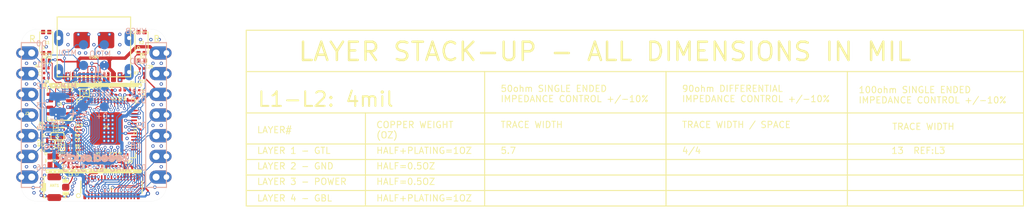
<source format=kicad_pcb>
(kicad_pcb (version 20241229) (generator "pcbnew") (generator_version "9.0")
  (layers (0 "F.Cu" signal) (2 "B.Cu" signal) (13 "F.Paste" user) (15 "B.Paste" user) (5 "F.SilkS" user "F.Silkscreen") (7 "B.SilkS" user "B.Silkscreen") (1 "F.Mask" user) (3 "B.Mask" user) (25 "Edge.Cuts" user))
  (net 0 "")
  (net 1 "GND")
  (net 2 "VCC_3V3")
  (net 3 "EN")
  (net 4 "N$6")
  (net 5 "N$8")
  (net 6 "ESP_USB_D-")
  (net 7 "ESP_USB_D+")
  (net 8 "USB_D+")
  (net 9 "USB_D-")
  (net 10 "N$2")
  (net 11 "N$3")
  (net 12 "N$1")
  (net 13 "GPIO0")
  (net 14 "N$7")
  (net 15 "N$5")
  (net 16 "N$9")
  (net 17 "D7/RX")
  (net 18 "D6/TX")
  (net 19 "SPIHD")
  (net 20 "SPIWP")
  (net 21 "SPICS0")
  (net 22 "SPICLK")
  (net 23 "SPIQ")
  (net 24 "SPID")
  (net 25 "VDD_SPI")
  (net 26 "D9/A9/MISO")
  (net 27 "D10/A10/MOSI")
  (net 28 "D3/A3")
  (net 29 "D8/A8/SCK")
  (net 30 "IO21/USER_LED")
  (net 31 "D4/I2C_SDA")
  (net 32 "D5/I2C_SCL")
  (net 33 "D0/A0")
  (net 34 "D1/A1")
  (net 35 "D2/A2")
  (net 36 "N$28")
  (net 37 "VBUS")
  (net 38 "VIN")
  (net 39 "N$11")
  (net 40 "VBAT")
  (net 41 "N$13")
  (net 42 "MTDI/IO41/PDM_DATA")
  (net 43 "N$15")
  (net 44 "MTMS/IO42/PDM_CLK")
  (net 45 "IO12/DVP_Y7")
  (net 46 "MTDO/IO40/CAM_SDA")
  (net 47 "MTCK/IO39/CAM_SCL")
  (net 48 "IO38/DVP_VSYNC")
  (net 49 "IO47/DVP_HREF")
  (net 50 "IO48/DVP_Y9")
  (net 51 "IO10/XMCLK")
  (net 52 "IO11/DVP_Y8")
  (net 53 "IO13/DVP_PCLK")
  (net 54 "IO14/DVP_Y6")
  (net 55 "IO15/DVP_Y2")
  (net 56 "IO16/DVP_Y5")
  (net 57 "IO17/DVP_Y3")
  (net 58 "IO18/DVP_Y4")
  (net 59 "N$10")
  (net 60 "N$14")
  (net 61 "GND5")
  (net 62 "GND6")
  (footprint "R0201" (layer "F.Cu") (at 154.3685 100.4051)
    (property "Reference" "R15")
    (property "Value" "1.5K")
  )
  (footprint "U-FL3P-SMD-2.6X2.6X1.0MM" (layer "F.Cu") (at 143.6497 113.8417 180)
    (property "Reference" "ANT1")
    (property "Value" "U.FL-R-SMT-1")
  )
  (footprint "C0201" (layer "F.Cu") (at 150.6193 110.9969 90)
    (property "Reference" "C14")
    (property "Value" "100nF")
  )
  (footprint "C0201" (layer "F.Cu") (at 148.8948 102.5133)
    (property "Reference" "C25")
    (property "Value" "1uF")
  )
  (footprint "R0201" (layer "F.Cu") (at 151.7015 102.2339 -90)
    (property "Reference" "R3")
    (property "Value" "22R")
  )
  (footprint "WLCSP-0.4-0.92X1.16X0.4MM" (layer "F.Cu") (at 147.3708 102.2466 -90)
    (property "Reference" "U4")
    (property "Value" "SGM40567-4.2XG/TR")
  )
  (footprint "QFN56G-0.4-7X7MM" (layer "F.Cu") (at 150.0251 106.6281 90)
    (property "Reference" "U1")
    (property "Value" "ESP32-S3R8")
  )
  (footprint "C0201" (layer "F.Cu") (at 149.8092 111.2861 180)
    (property "Reference" "C30")
    (property "Value" "100nF")
  )
  (footprint "BGA6-0.35-0.745X10.95X0.4MM" (layer "F.Cu") (at 144.2955 108.6055 90)
    (property "Reference" "U3")
    (property "Value" "SGM6029CYG/TR")
  )
  (footprint "C0201" (layer "F.Cu") (at 152.6921 111.1493 180)
    (property "Reference" "C29")
    (property "Value" "100nF")
  )
  (footprint "R0201" (layer "F.Cu") (at 142.7861 108.6147 -90)
    (property "Reference" "R13")
    (property "Value" "249K")
  )
  (footprint "PMOS_1.0_0.6_0.35MM" (layer "F.Cu") (at 143.8241 106.4163)
    (property "Reference" "Q1")
    (property "Value" "LP0404N3T5G")
  )
  (footprint "R0201" (layer "F.Cu") (at 142.6591 99.2367 180)
    (property "Reference" "R11")
    (property "Value" "10K")
  )
  (footprint "H7-HALF-HOLE-2.54" (layer "F.Cu") (at 140.8811 104.9771)
    (property "Reference" "J2")
    (property "Value" "DNP")
  )
  (footprint "C0201" (layer "F.Cu") (at 147.7537 110.7529 180)
    (property "Reference" "C18")
    (property "Value" "1pF")
  )
  (footprint "R0201" (layer "F.Cu") (at 153.2001 101.9291 180)
    (property "Reference" "R1")
    (property "Value" "5.1K")
  )
  (footprint "SW4-SMD-2.8-2.6X1.6X0.53MM" (layer "F.Cu") (at 142.6591 96.0871 90)
    (property "Reference" "K1")
    (property "Value" "SKTAAAE010/311021459")
  )
  (footprint "H7-HALF-HOLE-2.54" (layer "F.Cu") (at 156.1211 104.9771 180)
    (property "Reference" "J1")
    (property "Value" "DNP")
  )
  (footprint "C0201" (layer "F.Cu") (at 151.1427 110.9969 90)
    (property "Reference" "C13")
    (property "Value" "2.2uF")
  )
  (footprint "C0201" (layer "F.Cu") (at 142.8871 106.5155 180)
    (property "Reference" "C10")
    (property "Value" "1uF")
  )
  (footprint "C0201" (layer "F.Cu") (at 145.5647 106.8313 180)
    (property "Reference" "C5")
    (property "Value" "4.7uF")
  )
  (footprint "R0201" (layer "F.Cu") (at 145.5801 107.5117 180)
    (property "Reference" "R6")
    (property "Value" "499R")
  )
  (footprint "C0201" (layer "F.Cu") (at 145.6361 109.3161)
    (property "Reference" "C7")
    (property "Value" "10pF")
  )
  (footprint "C0201" (layer "F.Cu") (at 143.2979 108.6447 90)
    (property "Reference" "C3")
    (property "Value" "2.2uF")
  )
  (footprint "X4-SMD-1.6X1.2X0.35MM" (layer "F.Cu") (at 143.5219 110.5905 -90)
    (property "Reference" "X1")
    (property "Value" "40MHz/306011364")
  )
  (footprint "L0201" (layer "F.Cu") (at 147.2103 111.3333)
    (property "Reference" "L2")
    (property "Value" "3.3nH")
  )
  (footprint "C0201" (layer "F.Cu") (at 154.3685 99.2621 180)
    (property "Reference" "C28")
    (property "Value" "10pF")
  )
  (footprint "DFN1006-2L" (layer "F.Cu") (at 144.6722 106.4095 90)
    (property "Reference" "D2")
    (property "Value" "LMBR4010BST5G")
  )
  (footprint "C0201" (layer "F.Cu") (at 154.0637 102.1831 -90)
    (property "Reference" "C22")
    (property "Value" "100nF")
  )
  (footprint "C0201" (layer "F.Cu") (at 150.9141 102.5133)
    (property "Reference" "C2")
    (property "Value" "DNP")
  )
  (footprint "R0201" (layer "F.Cu") (at 145.6355 108.7871 180)
    (property "Reference" "R5")
    (property "Value" "0R")
  )
  (footprint "C0201" (layer "F.Cu") (at 142.8877 105.9947)
    (property "Reference" "R9")
    (property "Value" "100K")
  )
  (footprint "C0201" (layer "F.Cu") (at 146.4234 111.1085 -90)
    (property "Reference" "C17")
    (property "Value" "DNP")
  )
  (footprint "C0201" (layer "F.Cu") (at 148.8948 101.9418)
    (property "Reference" "C26")
    (property "Value" "1uF")
  )
  (footprint "C0201" (layer "F.Cu") (at 142.9893 109.3713 180)
    (property "Reference" "C4")
    (property "Value" "4.7uF")
  )
  (footprint "R0201" (layer "F.Cu") (at 146.3575 102.2593 90)
    (property "Reference" "R10")
    (property "Value" "220K")
  )
  (footprint "SW4-SMD-2.8-2.6X1.6X0.53MM" (layer "F.Cu") (at 154.3431 96.0871 90)
    (property "Reference" "K2")
    (property "Value" "SKTAAAE010/311021459")
  )
  (footprint "C0201" (layer "F.Cu") (at 145.6555 110.8399 180)
    (property "Reference" "C20")
    (property "Value" "DNP")
  )
  (footprint "R0201" (layer "F.Cu") (at 152.2857 102.2339 -90)
    (property "Reference" "R4")
    (property "Value" "22R")
  )
  (footprint "C0201" (layer "F.Cu") (at 144.7673 110.5805 -90)
    (property "Reference" "C9")
    (property "Value" "2.2uF")
  )
  (footprint "R0201" (layer "F.Cu") (at 150.4061 101.9291)
    (property "Reference" "R2")
    (property "Value" "5.1K")
  )
  (footprint "L0603" (layer "F.Cu") (at 144.038 107.5714)
    (property "Reference" "L4")
    (property "Value" "470nH")
  )
  (footprint "C0201" (layer "F.Cu") (at 154.1653 107.0091 90)
    (property "Reference" "C23")
    (property "Value" "100nF")
  )
  (footprint "C0201" (layer "F.Cu") (at 145.5801 108.0505)
    (property "Reference" "C8")
    (property "Value" "10pF")
  )
  (footprint "BTB30-0.4-7.52X2.97X1.14" (layer "F.Cu") (at 150.6601 113.8417)
    (property "Reference" "J3")
    (property "Value" "DF40C-30DP-0.4V(51)")
  )
  (footprint "C0201" (layer "F.Cu") (at 142.6591 99.8209)
    (property "Reference" "C21")
    (property "Value" "1uF")
  )
  (footprint "C0201" (layer "F.Cu") (at 153.2001 102.5133 180)
    (property "Reference" "C1")
    (property "Value" "DNP")
  )
  (footprint "R0201" (layer "F.Cu") (at 142.6591 100.4305 180)
    (property "Reference" "R8")
    (property "Value" "10K")
  )
  (footprint "LED-0402" (layer "F.Cu") (at 154.3939 98.2969)
    (property "Reference" "D3")
    (property "Value" "Yellow")
  )
  (footprint "C0201" (layer "F.Cu") (at 151.7269 111.0069 90)
    (property "Reference" "C16")
    (property "Value" "2.2uF")
  )
  (footprint "LED-0402" (layer "F.Cu") (at 142.6591 98.2969)
    (property "Reference" "CHG0")
    (property "Value" "RED")
  )
  (footprint "C0201" (layer "F.Cu") (at 149.0235 110.9909 90)
    (property "Reference" "C15")
    (property "Value" "100nF")
  )
  (footprint "C0201" (layer "F.Cu") (at 145.8441 110.0671 -90)
    (property "Reference" "C11")
    (property "Value" "100nF")
  )
  (footprint "C0201" (layer "F.Cu") (at 145.5647 106.2471 180)
    (property "Reference" "C19")
    (property "Value" "100nF")
  )
  (footprint "L0201" (layer "F.Cu") (at 145.6571 111.3687)
    (property "Reference" "L3")
    (property "Value" "DNP")
  )
  (footprint "L0201" (layer "F.Cu") (at 149.8061 110.7461 180)
    (property "Reference" "L1")
    (property "Value" "2nH")
  )
  (footprint "USB2.0-TYPE-C" (layer "F.Cu") (at 148.5011 100.2781 -90)
    (property "Reference" "USB0")
    (property "Value" "UBF31-0171")
  )
  (footprint "R0201" (layer "F.Cu") (at 154.3685 99.8463)
    (property "Reference" "R7")
    (property "Value" "10K")
  )
  (footprint "C0201" (layer "F.Cu") (at 142.7807 107.5933 90)
    (property "Reference" "C6")
    (property "Value" "4.7uF")
  )
  (footprint "C0201" (layer "F.Cu") (at 145.3219 110.0665 -90)
    (property "Reference" "C12")
    (property "Value" "10nF")
  )
  (footprint "USON8-0.8-4X3MM" (layer "F.Cu") (at 144.3101 103.6263)
    (property "Reference" "U5")
    (property "Value" "GD25Q64ENIGR")
  )
  (footprint "TP-D45MIL" (layer "B.Cu") (at 149.7711 101.4211 -90)
    (property "Reference" "TP5" (hide yes))
    (property "Value" "" (hide yes))
  )
  (footprint "TP-D45MIL" (layer "B.Cu") (at 149.7711 96.3411 -90)
    (property "Reference" "TP4" (hide yes))
    (property "Value" "" (hide yes))
  )
  (footprint "TP-D45MIL" (layer "B.Cu") (at 147.2311 96.3411)
    (property "Reference" "TP3" (hide yes))
    (property "Value" "" (hide yes))
  )
  (footprint "TP-D45MIL" (layer "B.Cu") (at 147.2311 98.8811 -90)
    (property "Reference" "TP6" (hide yes))
    (property "Value" "" (hide yes))
  )
  (footprint "TP-D45MIL" (layer "B.Cu") (at 147.2311 103.9611)
    (property "Reference" "TP7" (hide yes))
    (property "Value" "" (hide yes))
  )
  (footprint "TP-D45MIL" (layer "B.Cu") (at 147.2311 101.4211)
    (property "Reference" "TP2" (hide yes))
    (property "Value" "" (hide yes))
  )
  (footprint "LOGO-SEEED-NEW-0.94X8.4MM" (layer "B.Cu") (at 152.6921 110.6921 180)
    (property "Reference" "U$7" (hide yes))
    (property "Value" "" (hide yes))
  )
  (footprint "TP-80X40MIL" (layer "B.Cu") (at 144.0561 102.6911 180)
    (property "Reference" "GND0" (hide yes))
    (property "Value" "GND" (hide yes))
  )
  (footprint "TP-D45MIL" (layer "B.Cu") (at 149.7711 98.8811 -90)
    (property "Reference" "TP1" (hide yes))
    (property "Value" "" (hide yes))
  )
  (footprint "TP-80X40MIL" (layer "B.Cu") (at 144.0561 104.5961 180)
    (property "Reference" "BAT0" (hide yes))
    (property "Value" "VBAT" (hide yes))
  )
  (footprint "TP-D45MIL" (layer "B.Cu") (at 149.7711 103.9611)
    (property "Reference" "TP8" (hide yes))
    (property "Value" "" (hide yes))
  )
  (gr_circle (center 146.5961 114.8831) (end 146.8461 114.8831) (fill no) (layer "F.SilkS"))
  (gr_line (start 218.6051 116.1531) (end 196.3801 116.1531) (stroke (width 0.127)) (layer "F.SilkS"))
  (gr_line (start 196.3801 99.6431) (end 218.6051 99.6431) (stroke (width 0.127)) (layer "F.SilkS"))
  (gr_line (start 167.1701 110.4381) (end 167.1701 108.5331) (stroke (width 0.127)) (layer "F.SilkS"))
  (gr_line (start 181.7751 104.7231) (end 262.4201 104.7231) (stroke (width 0.127)) (layer "F.SilkS"))
  (gr_line (start 196.3801 116.1531) (end 181.7751 116.1531) (stroke (width 0.127)) (layer "F.SilkS"))
  (gr_line (start 167.1701 99.6431) (end 167.1701 94.5631) (stroke (width 0.127)) (layer "F.SilkS"))
  (gr_line (start 262.4201 99.6431) (end 262.4201 104.7231) (stroke (width 0.127)) (layer "F.SilkS"))
  (gr_line (start 240.8301 116.1531) (end 218.6051 116.1531) (stroke (width 0.127)) (layer "F.SilkS"))
  (gr_line (start 262.4201 110.4381) (end 262.4201 112.3431) (stroke (width 0.127)) (layer "F.SilkS"))
  (gr_line (start 167.1701 104.7231) (end 181.7751 104.7231) (stroke (width 0.127)) (layer "F.SilkS"))
  (gr_line (start 167.1701 94.5631) (end 262.4201 94.5631) (stroke (width 0.127)) (layer "F.SilkS"))
  (gr_line (start 240.8301 99.6431) (end 262.4201 99.6431) (stroke (width 0.127)) (layer "F.SilkS"))
  (gr_line (start 262.4201 112.3431) (end 262.4201 114.2481) (stroke (width 0.127)) (layer "F.SilkS"))
  (gr_circle (center 142.6337 109.7269) (end 142.7837 109.7269) (fill no) (layer "F.SilkS"))
  (gr_line (start 181.7751 104.7231) (end 181.7751 116.1531) (stroke (width 0.127)) (layer "F.SilkS"))
  (gr_line (start 167.1701 99.6431) (end 196.3801 99.6431) (stroke (width 0.127)) (layer "F.SilkS"))
  (gr_line (start 167.1701 112.3431) (end 167.1701 110.4381) (stroke (width 0.127)) (layer "F.SilkS"))
  (gr_line (start 218.6051 116.1531) (end 218.6051 99.6431) (stroke (width 0.127)) (layer "F.SilkS"))
  (gr_line (start 167.1701 116.1531) (end 167.1701 114.2481) (stroke (width 0.127)) (layer "F.SilkS"))
  (gr_line (start 262.4201 94.5631) (end 262.4201 99.6431) (stroke (width 0.127)) (layer "F.SilkS"))
  (gr_line (start 181.7751 116.1531) (end 167.1701 116.1531) (stroke (width 0.127)) (layer "F.SilkS"))
  (gr_line (start 167.1701 104.7231) (end 167.1701 99.6431) (stroke (width 0.127)) (layer "F.SilkS"))
  (gr_line (start 196.3801 99.6431) (end 196.3801 116.1531) (stroke (width 0.127)) (layer "F.SilkS"))
  (gr_line (start 167.1701 112.3431) (end 262.4201 112.3431) (stroke (width 0.127)) (layer "F.SilkS"))
  (gr_line (start 167.1701 108.5331) (end 167.1701 104.7231) (stroke (width 0.127)) (layer "F.SilkS"))
  (gr_line (start 167.1701 110.4381) (end 262.4201 110.4381) (stroke (width 0.127)) (layer "F.SilkS"))
  (gr_line (start 240.8301 99.6431) (end 240.8301 116.1531) (stroke (width 0.127)) (layer "F.SilkS"))
  (gr_line (start 262.4201 108.5331) (end 262.4201 110.4381) (stroke (width 0.127)) (layer "F.SilkS"))
  (gr_line (start 262.4201 114.2481) (end 262.4201 116.1531) (stroke (width 0.127)) (layer "F.SilkS"))
  (gr_line (start 262.4201 104.7231) (end 262.4201 108.5331) (stroke (width 0.127)) (layer "F.SilkS"))
  (gr_line (start 262.4201 116.1531) (end 240.8301 116.1531) (stroke (width 0.127)) (layer "F.SilkS"))
  (gr_line (start 167.1701 108.5331) (end 262.4201 108.5331) (stroke (width 0.127)) (layer "F.SilkS"))
  (gr_line (start 147.8026 101.8021) (end 147.9296 101.9291) (stroke (width 0.1524)) (layer "F.SilkS"))
  (gr_line (start 167.1701 114.2481) (end 167.1701 112.3431) (stroke (width 0.127)) (layer "F.SilkS"))
  (gr_line (start 167.1701 114.2481) (end 262.4201 114.2481) (stroke (width 0.127)) (layer "F.SilkS"))
  (gr_line (start 218.6051 99.6431) (end 240.8301 99.6431) (stroke (width 0.127)) (layer "F.SilkS"))
  (gr_line (start 154.1415 111.8859) (end 142.8369 111.8859) (stroke (width 0.508)) (layer "F.SilkS"))
  (gr_line (start 143.2179 101.2859) (end 154.1669 101.2859) (stroke (width 0.508)) (layer "F.SilkS"))
  (gr_line (start 145.9611 105.2057) (end 145.9611 104.8247) (stroke (width 0.1524)) (layer "B.SilkS"))
  (gr_line (start 145.9611 104.8247) (end 146.3421 104.8247) (stroke (width 0.1524)) (layer "B.SilkS"))
  (gr_line (start 145.9611 104.4437) (end 145.9611 104.8247) (stroke (width 0.1524)) (layer "B.SilkS"))
  (gr_line (start 145.9611 104.8247) (end 145.5801 104.8247) (stroke (width 0.1524)) (layer "B.SilkS"))
  (gr_line (start 146.3167 102.6911) (end 145.5547 102.6911) (stroke (width 0.1524)) (layer "B.SilkS"))
  (gr_arc (start 157.3911 113.6661) (mid 156.833138 115.013138) (end 155.4861 115.5711) (stroke (width 0.01)) (layer "Edge.Cuts"))
  (gr_arc (start 139.6111 96.3411) (mid 140.169062 94.994062) (end 141.5161 94.4361) (stroke (width 0.01)) (layer "Edge.Cuts"))
  (gr_arc (start 155.4861 94.4361) (mid 156.833138 94.994062) (end 157.3911 96.3411) (stroke (width 0.01)) (layer "Edge.Cuts"))
  (gr_line (start 141.5161 115.5711) (end 155.4861 115.5711) (stroke (width 0.01)) (layer "Edge.Cuts"))
  (gr_line (start 155.4861 94.4361) (end 141.5161 94.4361) (stroke (width 0.01)) (layer "Edge.Cuts"))
  (gr_line (start 139.6111 113.6661) (end 139.6111 96.3411) (stroke (width 0.01)) (layer "Edge.Cuts"))
  (gr_arc (start 141.5161 115.5711) (mid 140.169062 115.013138) (end 139.6111 113.6661) (stroke (width 0.01)) (layer "Edge.Cuts"))
  (gr_line (start 157.3911 113.6661) (end 157.3911 96.3411) (stroke (width 0.01)) (layer "Edge.Cuts"))
  (gr_text "4/4" (at 220.5101 109.8031 0) (layer "F.SilkS") (effects (font (size 0.78232 0.78232) (thickness 0.10668)) (justify left bottom)))
  (gr_text "LAYER 2 - GND" (at 168.4401 111.7081 0) (layer "F.SilkS") (effects (font (size 0.78232 0.78232) (thickness 0.10668)) (justify left bottom)))
  (gr_text "LAYER 1 - GTL" (at 168.4401 109.8031 0) (layer "F.SilkS") (effects (font (size 0.78232 0.78232) (thickness 0.10668)) (justify left bottom)))
  (gr_text "HALF+PLATING=1OZ" (at 183.0451 109.8031 0) (layer "F.SilkS") (effects (font (size 0.78232 0.78232) (thickness 0.10668)) (justify left bottom)))
  (gr_text "TRACE WIDTH" (at 246.2657 106.8567 0) (layer "F.SilkS") (effects (font (size 0.78232 0.78232) (thickness 0.10668)) (justify left bottom)))
  (gr_text "LAYER#" (at 168.4401 107.2631 0) (layer "F.SilkS") (effects (font (size 0.78232 0.78232) (thickness 0.10668)) (justify left bottom)))
  (gr_text "5.7" (at 198.2851 109.8031 0) (layer "F.SilkS") (effects (font (size 0.78232 0.78232) (thickness 0.10668)) (justify left bottom)))
  (gr_text "HALF=0.5OZ" (at 183.0451 113.6131 0) (layer "F.SilkS") (effects (font (size 0.78232 0.78232) (thickness 0.10668)) (justify left bottom)))
  (gr_text "LAYER 3 - POWER" (at 168.4401 113.6131 0) (layer "F.SilkS") (effects (font (size 0.78232 0.78232) (thickness 0.10668)) (justify left bottom)))
  (gr_text "LAYER STACK-UP - ALL DIMENSIONS IN MIL" (at 173.3931 98.5001 0) (layer "F.SilkS") (effects (font (size 2.2352 2.2352) (thickness 0.3048)) (justify left bottom)))
  (gr_text "90ohm DIFFERENTIAL \nIMPEDANCE CONTROL +/-10%" (at 220.5101 103.4531 0) (layer "F.SilkS") (effects (font (size 0.78232 0.78232) (thickness 0.10668)) (justify left bottom)))
  (gr_text "L1-L2: 4mil" (at 168.4401 104.0881 0) (layer "F.SilkS") (effects (font (size 1.78816 1.78816) (thickness 0.24384)) (justify left bottom)))
  (gr_text "LAYER 4 - GBL" (at 168.4401 115.6451 0) (layer "F.SilkS") (effects (font (size 0.78232 0.78232) (thickness 0.10668)) (justify left bottom)))
  (gr_text "13  REF:L3" (at 246.1641 109.8031 0) (layer "F.SilkS") (effects (font (size 0.78232 0.78232) (thickness 0.10668)) (justify left bottom)))
  (gr_text "TRACE WIDTH" (at 198.2851 106.6281 0) (layer "F.SilkS") (effects (font (size 0.78232 0.78232) (thickness 0.10668)) (justify left bottom)))
  (gr_text "R" (at 140.5001 96.0871 0) (layer "F.SilkS") (effects (font (size 0.78232 0.78232) (thickness 0.10668)) (justify left bottom)))
  (gr_text "HALF+PLATING=1OZ" (at 183.0451 115.6451 0) (layer "F.SilkS") (effects (font (size 0.78232 0.78232) (thickness 0.10668)) (justify left bottom)))
  (gr_text "HALF=0.5OZ" (at 183.0451 111.7081 0) (layer "F.SilkS") (effects (font (size 0.78232 0.78232) (thickness 0.10668)) (justify left bottom)))
  (gr_text "B" (at 155.7401 96.0871 0) (layer "F.SilkS") (effects (font (size 0.78232 0.78232) (thickness 0.10668)) (justify left bottom)))
  (gr_text "100ohm SINGLE ENDED \nIMPEDANCE CONTROL +/-10%" (at 242.1509 103.6055 0) (layer "F.SilkS") (effects (font (size 0.78232 0.78232) (thickness 0.10668)) (justify left bottom)))
  (gr_text "50ohm SINGLE ENDED \nIMPEDANCE CONTROL +/-10%" (at 198.2851 103.4531 0) (layer "F.SilkS") (effects (font (size 0.78232 0.78232) (thickness 0.10668)) (justify left bottom)))
  (gr_text "TRACE WIDTH / SPACE" (at 220.5101 106.6281 0) (layer "F.SilkS") (effects (font (size 0.78232 0.78232) (thickness 0.10668)) (justify left bottom)))
  (gr_text "COPPER WEIGHT\n(OZ)" (at 183.0451 107.8981 0) (layer "F.SilkS") (effects (font (size 0.78232 0.78232) (thickness 0.10668)) (justify left bottom)))
  (gr_text "D-" (at 147.7391 105.4851 -0) (layer "B.SilkS") (effects (font (size 0.67056 0.67056) (thickness 0.09144)) (justify left bottom mirror)))
  (gr_text "D1" (at 142.7861 99.1351 0) (layer "B.SilkS") (effects (font (size 0.67056 0.67056) (thickness 0.09144)) (justify left bottom mirror)))
  (gr_text "VUSB" (at 154.9781 95.0711 0) (layer "B.SilkS") (effects (font (size 0.67056 0.67056) (thickness 0.09144)) (justify left bottom mirror)))
  (gr_text "MTCK" (at 150.6601 102.9451 -0) (layer "B.SilkS") (effects (font (size 0.67056 0.67056) (thickness 0.09144)) (justify left bottom mirror)))
  (gr_text "D0" (at 142.7861 96.5951 0) (layer "B.SilkS") (effects (font (size 0.67056 0.67056) (thickness 0.09144)) (justify left bottom mirror)))
  (gr_text "D5" (at 143.6751 109.2951 0) (layer "B.SilkS") (effects (font (size 0.67056 0.67056) (thickness 0.09144)) (justify left bottom mirror)))
  (gr_text "XIAO ESP32S3" (at 153.0731 111.9621 -0) (layer "B.SilkS") (effects (font (size 0.78232 0.78232) (thickness 0.10668)) (justify left bottom mirror)))
  (gr_text "D9" (at 154.9781 106.6281 0) (layer "B.SilkS") (effects (font (size 0.67056 0.67056) (thickness 0.09144)) (justify left bottom mirror)))
  (gr_text "GND" (at 154.9781 98.7541 0) (layer "B.SilkS") (effects (font (size 0.67056 0.67056) (thickness 0.09144)) (justify left bottom mirror)))
  (gr_text "D6" (at 142.7861 111.8351 0) (layer "B.SilkS") (effects (font (size 0.67056 0.67056) (thickness 0.09144)) (justify left bottom mirror)))
  (gr_text "EN" (at 146.4691 100.4051 -0) (layer "B.SilkS") (effects (font (size 0.67056 0.67056) (thickness 0.09144)) (justify left bottom mirror)))
  (gr_text "D3" (at 142.7861 104.2151 0) (layer "B.SilkS") (effects (font (size 0.67056 0.67056) (thickness 0.09144)) (justify left bottom mirror)))
  (gr_text "MTDI" (at 146.4691 97.7381 -0) (layer "B.SilkS") (effects (font (size 0.67056 0.67056) (thickness 0.09144)) (justify left bottom mirror)))
  (gr_text "D4" (at 142.7861 106.8821 0) (layer "B.SilkS") (effects (font (size 0.67056 0.67056) (thickness 0.09144)) (justify left bottom mirror)))
  (gr_text "D8" (at 154.3431 109.1681 0) (layer "B.SilkS") (effects (font (size 0.67056 0.67056) (thickness 0.09144)) (justify left bottom mirror)))
  (gr_text "BAT" (at 144.9197 106.2217 -0) (layer "B.SilkS") (effects (font (size 0.67056 0.67056) (thickness 0.09144)) (justify left bottom mirror)))
  (gr_text "3V3" (at 154.9781 102.6911 -0) (layer "B.SilkS") (effects (font (size 0.67056 0.67056) (thickness 0.09144)) (justify left bottom mirror)))
  (gr_text "D10" (at 154.9781 103.5801 0) (layer "B.SilkS") (effects (font (size 0.67056 0.67056) (thickness 0.09144)) (justify left bottom mirror)))
  (gr_text "D+" (at 150.2791 105.4851 -0) (layer "B.SilkS") (effects (font (size 0.67056 0.67056) (thickness 0.09144)) (justify left bottom mirror)))
  (gr_text "MTMS" (at 146.4691 101.8021 -0) (layer "B.SilkS") (effects (font (size 0.67056 0.67056) (thickness 0.09144)) (justify left bottom mirror)))
  (gr_text "D2" (at 142.7861 101.8021 0) (layer "B.SilkS") (effects (font (size 0.67056 0.67056) (thickness 0.09144)) (justify left bottom mirror)))
  (gr_text "GND" (at 150.6601 100.4051 -0) (layer "B.SilkS") (effects (font (size 0.67056 0.67056) (thickness 0.09144)) (justify left bottom mirror)))
  (gr_text "MTDO" (at 150.6601 97.8651 -0) (layer "B.SilkS") (effects (font (size 0.67056 0.67056) (thickness 0.09144)) (justify left bottom mirror)))
  (gr_text "D7" (at 154.9781 111.8351 0) (layer "B.SilkS") (effects (font (size 0.67056 0.67056) (thickness 0.09144)) (justify left bottom mirror)))
  (segment (start 142.7807 108.3299) (end 142.7861 108.3353) (width 0.254) (layer "F.Cu") (net 1))
  (segment (start 146.4183 110.848638) (end 146.4183 110.7937) (width 0.127) (layer "F.Cu") (net 1))
  (segment (start 143.5481 108.5331) (end 143.384937 108.369938) (width 0.2032) (layer "F.Cu") (net 1))
  (segment (start 148.6601 112.6917) (end 148.6601 112.9461) (width 0.1524) (layer "F.Cu") (net 1))
  (segment (start 143.9455 108.7805) (end 143.8209 108.7805) (width 0.2286) (layer "F.Cu") (net 1))
  (segment (start 143.384937 108.369938) (end 143.2979 108.389938) (width 0.2032) (layer "F.Cu") (net 1))
  (segment (start 152.8191 99.6939) (end 152.8191 99.7701) (width 0.508) (layer "F.Cu") (net 1))
  (segment (start 145.914862 110.8445) (end 146.4437 110.8445) (width 0.254) (layer "F.Cu") (net 1))
  (segment (start 148.6027 111.7081) (end 148.5773 111.7081) (width 0.1016) (layer "F.Cu") (net 1))
  (segment (start 146.4234 110.853738) (end 146.4183 110.848638) (width 0.127) (layer "F.Cu") (net 1))
  (segment (start 150.794059 111.251663) (end 151.1427 111.251663) (width 0.2032) (layer "F.Cu") (net 1))
  (segment (start 143.6497 115.1117) (end 143.6497 114.9847) (width 0.1016) (layer "F.Cu") (net 1))
  (segment (start 144.8535 110.1587) (end 144.7673 110.1587) (width 0.2032) (layer "F.Cu") (net 1))
  (segment (start 148.2601 113.0419) (end 148.2725 113.0543) (width 0.1524) (layer "F.Cu") (net 1))
  (segment (start 147.8601 114.9917) (end 147.8601 114.5469) (width 0.2032) (layer "F.Cu") (net 1))
  (segment (start 147.8601 114.5469) (end 147.5867 114.2735) (width 0.2032) (layer "F.Cu") (net 1))
  (segment (start 150.6193 111.251663) (end 150.794059 111.251663) (width 0.2032) (layer "F.Cu") (net 1))
  (segment (start 145.3011 100.3281) (end 145.3261 100.3531) (width 0.1016) (layer "F.Cu") (net 1))
  (segment (start 148.2725 112.7041) (end 148.2725 112.8511) (width 0.1524) (layer "F.Cu") (net 1))
  (segment (start 152.946862 111.1493) (end 153.2001 111.402538) (width 0.254) (layer "F.Cu") (net 1))
  (segment (start 145.8595 106.2471) (end 145.819462 106.267863) (width 0.1016) (layer "F.Cu") (net 1))
  (segment (start 145.200462 109.811738) (end 144.8535 110.1587) (width 0.2032) (layer "F.Cu") (net 1))
  (segment (start 143.6751 114.9593) (end 145.2245 114.9593) (width 0.254) (layer "F.Cu") (net 1))
  (segment (start 153.2001 111.402538) (end 153.2001 111.8859) (width 0.254) (layer "F.Cu") (net 1))
  (segment (start 153.0601 112.6917) (end 153.0601 112.0259) (width 0.254) (layer "F.Cu") (net 1))
  (segment (start 143.3503 108.3353) (end 142.7861 108.3353) (width 0.2032) (layer "F.Cu") (net 1))
  (segment (start 145.8441 109.812338) (end 145.890862 109.765575) (width 0.2032) (layer "F.Cu") (net 1))
  (segment (start 148.6601 112.9461) (end 148.2913 112.9461) (width 0.1524) (layer "F.Cu") (net 1))
  (segment (start 151.6761 100.3031) (end 151.6761 100.0241) (width 0.1016) (layer "F.Cu") (net 1))
  (segment (start 148.2725 112.8511) (end 148.2725 113.0543) (width 0.1524) (layer "F.Cu") (net 1))
  (segment (start 151.7269 111.261663) (end 151.610662 111.261663) (width 0.2032) (layer "F.Cu") (net 1))
  (segment (start 150.0886 111.8351) (end 150.5331 111.8351) (width 0.2032) (layer "F.Cu") (net 1))
  (segment (start 145.3011 100.3281) (end 145.3261 100.3031) (width 0.1016) (layer "F.Cu") (net 1))
  (segment (start 143.9219 110.1913) (end 143.1219 110.9913) (width 0.1524) (layer "F.Cu") (net 1))
  (segment (start 148.6601 112.9461) (end 148.6281 112.9781) (width 0.1524) (layer "F.Cu") (net 1))
  (segment (start 145.819462 106.267863) (end 145.819462 106.2471) (width 0.1016) (layer "F.Cu") (net 1))
  (segment (start 151.6761 100.3531) (end 151.6761 100.6591) (width 0.1016) (layer "F.Cu") (net 1))
  (segment (start 153.0601 112.0259) (end 153.2001 111.8859) (width 0.254) (layer "F.Cu") (net 1))
  (segment (start 148.5519 113.0543) (end 148.6281 112.9781) (width 0.1524) (layer "F.Cu") (net 1))
  (segment (start 150.0984 111.251663) (end 150.063962 111.2861) (width 0.2032) (layer "F.Cu") (net 1))
  (segment (start 145.3261 100.3031) (end 145.3261 100.0241) (width 0.1016) (layer "F.Cu") (net 1))
  (segment (start 146.3575 102.5387) (end 146.3575 102.5487) (width 0.2286) (layer "F.Cu") (net 1))
  (segment (start 148.2725 113.0543) (end 148.5519 113.0543) (width 0.1524) (layer "F.Cu") (net 1))
  (segment (start 150.659337 102.5133) (end 150.6855 102.487138) (width 0.254) (layer "F.Cu") (net 1))
  (segment (start 151.1427 111.251663) (end 151.463662 111.251663) (width 0.2032) (layer "F.Cu") (net 1))
  (segment (start 145.910262 110.8399) (end 145.914862 110.8445) (width 0.254) (layer "F.Cu") (net 1))
  (segment (start 151.7011 100.3281) (end 151.6761 100.3031) (width 0.1016) (layer "F.Cu") (net 1))
  (segment (start 143.8209 108.7805) (end 143.5481 108.5331) (width 0.2286) (layer "F.Cu") (net 1))
  (segment (start 143.1219 110.9913) (end 143.1219 111.1155) (width 0.1524) (layer "F.Cu") (net 1))
  (segment (start 143.5481 108.5331) (end 143.3703 108.3553) (width 0.2286) (layer "F.Cu") (net 1))
  (segment (start 146.9708 102.4466) (end 146.9406 102.4768) (width 0.254) (layer "F.Cu") (net 1))
  (segment (start 143.9219 110.0655) (end 143.9219 110.1913) (width 0.1524) (layer "F.Cu") (net 1))
  (segment (start 153.454862 102.5133) (end 153.4795 102.488663) (width 0.2032) (layer "F.Cu") (net 1))
  (segment (start 146.3421 102.5541) (end 146.3421 102.5641) (width 0.1016) (layer "F.Cu") (net 1))
  (segment (start 149.0235 111.245663) (end 149.0235 111.4905) (width 0.2032) (layer "F.Cu") (net 1))
  (segment (start 143.384937 108.369938) (end 143.3703 108.3553) (width 0.2032) (layer "F.Cu") (net 1))
  (segment (start 144.7673 110.325738) (end 144.7673 110.1587) (width 0.2032) (layer "F.Cu") (net 1))
  (segment (start 149.0235 111.2873) (end 148.6027 111.7081) (width 0.1016) (layer "F.Cu") (net 1))
  (segment (start 148.7043 111.8097) (end 148.0185 111.8097) (width 0.2032) (layer "F.Cu") (net 1))
  (segment (start 153.9351 112.4431) (end 153.4033 111.9113) (width 0.2032) (layer "F.Cu") (net 1))
  (segment (start 150.6193 111.251663) (end 150.0984 111.251663) (width 0.2032) (layer "F.Cu") (net 1))
  (segment (start 143.3703 108.3553) (end 143.3503 108.3353) (width 0.2032) (layer "F.Cu") (net 1))
  (segment (start 145.3261 100.3531) (end 145.3261 100.5321) (width 0.1016) (layer "F.Cu") (net 1))
  (segment (start 148.2601 112.6917) (end 148.2725 112.7041) (width 0.1524) (layer "F.Cu") (net 1))
  (segment (start 144.7919 100.3281) (end 144.1831 99.7193) (width 0.508) (layer "F.Cu") (net 1))
  (segment (start 148.008462 110.7529) (end 148.0185 110.762938) (width 0.127) (layer "F.Cu") (net 1))
  (segment (start 145.956462 110.7937) (end 146.0373 110.7937) (width 0.127) (layer "F.Cu") (net 1))
  (segment (start 145.2245 114.9593) (end 145.4277 114.7561) (width 0.254) (layer "F.Cu") (net 1))
  (segment (start 143.5481 108.3045) (end 143.4973 108.2537) (width 0.2286) (layer "F.Cu") (net 1))
  (segment (start 153.4795 102.488663) (end 153.4795 101.9291) (width 0.2032) (layer "F.Cu") (net 1))
  (segment (start 151.610662 111.261663) (end 151.4221 111.3271) (width 0.2032) (layer "F.Cu") (net 1))
  (segment (start 146.3421 102.5641) (end 146.2913 102.5895) (width 0.254) (layer "F.Cu") (net 1))
  (segment (start 145.3219 109.811738) (end 145.200462 109.811738) (width 0.2032) (layer "F.Cu") (net 1))
  (segment (start 148.2725 112.8511) (end 148.6535 112.8511) (width 0.1524) (layer "F.Cu") (net 1))
  (segment (start 145.910262 110.8399) (end 145.931062 110.8191) (width 0.254) (layer "F.Cu") (net 1))
  (segment (start 147.3708 102.0466) (end 146.9406 102.4768) (width 0.1524) (layer "F.Cu") (net 1))
  (segment (start 150.063962 111.2861) (end 150.0886 111.8351) (width 0.2032) (layer "F.Cu") (net 1))
  (segment (start 153.9351 112.6917) (end 153.9351 112.4431) (width 0.2032) (layer "F.Cu") (net 1))
  (segment (start 150.6855 101.9291) (end 151.0919 101.9291) (width 0.254) (layer "F.Cu") (net 1))
  (segment (start 151.7011 100.3281) (end 151.6761 100.3531) (width 0.1016) (layer "F.Cu") (net 1))
  (segment (start 143.6751 114.9593) (end 142.3035 114.9593) (width 0.254) (layer "F.Cu") (net 1))
  (segment (start 148.2913 112.9461) (end 148.2471 112.9019) (width 0.1524) (layer "F.Cu") (net 1))
  (segment (start 143.4973 108.2537) (end 142.8623 108.2537) (width 0.3556) (layer "F.Cu") (net 1))
  (segment (start 150.6855 102.487138) (end 150.6855 101.9291) (width 0.254) (layer "F.Cu") (net 1))
  (segment (start 143.5481 108.5331) (end 143.5481 108.3045) (width 0.2286) (layer "F.Cu") (net 1))
  (segment (start 146.3575 102.5487) (end 146.3421 102.5641) (width 0.2286) (layer "F.Cu") (net 1))
  (segment (start 148.0185 110.762938) (end 148.0185 111.3825) (width 0.3302) (layer "F.Cu") (net 1))
  (segment (start 142.3035 114.9593) (end 142.0241 114.6799) (width 0.254) (layer "F.Cu") (net 1))
  (segment (start 145.3011 100.3281) (end 144.7919 100.3281) (width 0.508) (layer "F.Cu") (net 1))
  (segment (start 145.8441 109.812338) (end 145.8435 109.811738) (width 0.2032) (layer "F.Cu") (net 1))
  (segment (start 152.1849 100.3281) (end 152.8191 99.6939) (width 0.508) (layer "F.Cu") (net 1))
  (segment (start 148.2601 112.6917) (end 148.2601 113.0419) (width 0.1524) (layer "F.Cu") (net 1))
  (segment (start 151.463662 111.251663) (end 151.5083 111.2963) (width 0.2032) (layer "F.Cu") (net 1))
  (segment (start 145.890862 109.765575) (end 145.890862 109.3161) (width 0.2032) (layer "F.Cu") (net 1))
  (segment (start 149.0235 111.4905) (end 148.7043 111.8097) (width 0.2032) (layer "F.Cu") (net 1))
  (segment (start 142.7807 107.848063) (end 142.7807 108.3299) (width 0.254) (layer "F.Cu") (net 1))
  (segment (start 145.8435 109.811738) (end 145.3219 109.811738) (width 0.2032) (layer "F.Cu") (net 1))
  (segment (start 151.7011 100.3281) (end 152.1849 100.3281) (width 0.508) (layer "F.Cu") (net 1))
  (segment (start 149.0235 111.245663) (end 149.0235 111.2873) (width 0.1016) (layer "F.Cu") (net 1))
  (segment (start 146.8533 102.5641) (end 146.3421 102.5641) (width 0.254) (layer "F.Cu") (net 1))
  (segment (start 143.6497 114.9847) (end 143.6751 114.9593) (width 0.1016) (layer "F.Cu") (net 1))
  (segment (start 146.9406 102.4768) (end 146.8533 102.5641) (width 0.254) (layer "F.Cu") (net 1))
  (segment (start 145.931062 110.8191) (end 145.956462 110.7937) (width 0.127) (layer "F.Cu") (net 1))
  (via (at 142.1003 112.8257) (size 0.4064) (drill 0.2032) (layers "F.Cu" "B.Cu") (net 1))
  (via (at 145.7833 114.6545) (size 0.4064) (drill 0.2032) (layers "F.Cu" "B.Cu") (net 1))
  (via (at 141.1605 114.5275) (size 0.4064) (drill 0.2032) (layers "F.Cu" "B.Cu") (net 1))
  (via (at 149.1361 97.3571) (size 0.4064) (drill 0.2032) (layers "F.Cu" "B.Cu") (net 1))
  (via (at 151.6761 96.3411) (size 0.4064) (drill 0.2032) (layers "F.Cu" "B.Cu") (net 1))
  (via (at 151.0919 101.9291) (size 0.4064) (drill 0.2032) (layers "F.Cu" "B.Cu") (net 1))
  (via (at 156.7561 103.7071) (size 0.4064) (drill 0.2032) (layers "F.Cu" "B.Cu") (net 1))
  (via (at 142.6591 96.5951) (size 0.4064) (drill 0.2032) (layers "F.Cu" "B.Cu") (net 1))
  (via (at 144.9451 111.2509) (size 0.3556) (drill 0.2032) (layers "F.Cu" "B.Cu") (net 1))
  (via (at 144.5133 112.2669) (size 0.4064) (drill 0.2032) (layers "F.Cu" "B.Cu") (net 1))
  (via (at 155.7401 108.7871) (size 0.4064) (drill 0.2032) (layers "F.Cu" "B.Cu") (net 1))
  (via (at 142.0749 113.3337) (size 0.4064) (drill 0.2032) (layers "F.Cu" "B.Cu") (net 1))
  (via (at 155.7401 103.7071) (size 0.4064) (drill 0.2032) (layers "F.Cu" "B.Cu") (net 1))
  (via (at 156.7561 98.6271) (size 0.4064) (drill 0.2032) (layers "F.Cu" "B.Cu") (net 1))
  (via (at 148.9837 111.3779) (size 0.3556) (drill 0.2032) (layers "F.Cu" "B.Cu") (net 1))
  (via (at 149.7711 107.6441) (size 0.4064) (drill 0.2032) (layers "F.Cu" "B.Cu") (net 1))
  (via (at 150.2791 105.6121) (size 0.4064) (drill 0.2032) (layers "F.Cu" "B.Cu") (net 1))
  (via (at 156.7561 111.3271) (size 0.4064) (drill 0.2032) (layers "F.Cu" "B.Cu") (net 1))
  (via (at 156.2735 114.5783) (size 0.4064) (drill 0.2032) (layers "F.Cu" "B.Cu") (net 1))
  (via (at 145.3261 100.0241) (size 0.4064) (drill 0.2032) (layers "F.Cu" "B.Cu") (net 1))
  (via (at 146.0373 110.7937) (size 0.3556) (drill 0.2032) (layers "F.Cu" "B.Cu") (net 1))
  (via (at 154.2161 95.7061) (size 0.4064) (drill 0.2032) (layers "F.Cu" "B.Cu") (net 1))
  (via (at 154.0891 101.4211) (size 0.4064) (drill 0.2032) (layers "F.Cu" "B.Cu") (net 1))
  (via (at 149.7711 105.6121) (size 0.4064) (drill 0.2032) (layers "F.Cu" "B.Cu") (net 1))
  (via (at 149.7711 108.1521) (size 0.4064) (drill 0.2032) (layers "F.Cu" "B.Cu") (net 1))
  (via (at 140.2461 101.1671) (size 0.4064) (drill 0.2032) (layers "F.Cu" "B.Cu") (net 1))
  (via (at 142.0495 114.8323) (size 0.4064) (drill 0.2032) (layers "F.Cu" "B.Cu") (net 1))
  (via (at 150.2791 106.6281) (size 0.4064) (drill 0.2032) (layers "F.Cu" "B.Cu") (net 1))
  (via (at 150.7871 107.1361) (size 0.4064) (drill 0.2032) (layers "F.Cu" "B.Cu") (net 1))
  (via (at 145.8849 113.7401) (size 0.4064) (drill 0.2032) (layers "F.Cu" "B.Cu") (net 1))
  (via (at 143.0655 108.2537) (size 0.3556) (drill 0.2032) (layers "F.Cu" "B.Cu") (net 1))
  (via (at 150.7871 108.1521) (size 0.4064) (drill 0.2032) (layers "F.Cu" "B.Cu") (net 1))
  (via (at 142.4559 112.3685) (size 0.4064) (drill 0.2032) (layers "F.Cu" "B.Cu") (net 1))
  (via (at 142.5067 114.9085) (size 0.4064) (drill 0.2032) (layers "F.Cu" "B.Cu") (net 1))
  (via (at 150.2791 108.1521) (size 0.4064) (drill 0.2032) (layers "F.Cu" "B.Cu") (net 1))
  (via (at 155.4861 95.7061) (size 0.4064) (drill 0.2032) (layers "F.Cu" "B.Cu") (net 1))
  (via (at 145.8341 114.1973) (size 0.4064) (drill 0.2032) (layers "F.Cu" "B.Cu") (net 1))
  (via (at 151.5745 97.3317) (size 0.4064) (drill 0.2032) (layers "F.Cu" "B.Cu") (net 1))
  (via (at 150.2791 107.1361) (size 0.4064) (drill 0.2032) (layers "F.Cu" "B.Cu") (net 1))
  (via (at 148.2725 113.0543) (size 0.3556) (drill 0.2032) (layers "F.Cu" "B.Cu") (net 1))
  (via (at 150.4061 95.0711) (size 0.4064) (drill 0.2032) (layers "F.Cu" "B.Cu") (net 1))
  (via (at 143.4973 108.2537) (size 0.3556) (drill 0.2032) (layers "F.Cu" "B.Cu") (net 1))
  (via (at 150.2791 106.1201) (size 0.4064) (drill 0.2032) (layers "F.Cu" "B.Cu") (net 1))
  (via (at 141.2621 108.7871) (size 0.4064) (drill 0.2032) (layers "F.Cu" "B.Cu") (net 1))
  (via (at 150.2791 105.1041) (size 0.4064) (drill 0.2032) (layers "F.Cu" "B.Cu") (net 1))
  (via (at 154.0891 100.9385) (size 0.4064) (drill 0.2032) (layers "F.Cu" "B.Cu") (net 1))
  (via (at 145.2499 112.8765) (size 0.4064) (drill 0.2032) (layers "F.Cu" "B.Cu") (net 1))
  (via (at 147.7645 111.8605) (size 0.3556) (drill 0.2032) (layers "F.Cu" "B.Cu") (net 1))
  (via (at 143.9799 111.9367) (size 0.4064) (drill 0.2032) (layers "F.Cu" "B.Cu") (net 1))
  (via (at 148.5265 111.3906) (size 0.3556) (drill 0.2032) (layers "F.Cu" "B.Cu") (net 1))
  (via (at 141.2621 98.6271) (size 0.4064) (drill 0.2032) (layers "F.Cu" "B.Cu") (net 1))
  (via (at 156.7561 108.7871) (size 0.4064) (drill 0.2032) (layers "F.Cu" "B.Cu") (net 1))
  (via (at 155.7401 98.6271) (size 0.4064) (drill 0.2032) (layers "F.Cu" "B.Cu") (net 1))
  (via (at 142.6591 95.4521) (size 0.4064) (drill 0.2032) (layers "F.Cu" "B.Cu") (net 1))
  (via (at 143.4719 111.9367) (size 0.4064) (drill 0.2032) (layers "F.Cu" "B.Cu") (net 1))
  (via (at 145.3261 100.5321) (size 0.4064) (drill 0.2032) (layers "F.Cu" "B.Cu") (net 1))
  (via (at 151.6761 100.0241) (size 0.4064) (drill 0.2032) (layers "F.Cu" "B.Cu") (net 1))
  (via (at 148.0185 111.3825) (size 0.3556) (drill 0.2032) (layers "F.Cu" "B.Cu") (net 1))
  (via (at 155.9687 113.8417) (size 0.4064) (drill 0.2032) (layers "F.Cu" "B.Cu") (net 1))
  (via (at 144.7673 110.1587) (size 0.3556) (drill 0.2032) (layers "F.Cu" "B.Cu") (net 1))
  (via (at 146.2913 102.5895) (size 0.3556) (drill 0.2032) (layers "F.Cu" "B.Cu") (net 1))
  (via (at 147.8661 95.0711) (size 0.4064) (drill 0.2032) (layers "F.Cu" "B.Cu") (net 1))
  (via (at 140.2461 111.3271) (size 0.4064) (drill 0.2032) (layers "F.Cu" "B.Cu") (net 1))
  (via (at 148.5011 96.3411) (size 0.4064) (drill 0.2032) (layers "F.Cu" "B.Cu") (net 1))
  (via (at 153.2001 111.8859) (size 0.4064) (drill 0.2032) (layers "F.Cu" "B.Cu") (net 1))
  (via (at 146.5961 95.0711) (size 0.4064) (drill 0.2032) (layers "F.Cu" "B.Cu") (net 1))
  (via (at 147.4851 97.3571) (size 0.4064) (drill 0.2032) (layers "F.Cu" "B.Cu") (net 1))
  (via (at 140.2461 103.7071) (size 0.4064) (drill 0.2032) (layers "F.Cu" "B.Cu") (net 1))
  (via (at 142.8623 111.9113) (size 0.4064) (drill 0.2032) (layers "F.Cu" "B.Cu") (net 1))
  (via (at 148.6281 112.9781) (size 0.3556) (drill 0.2032) (layers "F.Cu" "B.Cu") (net 1))
  (via (at 149.7711 106.1201) (size 0.4064) (drill 0.2032) (layers "F.Cu" "B.Cu") (net 1))
  (via (at 149.7711 98.5001) (size 0.4064) (drill 0.2032) (layers "F.Cu" "B.Cu") (net 1))
  (via (at 156.7561 106.2471) (size 0.4064) (drill 0.2032) (layers "F.Cu" "B.Cu") (net 1))
  (via (at 141.2621 111.3271) (size 0.4064) (drill 0.2032) (layers "F.Cu" "B.Cu") (net 1))
  (via (at 145.5293 111.8351) (size 0.3556) (drill 0.2032) (layers "F.Cu" "B.Cu") (net 1))
  (via (at 150.7871 106.1201) (size 0.4064) (drill 0.2032) (layers "F.Cu" "B.Cu") (net 1))
  (via (at 150.2791 107.6441) (size 0.4064) (drill 0.2032) (layers "F.Cu" "B.Cu") (net 1))
  (via (at 142.0495 114.3243) (size 0.4064) (drill 0.2032) (layers "F.Cu" "B.Cu") (net 1))
  (via (at 140.2461 108.7871) (size 0.4064) (drill 0.2032) (layers "F.Cu" "B.Cu") (net 1))
  (via (at 150.7871 105.6121) (size 0.4064) (drill 0.2032) (layers "F.Cu" "B.Cu") (net 1))
  (via (at 148.6916 111.7081) (size 0.3556) (drill 0.2032) (layers "F.Cu" "B.Cu") (net 1))
  (via (at 149.7711 99.2621) (size 0.4064) (drill 0.2032) (layers "F.Cu" "B.Cu") (net 1))
  (via (at 156.5021 95.7061) (size 0.4064) (drill 0.2032) (layers "F.Cu" "B.Cu") (net 1))
  (via (at 154.1399 106.0693) (size 0.4064) (drill 0.2032) (layers "F.Cu" "B.Cu") (net 1))
  (via (at 145.8595 106.2471) (size 0.3556) (drill 0.2032) (layers "F.Cu" "B.Cu") (net 1))
  (via (at 145.3261 108.0505) (size 0.3556) (drill 0.2032) (layers "F.Cu" "B.Cu") (net 1))
  (via (at 150.7871 106.6281) (size 0.4064) (drill 0.2032) (layers "F.Cu" "B.Cu") (net 1))
  (via (at 151.6761 100.6591) (size 0.4064) (drill 0.2032) (layers "F.Cu" "B.Cu") (net 1))
  (via (at 142.0495 113.8163) (size 0.4064) (drill 0.2032) (layers "F.Cu" "B.Cu") (net 1))
  (via (at 151.5083 111.2963) (size 0.3556) (drill 0.2032) (layers "F.Cu" "B.Cu") (net 1))
  (via (at 146.7231 97.3571) (size 0.4064) (drill 0.2032) (layers "F.Cu" "B.Cu") (net 1))
  (via (at 146.3675 111.8351) (size 0.3556) (drill 0.2032) (layers "F.Cu" "B.Cu") (net 1))
  (via (at 155.7401 106.2471) (size 0.4064) (drill 0.2032) (layers "F.Cu" "B.Cu") (net 1))
  (via (at 140.2461 106.2471) (size 0.4064) (drill 0.2032) (layers "F.Cu" "B.Cu") (net 1))
  (via (at 144.2161 103.5383) (size 0.4064) (drill 0.2032) (layers "F.Cu" "B.Cu") (net 1))
  (via (at 140.2461 98.6271) (size 0.4064) (drill 0.2032) (layers "F.Cu" "B.Cu") (net 1))
  (via (at 152.5651 107.8473) (size 0.4064) (drill 0.2032) (layers "F.Cu" "B.Cu") (net 1))
  (via (at 145.3515 114.8831) (size 0.4064) (drill 0.2032) (layers "F.Cu" "B.Cu") (net 1))
  (via (at 149.7711 107.1361) (size 0.4064) (drill 0.2032) (layers "F.Cu" "B.Cu") (net 1))
  (via (at 141.2621 101.1671) (size 0.4064) (drill 0.2032) (layers "F.Cu" "B.Cu") (net 1))
  (via (at 150.7871 107.6441) (size 0.4064) (drill 0.2032) (layers "F.Cu" "B.Cu") (net 1))
  (via (at 146.2405 112.8511) (size 0.4064) (drill 0.2032) (layers "F.Cu" "B.Cu") (net 1))
  (via (at 149.1361 95.0711) (size 0.4064) (drill 0.2032) (layers "F.Cu" "B.Cu") (net 1))
  (via (at 144.8689 114.9085) (size 0.4064) (drill 0.2032) (layers "F.Cu" "B.Cu") (net 1))
  (via (at 144.8181 112.6733) (size 0.4064) (drill 0.2032) (layers "F.Cu" "B.Cu") (net 1))
  (via (at 150.0251 97.3571) (size 0.4064) (drill 0.2032) (layers "F.Cu" "B.Cu") (net 1))
  (via (at 146.0881 113.3083) (size 0.4064) (drill 0.2032) (layers "F.Cu" "B.Cu") (net 1))
  (via (at 146.4183 110.7937) (size 0.3556) (drill 0.2032) (layers "F.Cu" "B.Cu") (net 1))
  (via (at 156.7561 101.1671) (size 0.4064) (drill 0.2032) (layers "F.Cu" "B.Cu") (net 1))
  (via (at 145.3261 96.3411) (size 0.4064) (drill 0.2032) (layers "F.Cu" "B.Cu") (net 1))
  (via (at 149.7711 106.6281) (size 0.4064) (drill 0.2032) (layers "F.Cu" "B.Cu") (net 1))
  (via (at 141.0589 113.8925) (size 0.4064) (drill 0.2032) (layers "F.Cu" "B.Cu") (net 1))
  (via (at 150.7871 105.1041) (size 0.4064) (drill 0.2032) (layers "F.Cu" "B.Cu") (net 1))
  (via (at 151.6761 95.0711) (size 0.4064) (drill 0.2032) (layers "F.Cu" "B.Cu") (net 1))
  (via (at 149.7711 105.1041) (size 0.4064) (drill 0.2032) (layers "F.Cu" "B.Cu") (net 1))
  (via (at 145.3261 95.0711) (size 0.4064) (drill 0.2032) (layers "F.Cu" "B.Cu") (net 1))
  (segment (start 144.0561 102.6911) (end 144.0561 103.7071) (width 0.508) (layer "B.Cu") (net 1))
  (segment (start 144.0561 102.6911) (end 145.2753 102.6911) (width 0.508) (layer "B.Cu") (net 1))
  (segment (start 146.2405 109.5237) (end 146.2405 110.1333) (width 0.2032) (layer "F.Cu") (net 2))
  (segment (start 145.8441 110.321863) (end 145.833337 110.3111) (width 0.2032) (layer "F.Cu") (net 2))
  (segment (start 154.6479 100.4051) (end 154.6479 99.8463) (width 0.1524) (layer "F.Cu") (net 2))
  (segment (start 151.380537 110.752138) (end 151.243537 110.742138) (width 0.254) (layer "F.Cu") (net 2))
  (segment (start 151.7269 110.752138) (end 151.799637 110.752138) (width 0.1524) (layer "F.Cu") (net 2))
  (segment (start 146.6281 105.2311) (end 146.2659 105.2311) (width 0.2032) (layer "F.Cu") (net 2))
  (segment (start 145.309937 106.8313) (end 145.3769 106.8059) (width 0.1016) (layer "F.Cu") (net 2))
  (segment (start 150.615337 110.7461) (end 150.0855 110.7461) (width 0.254) (layer "F.Cu") (net 2))
  (segment (start 151.9301 110.7556) (end 151.9936 110.8191) (width 0.254) (layer "F.Cu") (net 2))
  (segment (start 142.7226 107.3393) (end 142.658337 107.338538) (width 0.1016) (layer "F.Cu") (net 2))
  (segment (start 155.8671 101.5481) (end 155.8671 102.1831) (width 0.1524) (layer "F.Cu") (net 2))
  (segment (start 151.2951 110.6921) (end 151.1681 110.6921) (width 0.254) (layer "F.Cu") (net 2))
  (segment (start 145.3219 110.321263) (end 145.357462 110.3111) (width 0.2032) (layer "F.Cu") (net 2))
  (segment (start 142.3797 100.4305) (end 142.4813 100.7861) (width 0.1524) (layer "F.Cu") (net 2))
  (segment (start 151.7269 110.752138) (end 151.926637 110.752138) (width 0.254) (layer "F.Cu") (net 2))
  (segment (start 152.6601 112.6917) (end 152.6601 111.4983) (width 0.254) (layer "F.Cu") (net 2))
  (segment (start 145.284378 110.3111) (end 145.8087 110.3111) (width 0.2032) (layer "F.Cu") (net 2))
  (segment (start 151.926637 110.752138) (end 151.9301 110.7556) (width 0.254) (layer "F.Cu") (net 2))
  (segment (start 145.27514 110.320338) (end 145.27514 110.41286) (width 0.2032) (layer "F.Cu") (net 2))
  (segment (start 145.8441 110.321863) (end 145.8435 110.321263) (width 0.2032) (layer "F.Cu") (net 2))
  (segment (start 145.27514 110.41286) (end 144.827337 110.835263) (width 0.2032) (layer "F.Cu") (net 2))
  (segment (start 145.4531 105.8661) (end 145.309937 106.009263) (width 0.2032) (layer "F.Cu") (net 2))
  (segment (start 151.2951 110.742138) (end 151.243537 110.742138) (width 0.254) (layer "F.Cu") (net 2))
  (segment (start 146.2405 110.1333) (end 146.051937 110.321863) (width 0.2032) (layer "F.Cu") (net 2))
  (segment (start 145.357462 110.3111) (end 145.4531 110.3111) (width 0.2032) (layer "F.Cu") (net 2))
  (segment (start 152.2601 112.6917) (end 152.2601 111.1876) (width 0.254) (layer "F.Cu") (net 2))
  (segment (start 154.7241 100.4051) (end 154.6479 100.4051) (width 0.1524) (layer "F.Cu") (net 2))
  (segment (start 153.4251 107.2281) (end 152.3777 107.2281) (width 0.2032) (layer "F.Cu") (net 2))
  (segment (start 145.309937 106.2471) (end 145.309937 106.8313) (width 0.2032) (layer "F.Cu") (net 2))
  (segment (start 142.9766 107.3393) (end 142.7226 107.3393) (width 0.4064) (layer "F.Cu") (net 2))
  (segment (start 143.2039 107.3393) (end 142.9766 107.3393) (width 0.4064) (layer "F.Cu") (net 2))
  (segment (start 144.827337 110.835263) (end 144.7673 110.835263) (width 0.2032) (layer "F.Cu") (net 2))
  (segment (start 146.6251 109.2281) (end 147.1711 109.2281) (width 0.2032) (layer "F.Cu") (net 2))
  (segment (start 145.3219 110.321263) (end 145.346375 110.320338) (width 0.2032) (layer "F.Cu") (net 2))
  (segment (start 143.436 107.5714) (end 143.1452 107.5714) (width 0.2286) (layer "F.Cu") (net 2))
  (segment (start 151.1681 110.6921) (end 151.218137 110.742138) (width 0.254) (layer "F.Cu") (net 2))
  (segment (start 145.6309 105.8661) (end 145.4531 105.8661) (width 0.2032) (layer "F.Cu") (net 2))
  (segment (start 142.658337 107.338538) (end 142.7807 107.338538) (width 0.1016) (layer "F.Cu") (net 2))
  (segment (start 147.2311 109.1681) (end 147.2311 108.9141) (width 0.2032) (layer "F.Cu") (net 2))
  (segment (start 152.6601 111.4983) (end 152.3111 111.1493) (width 0.254) (layer "F.Cu") (net 2))
  (segment (start 143.9455 108.4305) (end 143.9455 108.1444) (width 0.1524) (layer "F.Cu") (net 2))
  (segment (start 151.1427 110.742138) (end 150.6193 110.742138) (width 0.254) (layer "F.Cu") (net 2))
  (segment (start 151.380537 110.752138) (end 151.7269 110.752138) (width 0.254) (layer "F.Cu") (net 2))
  (segment (start 143.34425 107.54315) (end 143.2039 107.3393) (width 0.4064) (layer "F.Cu") (net 2))
  (segment (start 145.309937 106.009263) (end 145.309937 106.2471) (width 0.2032) (layer "F.Cu") (net 2))
  (segment (start 152.4381 111.150063) (end 152.437337 111.1493) (width 0.254) (layer "F.Cu") (net 2))
  (segment (start 150.6193 110.742138) (end 150.615337 110.7461) (width 0.254) (layer "F.Cu") (net 2))
  (segment (start 152.2601 111.1876) (end 152.4381 111.2001) (width 0.254) (layer "F.Cu") (net 2))
  (segment (start 152.4381 111.2001) (end 152.4381 111.150063) (width 0.254) (layer "F.Cu") (net 2))
  (segment (start 145.833337 110.3111) (end 145.8087 110.3111) (width 0.2032) (layer "F.Cu") (net 2))
  (segment (start 156.1211 101.8021) (end 156.1211 102.4371) (width 0.1524) (layer "F.Cu") (net 2))
  (segment (start 146.5361 109.2281) (end 146.2405 109.5237) (width 0.2032) (layer "F.Cu") (net 2))
  (segment (start 151.243537 110.742138) (end 151.1427 110.742138) (width 0.254) (layer "F.Cu") (net 2))
  (segment (start 155.8671 101.5481) (end 156.1211 101.8021) (width 0.1524) (layer "F.Cu") (net 2))
  (segment (start 145.27514 110.320338) (end 145.284378 110.3111) (width 0.2032) (layer "F.Cu") (net 2))
  (segment (start 146.2659 105.2311) (end 145.6309 105.8661) (width 0.2032) (layer "F.Cu") (net 2))
  (segment (start 152.3111 111.1493) (end 152.3238 111.1493) (width 0.254) (layer "F.Cu") (net 2))
  (segment (start 152.3238 111.1493) (end 151.9936 110.8191) (width 0.254) (layer "F.Cu") (net 2))
  (segment (start 151.218137 110.742138) (end 151.243537 110.742138) (width 0.254) (layer "F.Cu") (net 2))
  (segment (start 155.8671 102.1831) (end 156.1211 102.4371) (width 0.1524) (layer "F.Cu") (net 2))
  (segment (start 146.6251 108.8281) (end 147.1451 108.8281) (width 0.2032) (layer "F.Cu") (net 2))
  (segment (start 146.6251 109.2281) (end 146.5361 109.2281) (width 0.2032) (layer "F.Cu") (net 2))
  (segment (start 154.129537 107.2281) (end 154.1653 107.263863) (width 0.2032) (layer "F.Cu") (net 2))
  (segment (start 143.34425 107.54315) (end 143.436 107.5714) (width 0.2286) (layer "F.Cu") (net 2))
  (segment (start 153.4251 107.2281) (end 154.129537 107.2281) (width 0.2032) (layer "F.Cu") (net 2))
  (segment (start 152.437337 111.1493) (end 152.3238 111.1493) (width 0.254) (layer "F.Cu") (net 2))
  (segment (start 146.6251 105.2281) (end 146.6281 105.2311) (width 0.2032) (layer "F.Cu") (net 2))
  (segment (start 155.8671 101.5481) (end 154.7241 100.4051) (width 0.1524) (layer "F.Cu") (net 2))
  (segment (start 147.1451 108.8281) (end 147.2311 108.9141) (width 0.2032) (layer "F.Cu") (net 2))
  (segment (start 143.9455 108.1444) (end 143.436 107.5714) (width 0.1524) (layer "F.Cu") (net 2))
  (segment (start 143.1452 107.5714) (end 142.9766 107.3393) (width 0.2286) (layer "F.Cu") (net 2))
  (segment (start 147.1711 109.2281) (end 147.2311 109.1681) (width 0.2032) (layer "F.Cu") (net 2))
  (segment (start 146.051937 110.321863) (end 145.8441 110.321863) (width 0.2032) (layer "F.Cu") (net 2))
  (segment (start 152.424637 111.1366) (end 152.437337 111.1493) (width 0.254) (layer "F.Cu") (net 2))
  (segment (start 145.346375 110.320338) (end 145.27514 110.320338) (width 0.2032) (layer "F.Cu") (net 2))
  (via (at 142.7226 107.3393) (size 0.3556) (drill 0.2032) (layers "F.Cu" "B.Cu") (net 2))
  (via (at 152.3777 107.2281) (size 0.4064) (drill 0.2032) (layers "F.Cu" "B.Cu") (net 2))
  (via (at 145.3769 106.8059) (size 0.3556) (drill 0.2032) (layers "F.Cu" "B.Cu") (net 2))
  (via (at 143.1036 107.3393) (size 0.3556) (drill 0.2032) (layers "F.Cu" "B.Cu") (net 2))
  (via (at 142.4813 100.7861) (size 0.3556) (drill 0.2032) (layers "F.Cu" "B.Cu") (net 2))
  (via (at 145.8087 110.3111) (size 0.3556) (drill 0.2032) (layers "F.Cu" "B.Cu") (net 2))
  (via (at 151.243537 110.742138) (size 0.4064) (drill 0.2032) (layers "F.Cu" "B.Cu") (net 2))
  (via (at 145.4531 110.3111) (size 0.3556) (drill 0.2032) (layers "F.Cu" "B.Cu") (net 2))
  (segment (start 145.3769 106.8059) (end 144.8435 107.3393) (width 0.4064) (layer "B.Cu") (net 2))
  (segment (start 150.5585 110.8953) (end 147.5105 110.8953) (width 0.4064) (layer "B.Cu") (net 2))
  (segment (start 145.9865 110.3111) (end 145.8087 110.3111) (width 0.4064) (layer "B.Cu") (net 2))
  (segment (start 152.0571 105.1041) (end 151.6761 105.4851) (width 0.4064) (layer "B.Cu") (net 2))
  (segment (start 142.3797 106.2979) (end 145.1229 106.2979) (width 0.1524) (layer "B.Cu") (net 2))
  (segment (start 145.1229 106.2979) (end 145.3769 106.5519) (width 0.1524) (layer "B.Cu") (net 2))
  (segment (start 151.9301 109.6507) (end 151.1681 110.4127) (width 0.4064) (layer "B.Cu") (net 2))
  (segment (start 151.243537 110.513538) (end 151.1681 110.4381) (width 0.254) (layer "B.Cu") (net 2))
  (segment (start 150.6601 110.9969) (end 150.5585 110.8953) (width 0.4064) (layer "B.Cu") (net 2))
  (segment (start 156.1211 102.4371) (end 157.3911 102.4371) (width 0.1016) (layer "B.Cu") (net 2))
  (segment (start 143.1036 107.3393) (end 142.7226 107.3393) (width 0.4064) (layer "B.Cu") (net 2))
  (segment (start 152.0571 105.1041) (end 152.4381 105.1041) (width 0.4064) (layer "B.Cu") (net 2))
  (segment (start 151.6761 107.2631) (end 151.6761 108.1521) (width 0.4064) (layer "B.Cu") (net 2))
  (segment (start 142.0241 101.2433) (end 142.4813 100.7861) (width 0.1524) (layer "B.Cu") (net 2))
  (segment (start 155.1051 102.4371) (end 156.1211 102.4371) (width 0.4064) (layer "B.Cu") (net 2))
  (segment (start 151.9301 108.4061) (end 151.9301 109.6507) (width 0.4064) (layer "B.Cu") (net 2))
  (segment (start 146.0627 107.1869) (end 145.6817 106.8059) (width 0.4064) (layer "B.Cu") (net 2))
  (segment (start 150.6601 110.9969) (end 151.1681 110.4381) (width 0.4064) (layer "B.Cu") (net 2))
  (segment (start 146.0627 110.0317) (end 145.9865 110.3111) (width 0.4064) (layer "B.Cu") (net 2))
  (segment (start 151.6761 108.1521) (end 151.9301 108.4061) (width 0.4064) (layer "B.Cu") (net 2))
  (segment (start 146.9263 110.3111) (end 145.4531 110.3111) (width 0.4064) (layer "B.Cu") (net 2))
  (segment (start 142.0241 105.9423) (end 142.0241 101.2433) (width 0.1524) (layer "B.Cu") (net 2))
  (segment (start 152.4381 105.1041) (end 155.1051 102.4371) (width 0.4064) (layer "B.Cu") (net 2))
  (segment (start 151.6761 105.4851) (end 151.6761 107.2631) (width 0.4064) (layer "B.Cu") (net 2))
  (segment (start 147.5105 110.8953) (end 146.9263 110.3111) (width 0.4064) (layer "B.Cu") (net 2))
  (segment (start 151.7111 107.2281) (end 151.6761 107.2631) (width 0.2032) (layer "B.Cu") (net 2))
  (segment (start 151.243537 110.742138) (end 151.243537 110.513538) (width 0.254) (layer "B.Cu") (net 2))
  (segment (start 145.4531 110.3111) (end 145.8087 110.3111) (width 0.4064) (layer "B.Cu") (net 2))
  (segment (start 145.3769 106.5519) (end 145.3769 106.8059) (width 0.1524) (layer "B.Cu") (net 2))
  (segment (start 152.3777 107.2281) (end 151.7111 107.2281) (width 0.2032) (layer "B.Cu") (net 2))
  (segment (start 144.8435 107.3393) (end 143.1036 107.3393) (width 0.4064) (layer "B.Cu") (net 2))
  (segment (start 145.6817 106.8059) (end 145.3769 106.8059) (width 0.4064) (layer "B.Cu") (net 2))
  (segment (start 146.0627 107.1869) (end 146.0627 110.0317) (width 0.4064) (layer "B.Cu") (net 2))
  (segment (start 142.0241 105.9423) (end 142.3797 106.2979) (width 0.1524) (layer "B.Cu") (net 2))
  (segment (start 151.1681 110.4127) (end 151.1681 110.4381) (width 0.4064) (layer "B.Cu") (net 2))
  (segment (start 142.2841 97.3871) (end 143.0341 97.3871) (width 0.1016) (layer "F.Cu") (net 3))
  (segment (start 142.9385 99.845538) (end 142.9385 100.1003) (width 0.1016) (layer "F.Cu") (net 3))
  (segment (start 148.6281 110.0251) (end 148.6281 109.0411) (width 0.1016) (layer "F.Cu") (net 3))
  (segment (start 143.0341 97.6051) (end 143.0401 97.6111) (width 0.1016) (layer "F.Cu") (net 3))
  (segment (start 142.9385 100.4305) (end 142.9385 100.1003) (width 0.1016) (layer "F.Cu") (net 3))
  (segment (start 148.6251 110.0281) (end 148.6281 110.0251) (width 0.1016) (layer "F.Cu") (net 3))
  (segment (start 143.0341 97.3871) (end 143.0341 97.6051) (width 0.1016) (layer "F.Cu") (net 3))
  (segment (start 142.913862 99.8209) (end 142.9385 99.845538) (width 0.1016) (layer "F.Cu") (net 3))
  (segment (start 148.6281 109.0411) (end 148.5265 108.9395) (width 0.1016) (layer "F.Cu") (net 3))
  (via (at 143.0401 97.6111) (size 0.3556) (drill 0.2032) (layers "F.Cu" "B.Cu") (net 3))
  (via (at 142.9385 100.1003) (size 0.3556) (drill 0.2032) (layers "F.Cu" "B.Cu") (net 3))
  (via (at 148.5265 108.9395) (size 0.3556) (drill 0.2032) (layers "F.Cu" "B.Cu") (net 3))
  (segment (start 142.6591 97.9921) (end 143.0401 97.6111) (width 0.1016) (layer "B.Cu") (net 3))
  (segment (start 143.6497 105.8661) (end 142.8877 105.8661) (width 0.1016) (layer "B.Cu") (net 3))
  (segment (start 142.9385 99.8971) (end 142.6591 99.6177) (width 0.1016) (layer "B.Cu") (net 3))
  (segment (start 142.9385 100.1003) (end 142.9385 99.8971) (width 0.1016) (layer "B.Cu") (net 3))
  (segment (start 145.0975 106.2217) (end 144.0053 106.2217) (width 0.1016) (layer "B.Cu") (net 3))
  (segment (start 142.6591 103.9611) (end 142.6591 105.6375) (width 0.1016) (layer "B.Cu") (net 3))
  (segment (start 145.9611 97.6111) (end 147.2311 98.8811) (width 0.1016) (layer "B.Cu") (net 3))
  (segment (start 142.4051 103.7071) (end 142.4051 101.3449) (width 0.1016) (layer "B.Cu") (net 3))
  (segment (start 145.9611 97.6111) (end 143.0401 97.6111) (width 0.1016) (layer "B.Cu") (net 3))
  (segment (start 142.4051 101.3449) (end 142.9385 100.8115) (width 0.1016) (layer "B.Cu") (net 3))
  (segment (start 142.4051 103.7071) (end 142.6591 103.9611) (width 0.1016) (layer "B.Cu") (net 3))
  (segment (start 145.0975 106.2217) (end 145.5547 105.7645) (width 0.1016) (layer "B.Cu") (net 3))
  (segment (start 146.1643 105.7645) (end 146.2913 105.8915) (width 0.1016) (layer "B.Cu") (net 3))
  (segment (start 145.5547 105.7645) (end 146.1643 105.7645) (width 0.1016) (layer "B.Cu") (net 3))
  (segment (start 142.9385 100.1003) (end 142.9385 100.8115) (width 0.1016) (layer "B.Cu") (net 3))
  (segment (start 144.0053 106.2217) (end 143.6497 105.8661) (width 0.1016) (layer "B.Cu") (net 3))
  (segment (start 148.5265 108.9395) (end 146.2913 106.7043) (width 0.1016) (layer "B.Cu") (net 3))
  (segment (start 146.2913 106.7043) (end 146.2913 105.8915) (width 0.1016) (layer "B.Cu") (net 3))
  (segment (start 142.8877 105.8661) (end 142.6591 105.6375) (width 0.1016) (layer "B.Cu") (net 3))
  (segment (start 142.6591 99.6177) (end 142.6591 97.9921) (width 0.1016) (layer "B.Cu") (net 3))
  (segment (start 146.8781 101.1671) (end 146.7511 101.0401) (width 0.1016) (layer "F.Cu") (net 4))
  (segment (start 147.8661 101.1671) (end 146.8781 101.1671) (width 0.1016) (layer "F.Cu") (net 4))
  (segment (start 149.6187 101.9291) (end 149.2885 101.5989) (width 0.1016) (layer "F.Cu") (net 4))
  (segment (start 150.1267 101.9291) (end 149.6187 101.9291) (width 0.1016) (layer "F.Cu") (net 4))
  (segment (start 148.2979 101.5989) (end 147.8661 101.1671) (width 0.1016) (layer "F.Cu") (net 4))
  (segment (start 146.7511 101.0401) (end 146.7511 100.3281) (width 0.1016) (layer "F.Cu") (net 4))
  (segment (start 149.2885 101.5989) (end 148.2979 101.5989) (width 0.1016) (layer "F.Cu") (net 4))
  (segment (start 152.9207 101.9291) (end 152.9207 101.4719) (width 0.1016) (layer "F.Cu") (net 5))
  (segment (start 149.7511 100.8677) (end 149.9997 101.1163) (width 0.1016) (layer "F.Cu") (net 5))
  (segment (start 149.7511 100.3281) (end 149.7511 100.8677) (width 0.1016) (layer "F.Cu") (net 5))
  (segment (start 149.9997 101.1163) (end 152.5651 101.1163) (width 0.1016) (layer "F.Cu") (net 5))
  (segment (start 152.9207 101.4719) (end 152.5651 101.1163) (width 0.1016) (layer "F.Cu") (net 5))
  (segment (start 151.168862 102.5133) (end 151.1427 102.487138) (width 0.1016) (layer "F.Cu") (net 6))
  (segment (start 151.168862 102.5133) (end 151.7015 102.5133) (width 0.1016) (layer "F.Cu") (net 6))
  (segment (start 153.9845 105.2281) (end 154.0637 105.3073) (width 0.1016) (layer "F.Cu") (net 6))
  (segment (start 153.4251 105.2281) (end 153.9845 105.2281) (width 0.1016) (layer "F.Cu") (net 6))
  (via (at 151.7015 102.5133) (size 0.4064) (drill 0.2032) (layers "F.Cu" "B.Cu") (net 6))
  (via (at 154.0637 105.3073) (size 0.4064) (drill 0.2032) (layers "F.Cu" "B.Cu") (net 6))
  (segment (start 151.7269 103.1991) (end 151.0157 103.1991) (width 0.1016) (layer "B.Cu") (net 6))
  (segment (start 151.8793 102.6911) (end 151.8793 103.0467) (width 0.1016) (layer "B.Cu") (net 6))
  (segment (start 152.9207 105.1295) (end 153.8859 105.1295) (width 0.1016) (layer "B.Cu") (net 6))
  (segment (start 151.8793 102.6911) (end 151.8793 103.0213) (width 0.1016) (layer "B.Cu") (net 6))
  (segment (start 152.9207 105.1295) (end 152.6413 104.8501) (width 0.1016) (layer "B.Cu") (net 6))
  (segment (start 152.6413 103.7833) (end 152.6413 104.8501) (width 0.1016) (layer "B.Cu") (net 6))
  (segment (start 148.9075 103.7325) (end 147.4597 103.7325) (width 0.1016) (layer "B.Cu") (net 6))
  (segment (start 151.8793 103.0213) (end 152.6413 103.7833) (width 0.1016) (layer "B.Cu") (net 6))
  (segment (start 150.9649 103.1991) (end 149.4409 103.1991) (width 0.1016) (layer "B.Cu") (net 6))
  (segment (start 149.4409 103.1991) (end 148.9075 103.7325) (width 0.1016) (layer "B.Cu") (net 6))
  (segment (start 151.7015 102.5133) (end 151.8793 102.6911) (width 0.1016) (layer "B.Cu") (net 6))
  (segment (start 153.8859 105.1295) (end 154.0637 105.3073) (width 0.1016) (layer "B.Cu") (net 6))
  (segment (start 151.8793 103.0467) (end 151.7269 103.1991) (width 0.1016) (layer "B.Cu") (net 6))
  (segment (start 151.7015 102.5133) (end 151.8793 102.6911) (width 0.1016) (layer "B.Cu") (net 6))
  (segment (start 147.4597 103.7325) (end 147.2311 103.9611) (width 0.1016) (layer "B.Cu") (net 6))
  (segment (start 151.0157 103.1991) (end 150.9649 103.1991) (width 0.1016) (layer "B.Cu") (net 6))
  (segment (start 153.9841 104.8281) (end 154.0637 104.7485) (width 0.1016) (layer "F.Cu") (net 7))
  (segment (start 153.4251 104.8281) (end 153.9841 104.8281) (width 0.1016) (layer "F.Cu") (net 7))
  (segment (start 152.945337 102.5133) (end 152.2857 102.5133) (width 0.1016) (layer "F.Cu") (net 7))
  (via (at 154.0637 104.7485) (size 0.4064) (drill 0.2032) (layers "F.Cu" "B.Cu") (net 7))
  (via (at 152.2857 102.5133) (size 0.4064) (drill 0.2032) (layers "F.Cu" "B.Cu") (net 7))
  (segment (start 152.8445 103.8595) (end 152.9461 103.9611) (width 0.1016) (layer "B.Cu") (net 7))
  (segment (start 153.1747 104.0881) (end 153.1747 104.2151) (width 0.1016) (layer "B.Cu") (net 7))
  (segment (start 152.8445 103.6563) (end 152.8445 103.8595) (width 0.1016) (layer "B.Cu") (net 7))
  (segment (start 152.2857 102.5133) (end 152.1079 102.6911) (width 0.1016) (layer "B.Cu") (net 7))
  (segment (start 152.8445 103.6563) (end 152.1079 102.9197) (width 0.1016) (layer "B.Cu") (net 7))
  (segment (start 153.1747 104.2151) (end 153.0477 104.3421) (width 0.1016) (layer "B.Cu") (net 7))
  (segment (start 150.3299 103.4023) (end 149.7711 103.9611) (width 0.1016) (layer "B.Cu") (net 7))
  (segment (start 152.2857 102.5133) (end 152.1079 102.6911) (width 0.1016) (layer "B.Cu") (net 7))
  (segment (start 152.8445 104.7485) (end 152.8445 104.4437) (width 0.1016) (layer "B.Cu") (net 7))
  (segment (start 151.8539 103.4023) (end 150.3299 103.4023) (width 0.1016) (layer "B.Cu") (net 7))
  (segment (start 152.1079 103.1483) (end 151.8539 103.4023) (width 0.1016) (layer "B.Cu") (net 7))
  (segment (start 153.0477 104.3421) (end 152.9461 104.3421) (width 0.1016) (layer "B.Cu") (net 7))
  (segment (start 153.0223 104.9263) (end 153.8859 104.9263) (width 0.1016) (layer "B.Cu") (net 7))
  (segment (start 153.0223 104.9263) (end 152.8445 104.7485) (width 0.1016) (layer "B.Cu") (net 7))
  (segment (start 153.8859 104.9263) (end 154.0637 104.7485) (width 0.1016) (layer "B.Cu") (net 7))
  (segment (start 153.0477 103.9611) (end 153.1747 104.0881) (width 0.1016) (layer "B.Cu") (net 7))
  (segment (start 152.9461 103.9611) (end 153.0477 103.9611) (width 0.1016) (layer "B.Cu") (net 7))
  (segment (start 152.8445 104.4437) (end 152.9461 104.3421) (width 0.1016) (layer "B.Cu") (net 7))
  (segment (start 152.1079 102.6911) (end 152.1079 102.9197) (width 0.1016) (layer "B.Cu") (net 7))
  (segment (start 152.1079 102.6911) (end 152.1079 103.1483) (width 0.1016) (layer "B.Cu") (net 7))
  (segment (start 147.7511 100.3281) (end 147.7511 99.1231) (width 0.1016) (layer "F.Cu") (net 8))
  (segment (start 152.1841 101.5989) (end 151.9301 101.3449) (width 0.1016) (layer "F.Cu") (net 8))
  (segment (start 147.8661 99.0081) (end 148.6281 99.0081) (width 0.1016) (layer "F.Cu") (net 8))
  (segment (start 152.2857 101.9545) (end 152.1841 101.8529) (width 0.1016) (layer "F.Cu") (net 8))
  (segment (start 148.7511 100.8155) (end 148.6027 100.9639) (width 0.1016) (layer "F.Cu") (net 8))
  (segment (start 149.4663 101.1163) (end 148.6535 101.1163) (width 0.1016) (layer "F.Cu") (net 8))
  (segment (start 148.6027 101.0655) (end 148.6535 101.1163) (width 0.1016) (layer "F.Cu") (net 8))
  (segment (start 147.7511 99.1231) (end 147.8661 99.0081) (width 0.1016) (layer "F.Cu") (net 8))
  (segment (start 152.1841 101.8529) (end 152.1841 101.5989) (width 0.1016) (layer "F.Cu") (net 8))
  (segment (start 148.6027 100.9639) (end 148.6027 101.0655) (width 0.1016) (layer "F.Cu") (net 8))
  (segment (start 148.7511 100.3281) (end 148.7511 100.8155) (width 0.1016) (layer "F.Cu") (net 8))
  (segment (start 149.6949 101.3449) (end 149.4663 101.1163) (width 0.1016) (layer "F.Cu") (net 8))
  (segment (start 148.7511 99.1311) (end 148.6281 99.0081) (width 0.1016) (layer "F.Cu") (net 8))
  (segment (start 148.7551 100.3241) (end 148.7511 100.3281) (width 0.1016) (layer "F.Cu") (net 8))
  (segment (start 148.7511 100.3281) (end 148.7511 99.1311) (width 0.1016) (layer "F.Cu") (net 8))
  (segment (start 151.9301 101.3449) (end 149.6949 101.3449) (width 0.1016) (layer "F.Cu") (net 8))
  (segment (start 151.6761 101.5481) (end 149.5933 101.5481) (width 0.1016) (layer "F.Cu") (net 9))
  (segment (start 149.2511 100.3281) (end 149.2631 100.3161) (width 0.1016) (layer "F.Cu") (net 9))
  (segment (start 148.2511 100.3281) (end 148.2471 100.3241) (width 0.1016) (layer "F.Cu") (net 9))
  (segment (start 151.8031 101.8529) (end 151.7015 101.9545) (width 0.1016) (layer "F.Cu") (net 9))
  (segment (start 148.8821 98.6271) (end 148.2471 98.6271) (width 0.1016) (layer "F.Cu") (net 9))
  (segment (start 148.2511 100.8155) (end 148.3995 100.9639) (width 0.1016) (layer "F.Cu") (net 9))
  (segment (start 149.2511 100.3281) (end 149.2511 98.9961) (width 0.1016) (layer "F.Cu") (net 9))
  (segment (start 148.3995 100.9639) (end 148.3995 101.1671) (width 0.1016) (layer "F.Cu") (net 9))
  (segment (start 151.8031 101.6751) (end 151.8031 101.8529) (width 0.1016) (layer "F.Cu") (net 9))
  (segment (start 151.6761 101.5481) (end 151.8031 101.6751) (width 0.1016) (layer "F.Cu") (net 9))
  (segment (start 149.3647 101.3195) (end 148.5519 101.3195) (width 0.1016) (layer "F.Cu") (net 9))
  (segment (start 148.2511 100.3281) (end 148.2511 100.8155) (width 0.1016) (layer "F.Cu") (net 9))
  (segment (start 148.5519 101.3195) (end 148.3995 101.1671) (width 0.1016) (layer "F.Cu") (net 9))
  (segment (start 148.2471 100.3241) (end 148.2471 99.3891) (width 0.1016) (layer "F.Cu") (net 9))
  (segment (start 149.2511 98.9961) (end 148.8821 98.6271) (width 0.1016) (layer "F.Cu") (net 9))
  (segment (start 149.5933 101.5481) (end 149.3647 101.3195) (width 0.1016) (layer "F.Cu") (net 9))
  (via (at 148.2471 99.3891) (size 0.4064) (drill 0.2032) (layers "F.Cu" "B.Cu") (net 9))
  (via (at 148.2471 98.6271) (size 0.4064) (drill 0.2032) (layers "F.Cu" "B.Cu") (net 9))
  (segment (start 148.2471 98.6271) (end 148.2471 99.3891) (width 0.1016) (layer "B.Cu") (net 9))
  (segment (start 144.3863 110.5143) (end 143.9219 110.9787) (width 0.1016) (layer "F.Cu") (net 10))
  (segment (start 145.381337 109.3161) (end 145.3305 109.3161) (width 0.1016) (layer "F.Cu") (net 10))
  (segment (start 145.3561 109.290863) (end 145.3561 108.7871) (width 0.1016) (layer "F.Cu") (net 10))
  (segment (start 143.9219 110.9787) (end 143.9219 111.1155) (width 0.1016) (layer "F.Cu") (net 10))
  (segment (start 144.8689 109.7777) (end 144.5895 109.7777) (width 0.1016) (layer "F.Cu") (net 10))
  (segment (start 144.0997 111.0803) (end 143.9219 111.1155) (width 0.1016) (layer "F.Cu") (net 10))
  (segment (start 145.350737 108.811738) (end 145.3561 108.7871) (width 0.1016) (layer "F.Cu") (net 10))
  (segment (start 144.5895 109.7777) (end 144.3863 109.9809) (width 0.1016) (layer "F.Cu") (net 10))
  (segment (start 145.3305 109.3161) (end 144.8689 109.7777) (width 0.1016) (layer "F.Cu") (net 10))
  (segment (start 145.381337 109.3161) (end 145.3561 109.290863) (width 0.1016) (layer "F.Cu") (net 10))
  (segment (start 144.3863 109.9809) (end 144.3863 110.5143) (width 0.1016) (layer "F.Cu") (net 10))
  (segment (start 143.2941 110.0599) (end 143.1219 110.0655) (width 0.1016) (layer "F.Cu") (net 11))
  (segment (start 143.5735 109.5237) (end 143.1219 109.9753) (width 0.1016) (layer "F.Cu") (net 11))
  (segment (start 145.857262 108.0281) (end 145.834862 108.0505) (width 0.1016) (layer "F.Cu") (net 11))
  (segment (start 143.1219 109.9753) (end 143.1219 110.0655) (width 0.1016) (layer "F.Cu") (net 11))
  (segment (start 144.7927 109.5237) (end 143.5735 109.5237) (width 0.1016) (layer "F.Cu") (net 11))
  (segment (start 146.6251 108.0281) (end 145.857262 108.0281) (width 0.1016) (layer "F.Cu") (net 11))
  (segment (start 145.0561 108.5999) (end 145.0561 109.2603) (width 0.1016) (layer "F.Cu") (net 11))
  (segment (start 145.834862 108.0505) (end 145.4531 108.432263) (width 0.1016) (layer "F.Cu") (net 11))
  (segment (start 145.0561 109.2603) (end 144.7927 109.5237) (width 0.1016) (layer "F.Cu") (net 11))
  (segment (start 145.4531 108.432263) (end 145.223737 108.432263) (width 0.1016) (layer "F.Cu") (net 11))
  (segment (start 145.223737 108.432263) (end 145.0561 108.5999) (width 0.1016) (layer "F.Cu") (net 11))
  (segment (start 146.6251 108.4281) (end 146.0153 108.4281) (width 0.1016) (layer "F.Cu") (net 12))
  (segment (start 146.0153 108.4281) (end 145.9149 108.5285) (width 0.1016) (layer "F.Cu") (net 12))
  (segment (start 145.9149 108.5285) (end 145.9149 108.7871) (width 0.1016) (layer "F.Cu") (net 12))
  (segment (start 154.0891 99.8463) (end 154.113737 99.821663) (width 0.1016) (layer "F.Cu") (net 13))
  (segment (start 154.0891 99.8463) (end 154.0637 99.8463) (width 0.1016) (layer "F.Cu") (net 13))
  (segment (start 149.0251 110.0281) (end 149.0345 110.0187) (width 0.1016) (layer "F.Cu") (net 13))
  (segment (start 149.0345 110.0187) (end 149.0345 108.9295) (width 0.1016) (layer "F.Cu") (net 13))
  (segment (start 153.9681 97.3871) (end 154.7181 97.3871) (width 0.1016) (layer "F.Cu") (net 13))
  (segment (start 154.113737 99.821663) (end 154.113737 99.2621) (width 0.1016) (layer "F.Cu") (net 13))
  (segment (start 154.113737 99.2621) (end 153.5303 98.678663) (width 0.1016) (layer "F.Cu") (net 13))
  (segment (start 153.5303 98.678663) (end 153.5303 97.8249) (width 0.1016) (layer "F.Cu") (net 13))
  (segment (start 153.5303 97.8249) (end 153.9681 97.3871) (width 0.1016) (layer "F.Cu") (net 13))
  (via (at 154.0637 99.8463) (size 0.3556) (drill 0.2032) (layers "F.Cu" "B.Cu") (net 13))
  (via (at 149.0345 108.9295) (size 0.3556) (drill 0.2032) (layers "F.Cu" "B.Cu") (net 13))
  (segment (start 151.2951 108.2791) (end 151.0411 108.5331) (width 0.1016) (layer "B.Cu") (net 13))
  (segment (start 151.9301 104.5961) (end 151.2951 105.2311) (width 0.1016) (layer "B.Cu") (net 13))
  (segment (start 149.4409 108.5331) (end 149.0345 108.9295) (width 0.1016) (layer "B.Cu") (net 13))
  (segment (start 152.3111 104.5961) (end 151.9301 104.5961) (width 0.1016) (layer "B.Cu") (net 13))
  (segment (start 151.0411 108.5331) (end 149.4409 108.5331) (width 0.1016) (layer "B.Cu") (net 13))
  (segment (start 153.5811 100.3289) (end 153.5811 103.3261) (width 0.1016) (layer "B.Cu") (net 13))
  (segment (start 151.2951 105.2311) (end 151.2951 108.2791) (width 0.1016) (layer "B.Cu") (net 13))
  (segment (start 153.5811 103.3261) (end 152.3111 104.5961) (width 0.1016) (layer "B.Cu") (net 13))
  (segment (start 154.0637 99.8463) (end 153.5811 100.3289) (width 0.1016) (layer "B.Cu") (net 13))
  (segment (start 148.4561 110.5861) (end 148.873462 110.5861) (width 0.2032) (layer "F.Cu") (net 14))
  (segment (start 147.8251 110.0281) (end 147.8251 109.5901) (width 0.2032) (layer "F.Cu") (net 14))
  (segment (start 148.2261 110.3461) (end 148.3061 110.4461) (width 0.2032) (layer "F.Cu") (net 14))
  (segment (start 148.3861 110.5261) (end 148.4561 110.5861) (width 0.2032) (layer "F.Cu") (net 14))
  (segment (start 149.0235 110.736138) (end 149.033462 110.7461) (width 0.2032) (layer "F.Cu") (net 14))
  (segment (start 149.033462 110.7461) (end 149.5267 110.7461) (width 0.2032) (layer "F.Cu") (net 14))
  (segment (start 148.2251 109.6541) (end 148.1201 109.5491) (width 0.2032) (layer "F.Cu") (net 14))
  (segment (start 147.8251 109.5901) (end 147.8661 109.5491) (width 0.2032) (layer "F.Cu") (net 14))
  (segment (start 148.2251 110.0281) (end 148.2261 110.3461) (width 0.2032) (layer "F.Cu") (net 14))
  (segment (start 148.3061 110.4461) (end 148.3861 110.5261) (width 0.2032) (layer "F.Cu") (net 14))
  (segment (start 148.1201 109.5491) (end 147.8661 109.5491) (width 0.2032) (layer "F.Cu") (net 14))
  (segment (start 148.2251 110.0281) (end 148.2251 109.6541) (width 0.2032) (layer "F.Cu") (net 14))
  (segment (start 148.873462 110.5861) (end 149.0235 110.736138) (width 0.2032) (layer "F.Cu") (net 14))
  (segment (start 145.941937 111.363263) (end 145.941937 112.092688) (width 0.144781) (layer "F.Cu") (net 15))
  (segment (start 146.4234 111.363263) (end 145.941937 111.363263) (width 0.144781) (layer "F.Cu") (net 15))
  (segment (start 145.941937 111.363263) (end 145.9365 111.3687) (width 0.144781) (layer "F.Cu") (net 15))
  (segment (start 146.4234 111.363263) (end 146.900937 111.363263) (width 0.144781) (layer "F.Cu") (net 15))
  (segment (start 146.900937 111.363263) (end 146.9309 111.3333) (width 0.144781) (layer "F.Cu") (net 15))
  (segment (start 145.338228 113.550172) (end 145.0467 113.8417) (width 0.144781) (layer "F.Cu") (net 15))
  (arc (start 145.941937 112.092688) (mid 145.785038 112.881473) (end 145.338228 113.550172) (width 0.144781) (layer "F.Cu") (net 15))
  (segment (start 147.4461 111.2897) (end 147.4897 111.3333) (width 0.144781) (layer "F.Cu") (net 16))
  (segment (start 147.4461 110.700063) (end 147.498937 110.7529) (width 0.144781) (layer "F.Cu") (net 16))
  (segment (start 147.4216 110.0316) (end 147.4251 110.0281) (width 0.1016) (layer "F.Cu") (net 16))
  (segment (start 147.498937 111.324063) (end 147.4897 111.3333) (width 0.144781) (layer "F.Cu") (net 16))
  (segment (start 147.4461 110.0561) (end 147.4461 110.555282) (width 0.144781) (layer "F.Cu") (net 16))
  (segment (start 147.4216 110.0316) (end 147.4461 110.0561) (width 0.144781) (layer "F.Cu") (net 16))
  (segment (start 147.4461 110.700063) (end 147.4461 111.2897) (width 0.144781) (layer "F.Cu") (net 16))
  (segment (start 147.4461 110.555282) (end 147.4461 110.700063) (width 0.144781) (layer "F.Cu") (net 16))
  (segment (start 146.6251 106.8281) (end 146.6283 106.8313) (width 0.1016) (layer "F.Cu") (net 17))
  (segment (start 146.6283 106.8313) (end 147.2057 106.8313) (width 0.1016) (layer "F.Cu") (net 17))
  (via (at 147.2057 106.8313) (size 0.4064) (drill 0.2032) (layers "F.Cu" "B.Cu") (net 17))
  (segment (start 154.0891 114.6291) (end 147.8661 114.6291) (width 0.1016) (layer "B.Cu") (net 17))
  (segment (start 156.1211 112.5971) (end 157.3911 112.5971) (width 0.1016) (layer "B.Cu") (net 17))
  (segment (start 147.2057 106.8313) (end 147.2057 107.1615) (width 0.1016) (layer "B.Cu") (net 17))
  (segment (start 146.4691 110.0571) (end 146.8374 110.4254) (width 0.1016) (layer "B.Cu") (net 17))
  (segment (start 147.6121 113.1051) (end 146.9009 112.3939) (width 0.1016) (layer "B.Cu") (net 17))
  (segment (start 154.0891 114.6291) (end 156.1211 112.5971) (width 0.1016) (layer "B.Cu") (net 17))
  (segment (start 147.8661 114.6291) (end 147.6121 114.3751) (width 0.1016) (layer "B.Cu") (net 17))
  (segment (start 146.9009 112.3939) (end 146.9009 110.4889) (width 0.1016) (layer "B.Cu") (net 17))
  (segment (start 147.2057 107.1615) (end 146.4691 107.8981) (width 0.1016) (layer "B.Cu") (net 17))
  (segment (start 146.4691 107.8981) (end 146.4691 110.0571) (width 0.1016) (layer "B.Cu") (net 17))
  (segment (start 146.9009 110.4889) (end 146.8374 110.4254) (width 0.1016) (layer "B.Cu") (net 17))
  (segment (start 147.6121 114.3751) (end 147.6121 113.1051) (width 0.1016) (layer "B.Cu") (net 17))
  (segment (start 145.3007 107.5117) (end 145.3261 107.5471) (width 0.1016) (layer "F.Cu") (net 18))
  (via (at 145.3261 107.5471) (size 0.3556) (drill 0.2032) (layers "F.Cu" "B.Cu") (net 18))
  (segment (start 145.6563 109.3967) (end 145.0975 109.9555) (width 0.1016) (layer "B.Cu") (net 18))
  (segment (start 144.0053 111.4795) (end 141.9987 111.4795) (width 0.1016) (layer "B.Cu") (net 18))
  (segment (start 140.8811 112.5971) (end 139.6111 112.5971) (width 0.1016) (layer "B.Cu") (net 18))
  (segment (start 145.6563 107.8773) (end 145.6563 109.3967) (width 0.1016) (layer "B.Cu") (net 18))
  (segment (start 145.0975 109.9555) (end 145.0975 110.3873) (width 0.1016) (layer "B.Cu") (net 18))
  (segment (start 145.3261 107.5471) (end 145.6563 107.8773) (width 0.1016) (layer "B.Cu") (net 18))
  (segment (start 145.0975 110.3873) (end 144.0053 111.4795) (width 0.1016) (layer "B.Cu") (net 18))
  (segment (start 141.9987 111.4795) (end 140.8811 112.5971) (width 0.1016) (layer "B.Cu") (net 18))
  (segment (start 144.9451 103.1183) (end 145.4521 103.1183) (width 0.1016) (layer "F.Cu") (net 19))
  (segment (start 152.2251 103.2281) (end 152.2349 103.2379) (width 0.1016) (layer "F.Cu") (net 19))
  (segment (start 145.5601 103.2263) (end 145.4521 103.1183) (width 0.1016) (layer "F.Cu") (net 19))
  (segment (start 144.1831 101.3403) (end 144.6911 101.8483) (width 0.1016) (layer "F.Cu") (net 19))
  (segment (start 144.6911 102.8643) (end 144.6911 101.8483) (width 0.1016) (layer "F.Cu") (net 19))
  (segment (start 144.6911 102.8643) (end 144.9451 103.1183) (width 0.1016) (layer "F.Cu") (net 19))
  (segment (start 152.2349 103.2379) (end 152.2349 104.1897) (width 0.1016) (layer "F.Cu") (net 19))
  (via (at 144.1831 101.3403) (size 0.4064) (drill 0.2032) (layers "F.Cu" "B.Cu") (net 19))
  (via (at 152.2349 104.1897) (size 0.3556) (drill 0.2032) (layers "F.Cu" "B.Cu") (net 19))
  (segment (start 145.3261 101.8021) (end 144.6449 101.8021) (width 0.1016) (layer "B.Cu") (net 19))
  (segment (start 144.6449 101.8021) (end 144.1831 101.3403) (width 0.1016) (layer "B.Cu") (net 19))
  (segment (start 146.8501 100.2781) (end 145.3261 101.8021) (width 0.1016) (layer "B.Cu") (net 19))
  (segment (start 152.2349 103.7071) (end 152.2349 104.1897) (width 0.1016) (layer "B.Cu") (net 19))
  (segment (start 152.2349 103.7071) (end 149.8981 101.3703) (width 0.1016) (layer "B.Cu") (net 19))
  (segment (start 149.8981 101.1671) (end 149.0091 100.2781) (width 0.1016) (layer "B.Cu") (net 19))
  (segment (start 149.0091 100.2781) (end 146.8501 100.2781) (width 0.1016) (layer "B.Cu") (net 19))
  (segment (start 149.8981 101.3703) (end 149.8981 101.1671) (width 0.1016) (layer "B.Cu") (net 19))
  (segment (start 151.8251 103.2281) (end 151.8285 103.2315) (width 0.1016) (layer "F.Cu") (net 20))
  (segment (start 143.1101 104.0263) (end 143.6561 104.0263) (width 0.1016) (layer "F.Cu") (net 20))
  (segment (start 143.8021 103.8803) (end 143.8021 101.5943) (width 0.1016) (layer "F.Cu") (net 20))
  (segment (start 143.6561 104.0263) (end 143.8021 103.8803) (width 0.1016) (layer "F.Cu") (net 20))
  (segment (start 143.5481 101.3403) (end 143.8021 101.5943) (width 0.1016) (layer "F.Cu") (net 20))
  (segment (start 151.8285 103.2315) (end 151.8285 103.8849) (width 0.1016) (layer "F.Cu") (net 20))
  (via (at 143.5481 101.3403) (size 0.4064) (drill 0.2032) (layers "F.Cu" "B.Cu") (net 20))
  (via (at 151.8285 103.8849) (size 0.3556) (drill 0.2032) (layers "F.Cu" "B.Cu") (net 20))
  (segment (start 144.2639 102.0561) (end 143.5481 101.3403) (width 0.1016) (layer "B.Cu") (net 20))
  (segment (start 146.9771 100.5321) (end 145.4531 102.0561) (width 0.1016) (layer "B.Cu") (net 20))
  (segment (start 151.8285 103.7325) (end 151.8285 103.8849) (width 0.1016) (layer "B.Cu") (net 20))
  (segment (start 145.4531 102.0561) (end 144.2639 102.0561) (width 0.1016) (layer "B.Cu") (net 20))
  (segment (start 149.6441 101.5481) (end 149.6441 101.2941) (width 0.1016) (layer "B.Cu") (net 20))
  (segment (start 151.8285 103.7325) (end 149.6441 101.5481) (width 0.1016) (layer "B.Cu") (net 20))
  (segment (start 148.8821 100.5321) (end 146.9771 100.5321) (width 0.1016) (layer "B.Cu") (net 20))
  (segment (start 149.6441 101.2941) (end 148.8821 100.5321) (width 0.1016) (layer "B.Cu") (net 20))
  (segment (start 143.0401 101.5943) (end 143.0601 101.6143) (width 0.1016) (layer "F.Cu") (net 21))
  (segment (start 151.4251 103.2281) (end 151.4221 103.2311) (width 0.1016) (layer "F.Cu") (net 21))
  (segment (start 151.4475 103.2565) (end 151.4475 104.3421) (width 0.1016) (layer "F.Cu") (net 21))
  (segment (start 151.4221 103.2311) (end 151.4475 103.2565) (width 0.1016) (layer "F.Cu") (net 21))
  (segment (start 143.1101 102.4263) (end 143.1101 101.6643) (width 0.1016) (layer "F.Cu") (net 21))
  (segment (start 143.1101 101.6643) (end 143.0401 101.5943) (width 0.1016) (layer "F.Cu") (net 21))
  (via (at 151.4475 104.3421) (size 0.3556) (drill 0.2032) (layers "F.Cu" "B.Cu") (net 21))
  (via (at 143.0401 101.5943) (size 0.4064) (drill 0.2032) (layers "F.Cu" "B.Cu") (net 21))
  (segment (start 151.4475 103.7325) (end 151.4475 104.3421) (width 0.1016) (layer "B.Cu") (net 21))
  (segment (start 147.1041 100.7861) (end 145.5801 102.3101) (width 0.1016) (layer "B.Cu") (net 21))
  (segment (start 145.5801 102.3101) (end 143.7559 102.3101) (width 0.1016) (layer "B.Cu") (net 21))
  (segment (start 148.7551 100.7861) (end 147.1041 100.7861) (width 0.1016) (layer "B.Cu") (net 21))
  (segment (start 151.4475 103.7325) (end 149.3901 101.6751) (width 0.1016) (layer "B.Cu") (net 21))
  (segment (start 149.3901 101.4211) (end 148.7551 100.7861) (width 0.1016) (layer "B.Cu") (net 21))
  (segment (start 149.3901 101.6751) (end 149.3901 101.4211) (width 0.1016) (layer "B.Cu") (net 21))
  (segment (start 143.7559 102.3101) (end 143.0401 101.5943) (width 0.1016) (layer "B.Cu") (net 21))
  (segment (start 145.5411 104.0073) (end 145.5601 104.0263) (width 0.1016) (layer "F.Cu") (net 22))
  (segment (start 151.0251 103.2281) (end 151.0411 103.2441) (width 0.1016) (layer "F.Cu") (net 22))
  (segment (start 151.0251 103.2281) (end 151.0157 103.2375) (width 0.1016) (layer "F.Cu") (net 22))
  (segment (start 145.3261 104.0073) (end 145.5411 104.0073) (width 0.1016) (layer "F.Cu") (net 22))
  (segment (start 151.0411 103.2441) (end 151.0411 104.1135) (width 0.1016) (layer "F.Cu") (net 22))
  (via (at 151.0411 104.1135) (size 0.3556) (drill 0.2032) (layers "F.Cu" "B.Cu") (net 22))
  (via (at 145.3261 104.0073) (size 0.4064) (drill 0.2032) (layers "F.Cu" "B.Cu") (net 22))
  (segment (start 145.3261 104.0073) (end 145.7879 104.0073) (width 0.1016) (layer "B.Cu") (net 22))
  (segment (start 151.0411 104.4945) (end 151.0411 104.1135) (width 0.1016) (layer "B.Cu") (net 22))
  (segment (start 147.2311 101.9291) (end 147.2311 102.5641) (width 0.1016) (layer "B.Cu") (net 22))
  (segment (start 148.6281 101.8021) (end 148.3741 101.5481) (width 0.1016) (layer "B.Cu") (net 22))
  (segment (start 150.3807 104.6977) (end 150.8379 104.6977) (width 0.1016) (layer "B.Cu") (net 22))
  (segment (start 147.2311 102.5641) (end 145.7879 104.0073) (width 0.1016) (layer "B.Cu") (net 22))
  (segment (start 148.3741 101.5481) (end 147.6121 101.5481) (width 0.1016) (layer "B.Cu") (net 22))
  (segment (start 147.6121 101.5481) (end 147.2311 101.9291) (width 0.1016) (layer "B.Cu") (net 22))
  (segment (start 148.6281 102.0561) (end 148.6281 101.8021) (width 0.1016) (layer "B.Cu") (net 22))
  (segment (start 149.7711 104.0881) (end 149.7711 103.1991) (width 0.1016) (layer "B.Cu") (net 22))
  (segment (start 149.7711 103.1991) (end 148.6281 102.0561) (width 0.1016) (layer "B.Cu") (net 22))
  (segment (start 150.8379 104.6977) (end 151.0411 104.4945) (width 0.1016) (layer "B.Cu") (net 22))
  (segment (start 149.7711 104.0881) (end 150.3807 104.6977) (width 0.1016) (layer "B.Cu") (net 22))
  (segment (start 143.0411 103.2453) (end 143.1101 103.2263) (width 0.1016) (layer "F.Cu") (net 23))
  (segment (start 150.6347 103.2377) (end 150.6347 103.8595) (width 0.1016) (layer "F.Cu") (net 23))
  (segment (start 150.6251 103.2281) (end 150.6347 103.2377) (width 0.1016) (layer "F.Cu") (net 23))
  (segment (start 142.7861 103.2453) (end 143.0411 103.2453) (width 0.1016) (layer "F.Cu") (net 23))
  (via (at 150.6347 103.8595) (size 0.3556) (drill 0.2032) (layers "F.Cu" "B.Cu") (net 23))
  (via (at 142.7861 103.2453) (size 0.4064) (drill 0.2032) (layers "F.Cu" "B.Cu") (net 23))
  (segment (start 143.2133 102.8181) (end 142.7861 103.2453) (width 0.1016) (layer "B.Cu") (net 23))
  (segment (start 149.1361 101.8021) (end 149.1361 101.5481) (width 0.1016) (layer "B.Cu") (net 23))
  (segment (start 148.6281 101.0401) (end 147.2311 101.0401) (width 0.1016) (layer "B.Cu") (net 23))
  (segment (start 150.6347 103.3007) (end 149.1361 101.8021) (width 0.1016) (layer "B.Cu") (net 23))
  (segment (start 147.2311 101.0401) (end 145.4531 102.8181) (width 0.1016) (layer "B.Cu") (net 23))
  (segment (start 145.4531 102.8181) (end 143.2133 102.8181) (width 0.1016) (layer "B.Cu") (net 23))
  (segment (start 149.1361 101.5481) (end 148.6281 101.0401) (width 0.1016) (layer "B.Cu") (net 23))
  (segment (start 150.6347 103.3007) (end 150.6347 103.8595) (width 0.1016) (layer "B.Cu") (net 23))
  (segment (start 150.2251 103.9579) (end 150.6093 104.3421) (width 0.1016) (layer "F.Cu") (net 24))
  (segment (start 145.5601 104.8263) (end 144.8451 104.8263) (width 0.1016) (layer "F.Cu") (net 24))
  (segment (start 144.8451 104.8263) (end 144.7673 104.7485) (width 0.1016) (layer "F.Cu") (net 24))
  (segment (start 150.2251 103.2281) (end 150.2283 103.2313) (width 0.1016) (layer "F.Cu") (net 24))
  (segment (start 150.2251 103.2281) (end 150.2251 103.9579) (width 0.1016) (layer "F.Cu") (net 24))
  (segment (start 144.7673 104.7485) (end 144.7673 103.5493) (width 0.1016) (layer "F.Cu") (net 24))
  (via (at 150.6093 104.3421) (size 0.3556) (drill 0.2032) (layers "F.Cu" "B.Cu") (net 24))
  (via (at 144.7673 103.5493) (size 0.4064) (drill 0.2032) (layers "F.Cu" "B.Cu") (net 24))
  (segment (start 150.2283 103.9611) (end 150.6093 104.3421) (width 0.1016) (layer "B.Cu") (net 24))
  (segment (start 148.8821 101.6751) (end 148.5011 101.2941) (width 0.1016) (layer "B.Cu") (net 24))
  (segment (start 150.2283 103.2753) (end 150.2283 103.9611) (width 0.1016) (layer "B.Cu") (net 24))
  (segment (start 148.8821 101.9291) (end 148.8821 101.6751) (width 0.1016) (layer "B.Cu") (net 24))
  (segment (start 148.5011 101.2941) (end 147.4851 101.2941) (width 0.1016) (layer "B.Cu") (net 24))
  (segment (start 146.8501 101.9291) (end 146.8501 102.5641) (width 0.1016) (layer "B.Cu") (net 24))
  (segment (start 150.2283 103.2753) (end 148.8821 101.9291) (width 0.1016) (layer "B.Cu") (net 24))
  (segment (start 147.4851 101.2941) (end 146.8501 101.9291) (width 0.1016) (layer "B.Cu") (net 24))
  (segment (start 146.8501 102.5641) (end 145.8649 103.5493) (width 0.1016) (layer "B.Cu") (net 24))
  (segment (start 144.7673 103.5493) (end 145.8649 103.5493) (width 0.1016) (layer "B.Cu") (net 24))
  (segment (start 145.5601 101.7013) (end 145.5601 102.4263) (width 0.254) (layer "F.Cu") (net 25))
  (segment (start 153.4795 103.1991) (end 154.0637 102.6149) (width 0.254) (layer "F.Cu") (net 25))
  (segment (start 145.0721 101.2433) (end 145.5601 101.7013) (width 0.254) (layer "F.Cu") (net 25))
  (segment (start 154.0637 102.437863) (end 154.0637 102.6149) (width 0.254) (layer "F.Cu") (net 25))
  (segment (start 152.6251 103.2281) (end 152.6541 103.1991) (width 0.254) (layer "F.Cu") (net 25))
  (segment (start 152.6541 103.1991) (end 153.4795 103.1991) (width 0.254) (layer "F.Cu") (net 25))
  (via (at 145.0721 101.2433) (size 0.4064) (drill 0.2032) (layers "F.Cu" "B.Cu") (net 25))
  (via (at 154.0637 102.6149) (size 0.3556) (drill 0.2032) (layers "F.Cu" "B.Cu") (net 25))
  (segment (start 150.6601 101.2941) (end 149.3139 99.9479) (width 0.254) (layer "B.Cu") (net 25))
  (segment (start 154.0637 102.6149) (end 153.3779 102.6149) (width 0.254) (layer "B.Cu") (net 25))
  (segment (start 149.3139 99.9479) (end 146.6723 99.9479) (width 0.254) (layer "B.Cu") (net 25))
  (segment (start 153.3779 102.6149) (end 152.0571 101.2941) (width 0.254) (layer "B.Cu") (net 25))
  (segment (start 152.0571 101.2941) (end 150.6601 101.2941) (width 0.254) (layer "B.Cu") (net 25))
  (segment (start 145.3769 101.2433) (end 145.0721 101.2433) (width 0.254) (layer "B.Cu") (net 25))
  (segment (start 146.6723 99.9479) (end 145.3769 101.2433) (width 0.254) (layer "B.Cu") (net 25))
  (segment (start 149.0599 114.7915) (end 149.0599 113.8671) (width 0.1016) (layer "F.Cu") (net 26))
  (segment (start 152.2095 110.0437) (end 152.2349 110.0691) (width 0.1016) (layer "F.Cu") (net 26))
  (segment (start 152.2251 110.0281) (end 152.2095 110.0437) (width 0.1016) (layer "F.Cu") (net 26))
  (segment (start 152.2349 110.0691) (end 152.2349 110.4281) (width 0.1016) (layer "F.Cu") (net 26))
  (segment (start 149.0601 114.9917) (end 149.0599 114.7915) (width 0.1016) (layer "F.Cu") (net 26))
  (via (at 149.0599 113.8671) (size 0.4064) (drill 0.2032) (layers "F.Cu" "B.Cu") (net 26))
  (via (at 152.2349 110.4281) (size 0.3556) (drill 0.2032) (layers "F.Cu" "B.Cu") (net 26))
  (segment (start 149.0599 113.8671) (end 149.0599 114.4259) (width 0.1016) (layer "B.Cu") (net 26))
  (segment (start 152.4127 111.4795) (end 152.4127 112.6225) (width 0.1016) (layer "B.Cu") (net 26))
  (segment (start 149.0599 114.4259) (end 149.4155 114.7815) (width 0.1016) (layer "B.Cu") (net 26))
  (segment (start 152.4127 111.4795) (end 152.2349 111.3017) (width 0.1016) (layer "B.Cu") (net 26))
  (segment (start 154.0891 108.5331) (end 155.1051 107.5171) (width 0.1016) (layer "B.Cu") (net 26))
  (segment (start 155.1051 107.5171) (end 156.1211 107.5171) (width 0.1016) (layer "B.Cu") (net 26))
  (segment (start 149.0599 113.6131) (end 149.4663 113.2067) (width 0.1016) (layer "B.Cu") (net 26))
  (segment (start 152.2349 111.3017) (end 152.2349 110.4281) (width 0.1016) (layer "B.Cu") (net 26))
  (segment (start 156.1211 107.5171) (end 157.3911 107.5171) (width 0.1016) (layer "B.Cu") (net 26))
  (segment (start 154.4701 111.3271) (end 154.0891 110.9461) (width 0.1016) (layer "B.Cu") (net 26))
  (segment (start 149.0599 113.8671) (end 149.0599 113.6131) (width 0.1016) (layer "B.Cu") (net 26))
  (segment (start 149.4663 113.2067) (end 151.8285 113.2067) (width 0.1016) (layer "B.Cu") (net 26))
  (segment (start 154.4701 111.3271) (end 154.4701 113.9941) (width 0.1016) (layer "B.Cu") (net 26))
  (segment (start 149.4155 114.7815) (end 153.6827 114.7815) (width 0.1016) (layer "B.Cu") (net 26))
  (segment (start 154.0891 110.9461) (end 154.0891 108.5331) (width 0.1016) (layer "B.Cu") (net 26))
  (segment (start 152.4127 112.6225) (end 151.8285 113.2067) (width 0.1016) (layer "B.Cu") (net 26))
  (segment (start 154.4701 113.9941) (end 153.6827 114.7815) (width 0.1016) (layer "B.Cu") (net 26))
  (segment (start 152.6159 110.0373) (end 152.6159 110.1749) (width 0.1016) (layer "F.Cu") (net 27))
  (segment (start 152.6251 110.0281) (end 152.6159 110.0373) (width 0.1016) (layer "F.Cu") (net 27))
  (segment (start 149.4601 114.9917) (end 149.4663 114.7855) (width 0.1016) (layer "F.Cu") (net 27))
  (segment (start 149.4663 114.7855) (end 149.4663 114.2481) (width 0.1016) (layer "F.Cu") (net 27))
  (via (at 152.6159 110.1749) (size 0.3556) (drill 0.2032) (layers "F.Cu" "B.Cu") (net 27))
  (via (at 149.4663 114.2481) (size 0.4064) (drill 0.2032) (layers "F.Cu" "B.Cu") (net 27))
  (segment (start 155.1051 107.1361) (end 155.1051 105.9931) (width 0.1016) (layer "B.Cu") (net 27))
  (segment (start 149.4663 114.2481) (end 149.7711 114.5529) (width 0.1016) (layer "B.Cu") (net 27))
  (segment (start 152.6159 110.1749) (end 152.6159 111.2763) (width 0.1016) (layer "B.Cu") (net 27))
  (segment (start 152.6921 111.3525) (end 152.6921 112.7241) (width 0.1016) (layer "B.Cu") (net 27))
  (segment (start 155.1051 107.1361) (end 153.8351 108.4061) (width 0.1016) (layer "B.Cu") (net 27))
  (segment (start 155.1051 105.9931) (end 156.1211 104.9771) (width 0.1016) (layer "B.Cu") (net 27))
  (segment (start 156.1211 104.9771) (end 157.3911 104.9771) (width 0.1016) (layer "B.Cu") (net 27))
  (segment (start 154.2161 113.8671) (end 153.5303 114.5529) (width 0.1016) (layer "B.Cu") (net 27))
  (segment (start 152.6921 112.7241) (end 151.9301 113.4861) (width 0.1016) (layer "B.Cu") (net 27))
  (segment (start 153.8351 108.4061) (end 153.8351 111.0731) (width 0.1016) (layer "B.Cu") (net 27))
  (segment (start 149.6949 113.4861) (end 151.9301 113.4861) (width 0.1016) (layer "B.Cu") (net 27))
  (segment (start 153.8351 111.0731) (end 154.2161 111.4541) (width 0.1016) (layer "B.Cu") (net 27))
  (segment (start 149.4663 114.2481) (end 149.4663 113.7147) (width 0.1016) (layer "B.Cu") (net 27))
  (segment (start 149.4663 113.7147) (end 149.6949 113.4861) (width 0.1016) (layer "B.Cu") (net 27))
  (segment (start 154.2161 111.4541) (end 154.2161 113.8671) (width 0.1016) (layer "B.Cu") (net 27))
  (segment (start 149.7711 114.5529) (end 153.5303 114.5529) (width 0.1016) (layer "B.Cu") (net 27))
  (segment (start 152.6159 111.2763) (end 152.6921 111.3525) (width 0.1016) (layer "B.Cu") (net 27))
  (segment (start 150.6251 110.0281) (end 150.6347 110.0185) (width 0.1016) (layer "F.Cu") (net 28))
  (segment (start 150.6347 110.0185) (end 150.6347 108.9395) (width 0.1016) (layer "F.Cu") (net 28))
  (via (at 150.6347 108.9395) (size 0.4064) (drill 0.2032) (layers "F.Cu" "B.Cu") (net 28))
  (segment (start 140.8811 105.9931) (end 140.8811 104.9771) (width 0.1016) (layer "B.Cu") (net 28))
  (segment (start 150.0505 110.0317) (end 147.9677 110.0317) (width 0.1016) (layer "B.Cu") (net 28))
  (segment (start 143.1163 106.8059) (end 144.2847 107.9743) (width 0.1016) (layer "B.Cu") (net 28))
  (segment (start 147.9677 110.0317) (end 146.7231 108.7871) (width 0.1016) (layer "B.Cu") (net 28))
  (segment (start 141.6939 106.8059) (end 143.1163 106.8059) (width 0.1016) (layer "B.Cu") (net 28))
  (segment (start 144.2847 108.5077) (end 144.5641 108.7871) (width 0.1016) (layer "B.Cu") (net 28))
  (segment (start 144.2847 107.9743) (end 144.2847 108.5077) (width 0.1016) (layer "B.Cu") (net 28))
  (segment (start 150.6347 108.9395) (end 150.6347 109.4475) (width 0.1016) (layer "B.Cu") (net 28))
  (segment (start 150.6347 109.4475) (end 150.0505 110.0317) (width 0.1016) (layer "B.Cu") (net 28))
  (segment (start 140.8811 105.9931) (end 141.6939 106.8059) (width 0.1016) (layer "B.Cu") (net 28))
  (segment (start 146.7231 108.7871) (end 144.5641 108.7871) (width 0.1016) (layer "B.Cu") (net 28))
  (segment (start 140.8811 104.9771) (end 139.6111 104.9771) (width 0.1016) (layer "B.Cu") (net 28))
  (segment (start 151.8251 110.0281) (end 151.8031 110.0501) (width 0.1016) (layer "F.Cu") (net 29))
  (segment (start 156.1211 110.0571) (end 157.3911 110.0571) (width 0.1016) (layer "F.Cu") (net 29))
  (segment (start 152.0409 109.3113) (end 151.8285 109.5237) (width 0.1016) (layer "F.Cu") (net 29))
  (segment (start 151.8031 110.0501) (end 151.8285 110.0755) (width 0.1016) (layer "F.Cu") (net 29))
  (segment (start 152.4635 109.3113) (end 152.0409 109.3113) (width 0.1016) (layer "F.Cu") (net 29))
  (segment (start 148.6601 114.9917) (end 148.6535 114.7851) (width 0.1016) (layer "F.Cu") (net 29))
  (segment (start 151.8285 110.0755) (end 151.8285 109.5237) (width 0.1016) (layer "F.Cu") (net 29))
  (segment (start 148.6535 114.7851) (end 148.6535 114.2481) (width 0.1016) (layer "F.Cu") (net 29))
  (via (at 152.4635 109.3113) (size 0.3556) (drill 0.2032) (layers "F.Cu" "B.Cu") (net 29))
  (via (at 148.6535 114.2481) (size 0.4064) (drill 0.2032) (layers "F.Cu" "B.Cu") (net 29))
  (segment (start 151.8666 110.2476) (end 152.4635 109.6507) (width 0.1016) (layer "B.Cu") (net 29))
  (segment (start 152.4635 109.3113) (end 152.4635 109.6507) (width 0.1016) (layer "B.Cu") (net 29))
  (segment (start 154.7241 111.9621) (end 154.7241 114.1211) (width 0.1016) (layer "B.Cu") (net 29))
  (segment (start 152.1333 112.5209) (end 151.7269 112.9273) (width 0.1016) (layer "B.Cu") (net 29))
  (segment (start 149.2885 112.9273) (end 151.7269 112.9273) (width 0.1016) (layer "B.Cu") (net 29))
  (segment (start 148.6535 114.2481) (end 148.6535 114.6545) (width 0.1016) (layer "B.Cu") (net 29))
  (segment (start 154.7241 114.1211) (end 153.8351 115.0101) (width 0.1016) (layer "B.Cu") (net 29))
  (segment (start 152.1333 111.5303) (end 151.8666 111.2636) (width 0.1016) (layer "B.Cu") (net 29))
  (segment (start 148.6535 113.5623) (end 149.2885 112.9273) (width 0.1016) (layer "B.Cu") (net 29))
  (segment (start 149.0091 115.0101) (end 153.8351 115.0101) (width 0.1016) (layer "B.Cu") (net 29))
  (segment (start 154.7241 111.9621) (end 156.1211 110.5651) (width 0.1016) (layer "B.Cu") (net 29))
  (segment (start 152.1333 111.5303) (end 152.1333 112.5209) (width 0.1016) (layer "B.Cu") (net 29))
  (segment (start 156.1211 110.5651) (end 156.1211 110.0571) (width 0.1016) (layer "B.Cu") (net 29))
  (segment (start 148.6535 114.2481) (end 148.6535 113.5623) (width 0.1016) (layer "B.Cu") (net 29))
  (segment (start 151.8666 111.2636) (end 151.8666 110.2476) (width 0.1016) (layer "B.Cu") (net 29))
  (segment (start 148.6535 114.6545) (end 149.0091 115.0101) (width 0.1016) (layer "B.Cu") (net 29))
  (segment (start 154.7749 98.2989) (end 154.7749 98.7541) (width 0.1016) (layer "F.Cu") (net 30))
  (segment (start 153.4541 112.6977) (end 153.4541 113.2067) (width 0.1016) (layer "F.Cu") (net 30))
  (segment (start 153.8761 104.4281) (end 154.0891 104.2151) (width 0.1016) (layer "F.Cu") (net 30))
  (segment (start 153.4541 113.2067) (end 153.3525 113.3083) (width 0.1016) (layer "F.Cu") (net 30))
  (segment (start 153.4601 112.6917) (end 153.4541 112.6977) (width 0.1016) (layer "F.Cu") (net 30))
  (segment (start 153.4251 104.4281) (end 153.8761 104.4281) (width 0.1016) (layer "F.Cu") (net 30))
  (segment (start 154.7769 98.2969) (end 154.7749 98.2989) (width 0.1016) (layer "F.Cu") (net 30))
  (via (at 154.0891 104.2151) (size 0.4064) (drill 0.2032) (layers "F.Cu" "B.Cu") (net 30))
  (via (at 153.3525 113.3083) (size 0.3556) (drill 0.2032) (layers "F.Cu" "B.Cu") (net 30))
  (via (at 154.7749 98.7541) (size 0.3556) (drill 0.2032) (layers "F.Cu" "B.Cu") (net 30))
  (segment (start 154.4955 103.8087) (end 154.0891 104.2151) (width 0.1016) (layer "B.Cu") (net 30))
  (segment (start 153.5303 113.3083) (end 154.3431 112.4955) (width 0.1016) (layer "B.Cu") (net 30))
  (segment (start 154.4955 101.9037) (end 154.4955 103.8087) (width 0.1016) (layer "B.Cu") (net 30))
  (segment (start 154.5463 106.7043) (end 154.5463 104.6723) (width 0.1016) (layer "B.Cu") (net 30))
  (segment (start 154.3431 106.9075) (end 154.5463 106.7043) (width 0.1016) (layer "B.Cu") (net 30))
  (segment (start 154.3431 112.4955) (end 154.3431 106.9075) (width 0.1016) (layer "B.Cu") (net 30))
  (segment (start 154.5463 104.6723) (end 154.0891 104.2151) (width 0.1016) (layer "B.Cu") (net 30))
  (segment (start 153.3525 113.3083) (end 153.5303 113.3083) (width 0.1016) (layer "B.Cu") (net 30))
  (segment (start 154.7749 101.6243) (end 154.4955 101.9037) (width 0.1016) (layer "B.Cu") (net 30))
  (segment (start 154.7749 98.7541) (end 154.7749 101.6243) (width 0.1016) (layer "B.Cu") (net 30))
  (segment (start 151.0411 110.0121) (end 151.0411 109.3459) (width 0.1016) (layer "F.Cu") (net 31))
  (segment (start 151.0251 110.0281) (end 151.0411 110.0121) (width 0.1016) (layer "F.Cu") (net 31))
  (via (at 151.0411 109.3459) (size 0.4064) (drill 0.2032) (layers "F.Cu" "B.Cu") (net 31))
  (segment (start 151.0411 109.3459) (end 151.0411 109.4221) (width 0.1016) (layer "B.Cu") (net 31))
  (segment (start 141.0843 107.5171) (end 140.8811 107.5171) (width 0.1016) (layer "B.Cu") (net 31))
  (segment (start 147.8661 110.2857) (end 147.0787 109.4983) (width 0.1016) (layer "B.Cu") (net 31))
  (segment (start 144.3863 109.4983) (end 144.2847 109.3967) (width 0.1016) (layer "B.Cu") (net 31))
  (segment (start 146.6723 109.4983) (end 146.6215 109.4983) (width 0.1016) (layer "B.Cu") (net 31))
  (segment (start 150.1775 110.2857) (end 147.8661 110.2857) (width 0.1016) (layer "B.Cu") (net 31))
  (segment (start 151.0411 109.4221) (end 150.1775 110.2857) (width 0.1016) (layer "B.Cu") (net 31))
  (segment (start 141.3637 107.7965) (end 141.0843 107.5171) (width 0.1016) (layer "B.Cu") (net 31))
  (segment (start 140.8811 107.5171) (end 139.6111 107.5171) (width 0.1016) (layer "B.Cu") (net 31))
  (segment (start 146.6215 109.4983) (end 144.3863 109.4983) (width 0.1016) (layer "B.Cu") (net 31))
  (segment (start 144.2847 108.8633) (end 144.0561 108.6347) (width 0.1016) (layer "B.Cu") (net 31))
  (segment (start 144.2847 109.3967) (end 144.2847 108.8633) (width 0.1016) (layer "B.Cu") (net 31))
  (segment (start 143.7767 107.7965) (end 141.3637 107.7965) (width 0.1016) (layer "B.Cu") (net 31))
  (segment (start 144.0561 108.6347) (end 144.0561 108.0759) (width 0.1016) (layer "B.Cu") (net 31))
  (segment (start 144.0561 108.0759) (end 143.7767 107.7965) (width 0.1016) (layer "B.Cu") (net 31))
  (segment (start 147.0787 109.4983) (end 146.6723 109.4983) (width 0.1016) (layer "B.Cu") (net 31))
  (segment (start 151.4221 110.0251) (end 151.4221 108.9395) (width 0.1016) (layer "F.Cu") (net 32))
  (segment (start 151.4251 110.0281) (end 151.4221 110.0251) (width 0.1016) (layer "F.Cu") (net 32))
  (via (at 151.4221 108.9395) (size 0.4064) (drill 0.2032) (layers "F.Cu" "B.Cu") (net 32))
  (segment (start 147.7391 110.5143) (end 146.9517 109.7269) (width 0.1016) (layer "B.Cu") (net 32))
  (segment (start 151.4221 109.5491) (end 150.4569 110.5143) (width 0.1016) (layer "B.Cu") (net 32))
  (segment (start 144.2593 109.7269) (end 144.0561 109.5237) (width 0.1016) (layer "B.Cu") (net 32))
  (segment (start 146.9517 109.7269) (end 144.2593 109.7269) (width 0.1016) (layer "B.Cu") (net 32))
  (segment (start 142.5067 108.4315) (end 140.8811 110.0571) (width 0.1016) (layer "B.Cu") (net 32))
  (segment (start 144.0561 108.9903) (end 143.6751 108.6093) (width 0.1016) (layer "B.Cu") (net 32))
  (segment (start 143.6751 108.6093) (end 142.9385 108.6093) (width 0.1016) (layer "B.Cu") (net 32))
  (segment (start 140.8811 110.0571) (end 139.6111 110.0571) (width 0.1016) (layer "B.Cu") (net 32))
  (segment (start 150.4569 110.5143) (end 147.7391 110.5143) (width 0.1016) (layer "B.Cu") (net 32))
  (segment (start 142.5067 108.4315) (end 142.7607 108.4315) (width 0.1016) (layer "B.Cu") (net 32))
  (segment (start 151.4221 108.9395) (end 151.4221 109.5491) (width 0.1016) (layer "B.Cu") (net 32))
  (segment (start 144.0561 109.5237) (end 144.0561 108.9903) (width 0.1016) (layer "B.Cu") (net 32))
  (segment (start 142.7607 108.4315) (end 142.9385 108.6093) (width 0.1016) (layer "B.Cu") (net 32))
  (segment (start 149.4251 110.0281) (end 149.4409 110.0123) (width 0.1016) (layer "F.Cu") (net 33))
  (segment (start 149.4409 110.0123) (end 149.4409 109.1427) (width 0.1016) (layer "F.Cu") (net 33))
  (via (at 149.4409 109.1427) (size 0.3556) (drill 0.2032) (layers "F.Cu" "B.Cu") (net 33))
  (segment (start 143.5227 106.1201) (end 142.7353 106.1201) (width 0.1016) (layer "B.Cu") (net 33))
  (segment (start 140.8811 97.3571) (end 139.6111 97.3571) (width 0.1016) (layer "B.Cu") (net 33))
  (segment (start 140.8811 97.3571) (end 142.1511 98.6271) (width 0.1016) (layer "B.Cu") (net 33))
  (segment (start 142.7353 106.1201) (end 142.4051 105.7899) (width 0.1016) (layer "B.Cu") (net 33))
  (segment (start 142.1511 103.8341) (end 142.4051 104.0881) (width 0.1016) (layer "B.Cu") (net 33))
  (segment (start 143.8275 106.4249) (end 143.5227 106.1201) (width 0.1016) (layer "B.Cu") (net 33))
  (segment (start 142.1511 98.6271) (end 142.1511 103.8341) (width 0.1016) (layer "B.Cu") (net 33))
  (segment (start 149.4409 109.1427) (end 149.3139 109.2697) (width 0.1016) (layer "B.Cu") (net 33))
  (segment (start 145.5039 106.4249) (end 148.3487 109.2697) (width 0.1016) (layer "B.Cu") (net 33))
  (segment (start 145.5039 106.4249) (end 143.8275 106.4249) (width 0.1016) (layer "B.Cu") (net 33))
  (segment (start 142.4051 104.0881) (end 142.4051 105.7899) (width 0.1016) (layer "B.Cu") (net 33))
  (segment (start 149.3139 109.2697) (end 148.3487 109.2697) (width 0.1016) (layer "B.Cu") (net 33))
  (segment (start 149.8219 110.0249) (end 149.8727 108.9395) (width 0.1016) (layer "F.Cu") (net 34))
  (segment (start 149.8251 110.0281) (end 149.8219 110.0249) (width 0.1016) (layer "F.Cu") (net 34))
  (via (at 149.8727 108.9395) (size 0.3556) (drill 0.2032) (layers "F.Cu" "B.Cu") (net 34))
  (segment (start 140.8811 99.8971) (end 139.6111 99.8971) (width 0.1016) (layer "B.Cu") (net 34))
  (segment (start 141.8971 103.9611) (end 142.1511 104.2151) (width 0.1016) (layer "B.Cu") (net 34))
  (segment (start 149.8727 109.1935) (end 149.5425 109.5237) (width 0.1016) (layer "B.Cu") (net 34))
  (segment (start 149.8727 108.9395) (end 149.8727 109.1935) (width 0.1016) (layer "B.Cu") (net 34))
  (segment (start 141.8971 103.9611) (end 141.8971 100.9131) (width 0.1016) (layer "B.Cu") (net 34))
  (segment (start 144.1069 107.1361) (end 143.3195 106.3487) (width 0.1016) (layer "B.Cu") (net 34))
  (segment (start 145.8087 107.1361) (end 148.1963 109.5237) (width 0.1016) (layer "B.Cu") (net 34))
  (segment (start 141.8971 100.9131) (end 140.8811 99.8971) (width 0.1016) (layer "B.Cu") (net 34))
  (segment (start 143.3195 106.3487) (end 142.5321 106.3487) (width 0.1016) (layer "B.Cu") (net 34))
  (segment (start 149.5425 109.5237) (end 148.1963 109.5237) (width 0.1016) (layer "B.Cu") (net 34))
  (segment (start 145.8087 107.1361) (end 144.1069 107.1361) (width 0.1016) (layer "B.Cu") (net 34))
  (segment (start 142.5321 106.3487) (end 142.1511 105.9677) (width 0.1016) (layer "B.Cu") (net 34))
  (segment (start 142.1511 104.2151) (end 142.1511 105.9677) (width 0.1016) (layer "B.Cu") (net 34))
  (segment (start 148.2725 114.7793) (end 148.2725 114.3751) (width 0.1016) (layer "F.Cu") (net 35))
  (segment (start 150.2251 110.0281) (end 150.2283 110.0249) (width 0.1016) (layer "F.Cu") (net 35))
  (segment (start 150.2283 110.0249) (end 150.2283 109.3459) (width 0.1016) (layer "F.Cu") (net 35))
  (segment (start 148.2725 114.3751) (end 148.1455 114.2481) (width 0.1016) (layer "F.Cu") (net 35))
  (segment (start 148.2601 114.9917) (end 148.2725 114.7793) (width 0.1016) (layer "F.Cu") (net 35))
  (segment (start 148.1455 114.2481) (end 148.1401 114.2481) (width 0.1016) (layer "F.Cu") (net 35))
  (via (at 148.1401 114.2481) (size 0.4064) (drill 0.2032) (layers "F.Cu" "B.Cu") (net 35))
  (via (at 150.2283 109.3459) (size 0.4064) (drill 0.2032) (layers "F.Cu" "B.Cu") (net 35))
  (segment (start 151.9301 112.1907) (end 151.9301 112.3431) (width 0.1016) (layer "B.Cu") (net 35))
  (segment (start 151.2951 112.9781) (end 151.9301 112.3431) (width 0.1016) (layer "B.Cu") (net 35))
  (segment (start 143.2179 106.5773) (end 142.4051 106.5773) (width 0.1016) (layer "B.Cu") (net 35))
  (segment (start 148.0693 109.7777) (end 146.8755 108.5839) (width 0.1016) (layer "B.Cu") (net 35))
  (segment (start 142.4051 106.5773) (end 141.8971 106.0693) (width 0.1016) (layer "B.Cu") (net 35))
  (segment (start 140.8811 103.3261) (end 140.8811 102.4371) (width 0.1016) (layer "B.Cu") (net 35))
  (segment (start 150.8633 109.9809) (end 150.2283 109.3459) (width 0.1016) (layer "B.Cu") (net 35))
  (segment (start 151.9301 112.1907) (end 150.8633 111.1239) (width 0.1016) (layer "B.Cu") (net 35))
  (segment (start 149.3131 113.4361) (end 148.9621 113.4361) (width 0.1016) (layer "B.Cu") (net 35))
  (segment (start 150.8633 111.1239) (end 150.8633 109.9809) (width 0.1016) (layer "B.Cu") (net 35))
  (segment (start 149.7711 112.9781) (end 149.3131 113.4361) (width 0.1016) (layer "B.Cu") (net 35))
  (segment (start 148.9621 113.4361) (end 148.1501 114.2481) (width 0.1016) (layer "B.Cu") (net 35))
  (segment (start 143.2179 106.5773) (end 144.5133 107.8727) (width 0.1016) (layer "B.Cu") (net 35))
  (segment (start 149.7965 109.7777) (end 148.0693 109.7777) (width 0.1016) (layer "B.Cu") (net 35))
  (segment (start 144.5133 108.3807) (end 144.7165 108.5839) (width 0.1016) (layer "B.Cu") (net 35))
  (segment (start 146.8755 108.5839) (end 144.7165 108.5839) (width 0.1016) (layer "B.Cu") (net 35))
  (segment (start 144.5133 107.8727) (end 144.5133 108.3807) (width 0.1016) (layer "B.Cu") (net 35))
  (segment (start 149.7711 112.9781) (end 151.2951 112.9781) (width 0.1016) (layer "B.Cu") (net 35))
  (segment (start 148.1501 114.2481) (end 148.1401 114.2481) (width 0.1016) (layer "B.Cu") (net 35))
  (segment (start 150.2283 109.3459) (end 149.7965 109.7777) (width 0.1016) (layer "B.Cu") (net 35))
  (segment (start 140.8811 102.4371) (end 139.6111 102.4371) (width 0.1016) (layer "B.Cu") (net 35))
  (segment (start 140.8811 103.3261) (end 141.8971 104.3421) (width 0.1016) (layer "B.Cu") (net 35))
  (segment (start 141.8971 104.3421) (end 141.8971 106.0693) (width 0.1016) (layer "B.Cu") (net 35))
  (segment (start 145.3777 110.862938) (end 145.400737 110.8399) (width 0.144781) (layer "F.Cu") (net 36))
  (segment (start 145.3777 111.3687) (end 145.3777 110.862938) (width 0.144781) (layer "F.Cu") (net 36))
  (segment (start 143.7369 106.5155) (end 143.8275 106.4249) (width 0.1524) (layer "F.Cu") (net 37))
  (segment (start 146.4183 98.4239) (end 144.6657 98.4239) (width 0.2032) (layer "F.Cu") (net 37))
  (segment (start 150.9011 99.7571) (end 150.4061 99.2621) (width 0.4064) (layer "F.Cu") (net 37))
  (segment (start 144.3068 106.4249) (end 144.6722 106.0595) (width 0.1524) (layer "F.Cu") (net 37))
  (segment (start 146.5961 98.2461) (end 146.8501 97.9921) (width 0.4064) (layer "F.Cu") (net 37))
  (segment (start 144.5198 105.8661) (end 144.6722 106.0595) (width 0.4064) (layer "F.Cu") (net 37))
  (segment (start 150.6601 97.9921) (end 150.4061 97.9921) (width 0.4064) (layer "F.Cu") (net 37))
  (segment (start 153.7081 96.5951) (end 152.3111 97.9921) (width 0.4064) (layer "F.Cu") (net 37))
  (segment (start 150.4061 98.2461) (end 150.6601 97.9921) (width 0.4064) (layer "F.Cu") (net 37))
  (segment (start 150.4061 98.2461) (end 150.4061 97.9921) (width 0.4064) (layer "F.Cu") (net 37))
  (segment (start 143.8275 106.4249) (end 144.3068 106.4249) (width 0.1524) (layer "F.Cu") (net 37))
  (segment (start 150.1521 97.9921) (end 150.4061 97.9921) (width 0.4064) (layer "F.Cu") (net 37))
  (segment (start 144.6657 98.4239) (end 144.4371 98.1953) (width 0.2032) (layer "F.Cu") (net 37))
  (segment (start 142.9385 99.0335) (end 143.0401 98.8557) (width 0.2032) (layer "F.Cu") (net 37))
  (segment (start 147.7708 102.4466) (end 147.8375 102.5133) (width 0.254) (layer "F.Cu") (net 37))
  (segment (start 146.1011 99.7571) (end 146.4691 99.3891) (width 0.4064) (layer "F.Cu") (net 37))
  (segment (start 143.141862 106.5155) (end 143.6497 106.5155) (width 0.1524) (layer "F.Cu") (net 37))
  (segment (start 155.3591 96.5951) (end 153.7081 96.5951) (width 0.4064) (layer "F.Cu") (net 37))
  (segment (start 143.142462 106.5149) (end 143.141862 106.5155) (width 0.1524) (layer "F.Cu") (net 37))
  (segment (start 143.142462 105.9947) (end 143.142462 106.5149) (width 0.1524) (layer "F.Cu") (net 37))
  (segment (start 147.8375 102.5133) (end 148.1709 102.5133) (width 0.254) (layer "F.Cu") (net 37))
  (segment (start 144.4371 98.1953) (end 143.7513 98.1953) (width 0.2032) (layer "F.Cu") (net 37))
  (segment (start 150.4061 98.2461) (end 150.1521 97.9921) (width 0.4064) (layer "F.Cu") (net 37))
  (segment (start 146.5961 98.6017) (end 146.4183 98.4239) (width 0.2032) (layer "F.Cu") (net 37))
  (segment (start 146.4691 99.3891) (end 146.5961 99.2621) (width 0.4064) (layer "F.Cu") (net 37))
  (segment (start 152.3111 97.9921) (end 150.6601 97.9921) (width 0.4064) (layer "F.Cu") (net 37))
  (segment (start 144.5198 105.8661) (end 144.8754 105.8661) (width 0.4064) (layer "F.Cu") (net 37))
  (segment (start 143.6491 106.7413) (end 143.6491 106.5161) (width 0.1524) (layer "F.Cu") (net 37))
  (segment (start 143.6497 106.5155) (end 143.7369 106.5155) (width 0.1524) (layer "F.Cu") (net 37))
  (segment (start 156.1211 97.3571) (end 155.3591 96.5951) (width 0.4064) (layer "F.Cu") (net 37))
  (segment (start 143.6491 106.5161) (end 143.6497 106.5155) (width 0.1524) (layer "F.Cu") (net 37))
  (segment (start 146.5961 98.6017) (end 146.5961 98.2461) (width 0.4064) (layer "F.Cu") (net 37))
  (segment (start 146.1011 100.3281) (end 146.1011 99.7571) (width 0.4064) (layer "F.Cu") (net 37))
  (segment (start 148.1709 102.5133) (end 148.640037 102.5133) (width 0.254) (layer "F.Cu") (net 37))
  (segment (start 150.9011 100.3281) (end 150.9011 99.7571) (width 0.4064) (layer "F.Cu") (net 37))
  (segment (start 142.9385 99.2367) (end 142.9385 99.0335) (width 0.2032) (layer "F.Cu") (net 37))
  (segment (start 150.4061 99.2621) (end 150.4061 98.2461) (width 0.4064) (layer "F.Cu") (net 37))
  (segment (start 146.8501 97.9921) (end 150.1521 97.9921) (width 0.4064) (layer "F.Cu") (net 37))
  (segment (start 146.5961 99.2621) (end 146.5961 98.6017) (width 0.4064) (layer "F.Cu") (net 37))
  (via (at 144.8754 105.8661) (size 0.3556) (drill 0.2032) (layers "F.Cu" "B.Cu") (net 37))
  (via (at 143.0401 98.8557) (size 0.3556) (drill 0.2032) (layers "F.Cu" "B.Cu") (net 37))
  (via (at 146.2151 99.7701) (size 0.4064) (drill 0.2032) (layers "F.Cu" "B.Cu") (net 37))
  (via (at 144.5198 105.8661) (size 0.3556) (drill 0.2032) (layers "F.Cu" "B.Cu") (net 37))
  (via (at 146.4691 99.3891) (size 0.4064) (drill 0.2032) (layers "F.Cu" "B.Cu") (net 37))
  (via (at 148.1709 102.5133) (size 0.4064) (drill 0.2032) (layers "F.Cu" "B.Cu") (net 37))
  (via (at 148.5646 102.5133) (size 0.4064) (drill 0.2032) (layers "F.Cu" "B.Cu") (net 37))
  (via (at 143.7513 98.1953) (size 0.3556) (drill 0.2032) (layers "F.Cu" "B.Cu") (net 37))
  (segment (start 156.1211 97.3571) (end 157.3911 97.3571) (width 0.1016) (layer "B.Cu") (net 37))
  (segment (start 145.4531 105.8661) (end 144.5198 105.8661) (width 0.4064) (layer "B.Cu") (net 37))
  (segment (start 148.0185 102.5133) (end 147.8153 102.3101) (width 0.4064) (layer "B.Cu") (net 37))
  (segment (start 148.1709 103.1483) (end 145.4531 105.8661) (width 0.4064) (layer "B.Cu") (net 37))
  (segment (start 146.2151 99.6431) (end 146.2151 99.7701) (width 0.4064) (layer "B.Cu") (net 37))
  (segment (start 148.1709 102.5133) (end 148.5646 102.5133) (width 0.4064) (layer "B.Cu") (net 37))
  (segment (start 148.1709 102.5133) (end 148.0185 102.5133) (width 0.4064) (layer "B.Cu") (net 37))
  (segment (start 146.4691 99.3891) (end 146.2151 99.6431) (width 0.4064) (layer "B.Cu") (net 37))
  (segment (start 148.5646 102.5133) (end 148.1709 102.5133) (width 0.4064) (layer "B.Cu") (net 37))
  (segment (start 143.7513 98.1953) (end 143.2941 98.1953) (width 0.2032) (layer "B.Cu") (net 37))
  (segment (start 148.1709 103.1483) (end 148.1709 102.5133) (width 0.4064) (layer "B.Cu") (net 37))
  (segment (start 147.8153 102.3101) (end 146.6977 102.3101) (width 0.4064) (layer "B.Cu") (net 37))
  (segment (start 143.2941 98.1953) (end 143.0909 98.3985) (width 0.2032) (layer "B.Cu") (net 37))
  (segment (start 146.2151 101.8275) (end 146.2151 99.7701) (width 0.4064) (layer "B.Cu") (net 37))
  (segment (start 143.0909 98.3985) (end 143.0401 98.8557) (width 0.2032) (layer "B.Cu") (net 37))
  (segment (start 146.6977 102.3101) (end 146.2151 101.8275) (width 0.4064) (layer "B.Cu") (net 37))
  (segment (start 153.4601 114.9917) (end 153.4601 114.6485) (width 0.2032) (layer "F.Cu") (net 38))
  (segment (start 143.7005 109.1935) (end 143.2941 109.1935) (width 0.3556) (layer "F.Cu") (net 38))
  (segment (start 144.0815 109.1935) (end 143.7005 109.1935) (width 0.3556) (layer "F.Cu") (net 38))
  (segment (start 143.405925 109.140935) (end 143.244062 109.139625) (width 0.3556) (layer "F.Cu") (net 38))
  (segment (start 147.8601 112.6917) (end 147.8601 113.1619) (width 0.254) (layer "F.Cu") (net 38))
  (segment (start 147.8601 112.3781) (end 148.0983 112.1399) (width 0.2032) (layer "F.Cu") (net 38))
  (segment (start 147.2311 113.8925) (end 147.2311 113.4607) (width 0.254) (layer "F.Cu") (net 38))
  (segment (start 147.5613 113.4607) (end 147.8601 113.1619) (width 0.254) (layer "F.Cu") (net 38))
  (segment (start 149.554437 111.4541) (end 149.554437 111.2861) (width 0.2032) (layer "F.Cu") (net 38))
  (segment (start 154.8511 113.9941) (end 155.1305 114.2735) (width 0.2032) (layer "F.Cu") (net 38))
  (segment (start 143.6243 109.1427) (end 143.405925 109.140935) (width 0.3556) (layer "F.Cu") (net 38))
  (segment (start 144.7217 108.4263) (end 144.8943 108.2537) (width 0.1524) (layer "F.Cu") (net 38))
  (segment (start 143.6497 109.1427) (end 143.6243 109.1427) (width 0.3556) (layer "F.Cu") (net 38))
  (segment (start 144.1323 109.1427) (end 144.0815 109.1935) (width 0.3556) (layer "F.Cu") (net 38))
  (segment (start 144.6455 108.4305) (end 144.6455 108.4263) (width 0.1016) (layer "F.Cu") (net 38))
  (segment (start 143.2941 109.1935) (end 143.2687 109.2189) (width 0.3556) (layer "F.Cu") (net 38))
  (segment (start 143.269462 109.3459) (end 143.244062 109.3713) (width 0.2286) (layer "F.Cu") (net 38))
  (segment (start 155.1305 114.2735) (end 155.1305 114.6291) (width 0.2032) (layer "F.Cu") (net 38))
  (segment (start 143.2979 108.899463) (end 143.6243 109.1427) (width 0.2286) (layer "F.Cu") (net 38))
  (segment (start 144.6455 108.4263) (end 144.7217 108.4263) (width 0.1524) (layer "F.Cu") (net 38))
  (segment (start 143.7005 109.1935) (end 143.6497 109.1427) (width 0.3556) (layer "F.Cu") (net 38))
  (segment (start 144.2955 108.9795) (end 144.1323 109.1427) (width 0.2286) (layer "F.Cu") (net 38))
  (segment (start 154.1145 113.9941) (end 153.4601 114.6485) (width 0.2032) (layer "F.Cu") (net 38))
  (segment (start 143.405925 109.140935) (end 143.43309 109.1681) (width 0.3556) (layer "F.Cu") (net 38))
  (segment (start 154.1145 113.9941) (end 154.8511 113.9941) (width 0.2032) (layer "F.Cu") (net 38))
  (segment (start 144.6722 106.7595) (end 144.2912 106.8059) (width 0.1016) (layer "F.Cu") (net 38))
  (segment (start 148.0983 112.1399) (end 148.868637 112.1399) (width 0.2032) (layer "F.Cu") (net 38))
  (segment (start 147.2311 113.4607) (end 147.5613 113.4607) (width 0.254) (layer "F.Cu") (net 38))
  (segment (start 144.2955 108.7805) (end 144.2955 108.9795) (width 0.2286) (layer "F.Cu") (net 38))
  (segment (start 147.2311 113.4861) (end 147.2311 113.8925) (width 0.254) (layer "F.Cu") (net 38))
  (segment (start 143.244062 109.139625) (end 143.269462 109.3459) (width 0.2286) (layer "F.Cu") (net 38))
  (segment (start 147.8601 112.3781) (end 147.8601 112.6917) (width 0.2032) (layer "F.Cu") (net 38))
  (segment (start 148.868637 112.1399) (end 149.554437 111.4541) (width 0.2032) (layer "F.Cu") (net 38))
  (via (at 147.2311 113.8925) (size 0.4064) (drill 0.2032) (layers "F.Cu" "B.Cu") (net 38))
  (via (at 144.6468 106.8059) (size 0.3556) (drill 0.2032) (layers "F.Cu" "B.Cu") (net 38))
  (via (at 144.8943 108.2537) (size 0.3556) (drill 0.2032) (layers "F.Cu" "B.Cu") (net 38))
  (via (at 143.244062 109.139625) (size 0.3556) (drill 0.2032) (layers "F.Cu" "B.Cu") (net 38))
  (via (at 144.2912 106.8059) (size 0.3556) (drill 0.2032) (layers "F.Cu" "B.Cu") (net 38))
  (via (at 147.2311 113.4607) (size 0.4064) (drill 0.2032) (layers "F.Cu" "B.Cu") (net 38))
  (via (at 155.1305 114.6291) (size 0.508) (drill 0.254) (layers "F.Cu" "B.Cu") (net 38))
  (via (at 143.6243 109.1427) (size 0.3556) (drill 0.2032) (layers "F.Cu" "B.Cu") (net 38))
  (segment (start 147.2311 113.4861) (end 147.2311 114.6291) (width 0.254) (layer "B.Cu") (net 38))
  (segment (start 147.2311 113.8925) (end 147.2311 112.5971) (width 0.4064) (layer "B.Cu") (net 38))
  (segment (start 154.7749 114.9847) (end 155.1305 114.6291) (width 0.254) (layer "B.Cu") (net 38))
  (segment (start 145.1991 108.5585) (end 144.8943 108.2537) (width 0.1524) (layer "B.Cu") (net 38))
  (segment (start 143.6243 109.1427) (end 143.2433 109.1427) (width 0.4064) (layer "B.Cu") (net 38))
  (segment (start 144.0053 109.1427) (end 143.6243 109.1427) (width 0.1524) (layer "B.Cu") (net 38))
  (segment (start 142.1003 108.9649) (end 142.4813 109.3459) (width 0.4064) (layer "B.Cu") (net 38))
  (segment (start 145.3515 112.3431) (end 143.6243 110.6159) (width 0.4064) (layer "B.Cu") (net 38))
  (segment (start 142.4813 109.3459) (end 143.037787 109.3459) (width 0.4064) (layer "B.Cu") (net 38))
  (segment (start 144.2912 106.8059) (end 142.4305 106.8059) (width 0.4064) (layer "B.Cu") (net 38))
  (segment (start 147.2311 113.4861) (end 147.2311 113.4607) (width 0.1524) (layer "B.Cu") (net 38))
  (segment (start 144.4117 109.5491) (end 144.9959 109.5491) (width 0.1524) (layer "B.Cu") (net 38))
  (segment (start 142.4305 106.8059) (end 142.1003 107.1361) (width 0.4064) (layer "B.Cu") (net 38))
  (segment (start 143.6243 109.1427) (end 143.2433 109.1427) (width 0.4064) (layer "B.Cu") (net 38))
  (segment (start 147.5867 114.9847) (end 154.7749 114.9847) (width 0.254) (layer "B.Cu") (net 38))
  (segment (start 147.2311 112.5971) (end 146.9771 112.3431) (width 0.4064) (layer "B.Cu") (net 38))
  (segment (start 145.1991 109.3459) (end 145.1991 108.5585) (width 0.1524) (layer "B.Cu") (net 38))
  (segment (start 143.037787 109.3459) (end 143.244062 109.139625) (width 0.4064) (layer "B.Cu") (net 38))
  (segment (start 142.1003 107.1361) (end 142.1003 108.9649) (width 0.4064) (layer "B.Cu") (net 38))
  (segment (start 146.9771 112.3431) (end 145.3515 112.3431) (width 0.4064) (layer "B.Cu") (net 38))
  (segment (start 144.9959 109.5491) (end 145.1991 109.3459) (width 0.1524) (layer "B.Cu") (net 38))
  (segment (start 144.2912 106.8059) (end 144.6468 106.8059) (width 0.4064) (layer "B.Cu") (net 38))
  (segment (start 147.2311 114.6291) (end 147.5867 114.9847) (width 0.254) (layer "B.Cu") (net 38))
  (segment (start 143.6243 110.6159) (end 143.6243 109.1427) (width 0.4064) (layer "B.Cu") (net 38))
  (segment (start 144.0053 109.1427) (end 144.4117 109.5491) (width 0.1524) (layer "B.Cu") (net 38))
  (segment (start 146.6251 106.4281) (end 146.1865 106.4281) (width 0.1016) (layer "F.Cu") (net 39))
  (segment (start 146.1135 107.2577) (end 145.8595 107.5117) (width 0.1016) (layer "F.Cu") (net 39))
  (segment (start 146.1135 106.5011) (end 146.1865 106.4281) (width 0.1016) (layer "F.Cu") (net 39))
  (segment (start 146.1135 107.2577) (end 146.1135 106.5011) (width 0.1016) (layer "F.Cu") (net 39))
  (segment (start 147.8375 101.9799) (end 148.2217 101.9799) (width 0.254) (layer "F.Cu") (net 40))
  (segment (start 148.601937 101.9799) (end 148.2217 101.9799) (width 0.254) (layer "F.Cu") (net 40))
  (segment (start 147.7708 102.0466) (end 147.8375 101.9799) (width 0.254) (layer "F.Cu") (net 40))
  (segment (start 143.8529 105.3581) (end 143.8529 104.9009) (width 0.3556) (layer "F.Cu") (net 40))
  (segment (start 148.601937 101.9799) (end 148.640037 101.9418) (width 0.254) (layer "F.Cu") (net 40))
  (segment (start 143.8529 104.9517) (end 143.8529 105.3581) (width 0.3556) (layer "F.Cu") (net 40))
  (via (at 143.8529 105.3581) (size 0.4064) (drill 0.2032) (layers "F.Cu" "B.Cu") (net 40))
  (via (at 148.2217 101.9799) (size 0.4064) (drill 0.2032) (layers "F.Cu" "B.Cu") (net 40))
  (via (at 143.8529 104.9263) (size 0.4064) (drill 0.2032) (layers "F.Cu" "B.Cu") (net 40))
  (segment (start 143.8529 104.7993) (end 143.8529 105.3581) (width 0.4064) (layer "B.Cu") (net 40))
  (segment (start 147.6121 102.3101) (end 147.6121 102.8181) (width 0.4064) (layer "B.Cu") (net 40))
  (segment (start 144.0561 104.5961) (end 143.8529 104.7993) (width 0.4064) (layer "B.Cu") (net 40))
  (segment (start 143.8529 105.3581) (end 143.8529 104.9263) (width 0.4064) (layer "B.Cu") (net 40))
  (segment (start 145.0721 105.3581) (end 144.3101 105.3581) (width 0.4064) (layer "B.Cu") (net 40))
  (segment (start 147.6121 102.8181) (end 145.0721 105.3581) (width 0.4064) (layer "B.Cu") (net 40))
  (segment (start 144.3101 105.3581) (end 143.8529 105.3581) (width 0.4064) (layer "B.Cu") (net 40))
  (segment (start 144.0561 104.5961) (end 144.0561 104.6469) (width 0.4064) (layer "B.Cu") (net 40))
  (segment (start 147.9423 101.9799) (end 147.6121 102.3101) (width 0.4064) (layer "B.Cu") (net 40))
  (segment (start 143.8529 104.9263) (end 144.3101 105.3581) (width 0.4064) (layer "B.Cu") (net 40))
  (segment (start 147.9423 101.9799) (end 148.2217 101.9799) (width 0.4064) (layer "B.Cu") (net 40))
  (segment (start 146.4242 102.0466) (end 146.3575 101.9799) (width 0.1016) (layer "F.Cu") (net 41))
  (segment (start 146.9708 102.0466) (end 146.4242 102.0466) (width 0.1016) (layer "F.Cu") (net 41))
  (segment (start 149.4601 112.6917) (end 149.4663 112.8855) (width 0.1016) (layer "F.Cu") (net 42))
  (segment (start 149.1361 113.4861) (end 148.8821 113.4861) (width 0.1016) (layer "F.Cu") (net 42))
  (segment (start 149.4601 112.6917) (end 149.4601 113.1621) (width 0.1016) (layer "F.Cu") (net 42))
  (segment (start 146.6345 105.6375) (end 147.2057 105.6375) (width 0.1016) (layer "F.Cu") (net 42))
  (segment (start 148.8821 113.4861) (end 148.6281 113.7401) (width 0.1016) (layer "F.Cu") (net 42))
  (segment (start 149.4601 113.1621) (end 149.1361 113.4861) (width 0.1016) (layer "F.Cu") (net 42))
  (segment (start 146.6251 105.6281) (end 146.6345 105.6375) (width 0.1016) (layer "F.Cu") (net 42))
  (segment (start 148.6281 113.7401) (end 148.1201 113.7401) (width 0.1016) (layer "F.Cu") (net 42))
  (via (at 147.2057 105.6375) (size 0.4064) (drill 0.2032) (layers "F.Cu" "B.Cu") (net 42))
  (via (at 144.8943 97.2301) (size 0.3556) (drill 0.2032) (layers "F.Cu" "B.Cu") (net 42))
  (via (at 148.1201 113.7401) (size 0.4064) (drill 0.2032) (layers "F.Cu" "B.Cu") (net 42))
  (via (at 144.8943 98.0175) (size 0.3556) (drill 0.2032) (layers "F.Cu" "B.Cu") (net 42))
  (segment (start 147.8153 106.3741) (end 146.9009 106.3741) (width 0.1016) (layer "B.Cu") (net 42))
  (segment (start 145.6817 100.8877) (end 145.0213 100.8877) (width 0.1016) (layer "B.Cu") (net 42))
  (segment (start 147.1549 110.3873) (end 146.7231 109.9555) (width 0.1016) (layer "B.Cu") (net 42))
  (segment (start 147.2057 105.6375) (end 147.8153 105.6375) (width 0.1016) (layer "B.Cu") (net 42))
  (segment (start 146.7231 108.0505) (end 147.6121 107.1615) (width 0.1016) (layer "B.Cu") (net 42))
  (segment (start 146.5453 105.6121) (end 145.7833 104.8501) (width 0.1016) (layer "B.Cu") (net 42))
  (segment (start 148.1201 113.7401) (end 147.8661 113.4861) (width 0.1016) (layer "B.Cu") (net 42))
  (segment (start 147.8661 113.4861) (end 147.8661 112.9527) (width 0.1016) (layer "B.Cu") (net 42))
  (segment (start 146.7231 108.0505) (end 146.7231 109.9555) (width 0.1016) (layer "B.Cu") (net 42))
  (segment (start 146.9009 106.3741) (end 146.5453 106.0185) (width 0.1016) (layer "B.Cu") (net 42))
  (segment (start 146.3421 96.3411) (end 147.2311 96.3411) (width 0.1016) (layer "B.Cu") (net 42))
  (segment (start 147.8661 112.9527) (end 147.1549 112.2415) (width 0.1016) (layer "B.Cu") (net 42))
  (segment (start 147.8153 105.6375) (end 147.9677 105.7899) (width 0.1016) (layer "B.Cu") (net 42))
  (segment (start 147.6121 107.1615) (end 147.6121 106.6281) (width 0.1016) (layer "B.Cu") (net 42))
  (segment (start 146.5453 106.0185) (end 146.5453 105.6121) (width 0.1016) (layer "B.Cu") (net 42))
  (segment (start 145.4531 97.2301) (end 146.3421 96.3411) (width 0.1016) (layer "B.Cu") (net 42))
  (segment (start 145.0213 100.8877) (end 144.8943 100.7607) (width 0.1016) (layer "B.Cu") (net 42))
  (segment (start 145.7833 100.9893) (end 145.6817 100.8877) (width 0.1016) (layer "B.Cu") (net 42))
  (segment (start 144.8943 100.7607) (end 144.8943 98.0175) (width 0.1016) (layer "B.Cu") (net 42))
  (segment (start 147.9677 106.2217) (end 147.8153 106.3741) (width 0.1016) (layer "B.Cu") (net 42))
  (segment (start 147.1549 112.2415) (end 147.1549 110.3873) (width 0.1016) (layer "B.Cu") (net 42))
  (segment (start 145.7833 104.8501) (end 145.7833 100.9893) (width 0.1016) (layer "B.Cu") (net 42))
  (segment (start 147.2057 105.6375) (end 147.2057 106.2217) (width 0.1016) (layer "B.Cu") (net 42))
  (segment (start 144.8943 98.0175) (end 144.8943 97.2301) (width 0.1016) (layer "B.Cu") (net 42))
  (segment (start 147.9677 105.7899) (end 147.9677 106.2217) (width 0.1016) (layer "B.Cu") (net 42))
  (segment (start 144.8943 97.2301) (end 145.4531 97.2301) (width 0.1016) (layer "B.Cu") (net 42))
  (segment (start 147.2057 106.2217) (end 147.6121 106.6281) (width 0.1016) (layer "B.Cu") (net 42))
  (segment (start 154.0891 100.4051) (end 154.0891 100.4305) (width 0.1016) (layer "F.Cu") (net 43))
  (segment (start 154.0129 98.2989) (end 154.0129 98.6525) (width 0.1016) (layer "F.Cu") (net 43))
  (segment (start 154.0109 98.2969) (end 154.0129 98.2989) (width 0.1016) (layer "F.Cu") (net 43))
  (via (at 154.0891 100.4305) (size 0.3556) (drill 0.2032) (layers "F.Cu" "B.Cu") (net 43))
  (via (at 154.0129 98.6525) (size 0.3556) (drill 0.2032) (layers "F.Cu" "B.Cu") (net 43))
  (segment (start 154.4701 99.1097) (end 154.4701 100.0495) (width 0.1016) (layer "B.Cu") (net 43))
  (segment (start 154.4701 100.0495) (end 154.0891 100.4305) (width 0.1016) (layer "B.Cu") (net 43))
  (segment (start 154.0129 98.6525) (end 154.4701 99.1097) (width 0.1016) (layer "B.Cu") (net 43))
  (segment (start 149.0601 112.6917) (end 149.0599 112.6915) (width 0.1016) (layer "F.Cu") (net 44))
  (segment (start 149.0599 112.6915) (end 149.0599 112.5717) (width 0.1016) (layer "F.Cu") (net 44))
  (segment (start 146.6251 106.0281) (end 146.6347 106.0185) (width 0.1016) (layer "F.Cu") (net 44))
  (segment (start 146.6347 106.0185) (end 147.5613 106.0185) (width 0.1016) (layer "F.Cu") (net 44))
  (via (at 147.5613 106.0185) (size 0.4064) (drill 0.2032) (layers "F.Cu" "B.Cu") (net 44))
  (via (at 149.0599 112.5717) (size 0.3556) (drill 0.2032) (layers "F.Cu" "B.Cu") (net 44))
  (segment (start 146.6215 102.7419) (end 147.6883 102.7419) (width 0.1016) (layer "B.Cu") (net 44))
  (segment (start 147.3835 112.0891) (end 147.8661 112.5717) (width 0.1016) (layer "B.Cu") (net 44))
  (segment (start 147.8661 107.2885) (end 146.9771 108.1775) (width 0.1016) (layer "B.Cu") (net 44))
  (segment (start 147.8661 112.5717) (end 149.0599 112.5717) (width 0.1016) (layer "B.Cu") (net 44))
  (segment (start 149.0091 102.1323) (end 148.2979 101.4211) (width 0.1016) (layer "B.Cu") (net 44))
  (segment (start 146.9771 109.8539) (end 147.3835 110.2603) (width 0.1016) (layer "B.Cu") (net 44))
  (segment (start 147.3835 110.2603) (end 147.3835 112.0891) (width 0.1016) (layer "B.Cu") (net 44))
  (segment (start 146.7993 105.4851) (end 146.0373 104.7231) (width 0.1016) (layer "B.Cu") (net 44))
  (segment (start 146.0373 103.3261) (end 146.6215 102.7419) (width 0.1016) (layer "B.Cu") (net 44))
  (segment (start 147.5613 106.0185) (end 147.8661 106.3233) (width 0.1016) (layer "B.Cu") (net 44))
  (segment (start 148.5773 103.0213) (end 149.0091 102.5895) (width 0.1016) (layer "B.Cu") (net 44))
  (segment (start 147.9677 103.0213) (end 148.5773 103.0213) (width 0.1016) (layer "B.Cu") (net 44))
  (segment (start 146.7993 105.8407) (end 146.7993 105.4851) (width 0.1016) (layer "B.Cu") (net 44))
  (segment (start 149.0091 102.5895) (end 149.0091 102.1323) (width 0.1016) (layer "B.Cu") (net 44))
  (segment (start 146.9771 108.1775) (end 146.9771 109.8539) (width 0.1016) (layer "B.Cu") (net 44))
  (segment (start 148.2979 101.4211) (end 147.2311 101.4211) (width 0.1016) (layer "B.Cu") (net 44))
  (segment (start 146.9771 106.0185) (end 147.5613 106.0185) (width 0.1016) (layer "B.Cu") (net 44))
  (segment (start 147.8661 106.3233) (end 147.8661 107.2885) (width 0.1016) (layer "B.Cu") (net 44))
  (segment (start 146.9771 106.0185) (end 146.7993 105.8407) (width 0.1016) (layer "B.Cu") (net 44))
  (segment (start 146.0373 104.7231) (end 146.0373 103.3261) (width 0.1016) (layer "B.Cu") (net 44))
  (segment (start 147.6883 102.7419) (end 147.9677 103.0213) (width 0.1016) (layer "B.Cu") (net 44))
  (segment (start 153.4217 108.4315) (end 152.8445 108.4315) (width 0.1016) (layer "F.Cu") (net 45))
  (segment (start 153.4251 108.4281) (end 153.4217 108.4315) (width 0.1016) (layer "F.Cu") (net 45))
  (segment (start 150.6601 114.9917) (end 150.6601 114.0195) (width 0.1016) (layer "F.Cu") (net 45))
  (segment (start 150.6601 114.0195) (end 150.8125 113.8671) (width 0.1016) (layer "F.Cu") (net 45))
  (via (at 152.8445 108.4315) (size 0.3556) (drill 0.2032) (layers "F.Cu" "B.Cu") (net 45))
  (via (at 150.8125 113.8671) (size 0.4064) (drill 0.2032) (layers "F.Cu" "B.Cu") (net 45))
  (segment (start 151.5491 113.8671) (end 150.8125 113.8671) (width 0.1016) (layer "B.Cu") (net 45))
  (segment (start 153.5811 108.9141) (end 153.5811 112.0891) (width 0.1016) (layer "B.Cu") (net 45))
  (segment (start 153.3779 112.2923) (end 153.5811 112.0891) (width 0.1016) (layer "B.Cu") (net 45))
  (segment (start 152.8445 108.4315) (end 153.0985 108.4315) (width 0.1016) (layer "B.Cu") (net 45))
  (segment (start 151.5491 113.8671) (end 153.1239 112.2923) (width 0.1016) (layer "B.Cu") (net 45))
  (segment (start 153.3779 112.2923) (end 153.1239 112.2923) (width 0.1016) (layer "B.Cu") (net 45))
  (segment (start 153.0985 108.4315) (end 153.5811 108.9141) (width 0.1016) (layer "B.Cu") (net 45))
  (segment (start 146.6251 104.8281) (end 147.1837 104.8281) (width 0.1016) (layer "F.Cu") (net 46))
  (segment (start 149.8727 112.8791) (end 149.8727 112.2415) (width 0.1016) (layer "F.Cu") (net 46))
  (segment (start 147.1837 104.8281) (end 147.5359 105.1803) (width 0.1016) (layer "F.Cu") (net 46))
  (segment (start 149.8601 112.6917) (end 149.8727 112.8791) (width 0.1016) (layer "F.Cu") (net 46))
  (segment (start 146.6251 104.8281) (end 146.6285 104.8247) (width 0.1016) (layer "F.Cu") (net 46))
  (via (at 149.8727 112.2415) (size 0.3556) (drill 0.2032) (layers "F.Cu" "B.Cu") (net 46))
  (via (at 147.5359 105.1803) (size 0.3556) (drill 0.2032) (layers "F.Cu" "B.Cu") (net 46))
  (segment (start 149.1361 96.3411) (end 148.6281 96.8491) (width 0.1016) (layer "B.Cu") (net 46))
  (segment (start 148.6281 97.7381) (end 149.0091 98.1191) (width 0.1016) (layer "B.Cu") (net 46))
  (segment (start 146.7485 102.9705) (end 146.2659 103.4531) (width 0.1016) (layer "B.Cu") (net 46))
  (segment (start 149.7711 96.3411) (end 149.1361 96.3411) (width 0.1016) (layer "B.Cu") (net 46))
  (segment (start 149.8727 112.2415) (end 149.6187 111.9875) (width 0.1016) (layer "B.Cu") (net 46))
  (segment (start 149.3393 102.5895) (end 148.6789 103.2499) (width 0.1016) (layer "B.Cu") (net 46))
  (segment (start 148.6281 96.8491) (end 148.6281 97.7381) (width 0.1016) (layer "B.Cu") (net 46))
  (segment (start 147.5867 102.9705) (end 146.7485 102.9705) (width 0.1016) (layer "B.Cu") (net 46))
  (segment (start 146.9009 105.1803) (end 147.5359 105.1803) (width 0.1016) (layer "B.Cu") (net 46))
  (segment (start 149.0091 98.1191) (end 149.0091 101.7767) (width 0.1016) (layer "B.Cu") (net 46))
  (segment (start 148.6789 103.2499) (end 147.8661 103.2499) (width 0.1016) (layer "B.Cu") (net 46))
  (segment (start 146.2659 104.5453) (end 146.9009 105.1803) (width 0.1016) (layer "B.Cu") (net 46))
  (segment (start 149.0091 101.7767) (end 149.3393 102.1069) (width 0.1016) (layer "B.Cu") (net 46))
  (segment (start 149.6187 110.7683) (end 149.2377 110.3873) (width 0.1016) (layer "B.Cu") (net 46))
  (segment (start 147.2311 108.3045) (end 148.1201 107.4155) (width 0.1016) (layer "B.Cu") (net 46))
  (segment (start 147.8661 103.2499) (end 147.5867 102.9705) (width 0.1016) (layer "B.Cu") (net 46))
  (segment (start 147.5359 105.1803) (end 148.1201 105.7645) (width 0.1016) (layer "B.Cu") (net 46))
  (segment (start 147.2311 108.3045) (end 147.2311 109.7523) (width 0.1016) (layer "B.Cu") (net 46))
  (segment (start 149.6187 111.9875) (end 149.6187 110.7683) (width 0.1016) (layer "B.Cu") (net 46))
  (segment (start 148.1201 105.7645) (end 148.1201 107.4155) (width 0.1016) (layer "B.Cu") (net 46))
  (segment (start 146.2659 103.4531) (end 146.2659 104.5453) (width 0.1016) (layer "B.Cu") (net 46))
  (segment (start 149.3393 102.1069) (end 149.3393 102.5895) (width 0.1016) (layer "B.Cu") (net 46))
  (segment (start 147.8661 110.3873) (end 147.2311 109.7523) (width 0.1016) (layer "B.Cu") (net 46))
  (segment (start 147.8661 110.3873) (end 149.2377 110.3873) (width 0.1016) (layer "B.Cu") (net 46))
  (segment (start 150.2664 112.8472) (end 150.2664 112.5717) (width 0.1016) (layer "F.Cu") (net 47))
  (segment (start 147.4089 104.4183) (end 147.7391 104.7485) (width 0.1016) (layer "F.Cu") (net 47))
  (segment (start 150.2791 112.8599) (end 150.2664 112.8472) (width 0.1016) (layer "F.Cu") (net 47))
  (segment (start 146.6251 104.4281) (end 146.6349 104.4183) (width 0.1016) (layer "F.Cu") (net 47))
  (segment (start 150.2537 112.8853) (end 150.2791 112.8599) (width 0.1016) (layer "F.Cu") (net 47))
  (segment (start 150.2601 112.6917) (end 150.2537 112.8853) (width 0.1016) (layer "F.Cu") (net 47))
  (segment (start 146.6349 104.4183) (end 147.4089 104.4183) (width 0.1016) (layer "F.Cu") (net 47))
  (via (at 150.2664 112.5717) (size 0.3556) (drill 0.2032) (layers "F.Cu" "B.Cu") (net 47))
  (via (at 147.7391 104.7485) (size 0.3556) (drill 0.2032) (layers "F.Cu" "B.Cu") (net 47))
  (segment (start 147.9677 110.1587) (end 147.4851 109.6761) (width 0.1016) (layer "B.Cu") (net 47))
  (segment (start 146.4945 103.5801) (end 146.4945 104.2913) (width 0.1016) (layer "B.Cu") (net 47))
  (segment (start 146.9517 104.7485) (end 147.7391 104.7485) (width 0.1016) (layer "B.Cu") (net 47))
  (segment (start 148.3741 107.5679) (end 147.4851 108.4569) (width 0.1016) (layer "B.Cu") (net 47))
  (segment (start 150.2664 112.1272) (end 150.2664 112.5717) (width 0.1016) (layer "B.Cu") (net 47))
  (segment (start 148.3741 105.3835) (end 148.3741 107.5679) (width 0.1016) (layer "B.Cu") (net 47))
  (segment (start 147.5105 103.1991) (end 146.8755 103.1991) (width 0.1016) (layer "B.Cu") (net 47))
  (segment (start 148.3741 105.3835) (end 147.7391 104.7485) (width 0.1016) (layer "B.Cu") (net 47))
  (segment (start 149.8727 110.6413) (end 149.3901 110.1587) (width 0.1016) (layer "B.Cu") (net 47))
  (segment (start 147.4851 108.4569) (end 147.4851 109.6761) (width 0.1016) (layer "B.Cu") (net 47))
  (segment (start 149.8727 111.7335) (end 150.2664 112.1272) (width 0.1016) (layer "B.Cu") (net 47))
  (segment (start 147.9677 110.1587) (end 149.3901 110.1587) (width 0.1016) (layer "B.Cu") (net 47))
  (segment (start 149.7711 101.4211) (end 149.7711 102.7673) (width 0.1016) (layer "B.Cu") (net 47))
  (segment (start 146.8755 103.1991) (end 146.4945 103.5801) (width 0.1016) (layer "B.Cu") (net 47))
  (segment (start 149.5933 102.9451) (end 149.3139 102.9451) (width 0.1016) (layer "B.Cu") (net 47))
  (segment (start 149.3139 102.9451) (end 148.7805 103.4785) (width 0.1016) (layer "B.Cu") (net 47))
  (segment (start 149.8727 111.7335) (end 149.8727 110.6413) (width 0.1016) (layer "B.Cu") (net 47))
  (segment (start 149.7711 102.7673) (end 149.5933 102.9451) (width 0.1016) (layer "B.Cu") (net 47))
  (segment (start 147.7899 103.4785) (end 147.5105 103.1991) (width 0.1016) (layer "B.Cu") (net 47))
  (segment (start 148.7805 103.4785) (end 147.7899 103.4785) (width 0.1016) (layer "B.Cu") (net 47))
  (segment (start 146.4945 104.2913) (end 146.9517 104.7485) (width 0.1016) (layer "B.Cu") (net 47))
  (segment (start 150.6601 112.6917) (end 150.6601 112.2415) (width 0.1016) (layer "F.Cu") (net 48))
  (segment (start 146.6343 104.0373) (end 147.9423 104.0373) (width 0.1016) (layer "F.Cu") (net 48))
  (segment (start 146.6251 104.0281) (end 146.6343 104.0373) (width 0.1016) (layer "F.Cu") (net 48))
  (segment (start 147.9423 104.0373) (end 148.0693 104.1643) (width 0.1016) (layer "F.Cu") (net 48))
  (via (at 150.6601 112.2415) (size 0.3556) (drill 0.2032) (layers "F.Cu" "B.Cu") (net 48))
  (via (at 148.0693 104.1643) (size 0.3556) (drill 0.2032) (layers "F.Cu" "B.Cu") (net 48))
  (segment (start 148.6281 105.1041) (end 148.0693 104.5453) (width 0.1016) (layer "B.Cu") (net 48))
  (segment (start 148.0693 104.5453) (end 148.0693 104.1643) (width 0.1016) (layer "B.Cu") (net 48))
  (segment (start 149.5171 109.9301) (end 148.0947 109.9301) (width 0.1016) (layer "B.Cu") (net 48))
  (segment (start 147.7391 108.5331) (end 148.6281 107.6441) (width 0.1016) (layer "B.Cu") (net 48))
  (segment (start 150.1267 111.6065) (end 150.6601 112.1399) (width 0.1016) (layer "B.Cu") (net 48))
  (segment (start 148.6281 105.1041) (end 148.6281 107.6441) (width 0.1016) (layer "B.Cu") (net 48))
  (segment (start 147.7391 109.5745) (end 147.7391 108.5331) (width 0.1016) (layer "B.Cu") (net 48))
  (segment (start 148.0947 109.9301) (end 147.7391 109.5745) (width 0.1016) (layer "B.Cu") (net 48))
  (segment (start 150.6601 112.2415) (end 150.6601 112.1399) (width 0.1016) (layer "B.Cu") (net 48))
  (segment (start 150.1267 110.5397) (end 149.5171 109.9301) (width 0.1016) (layer "B.Cu") (net 48))
  (segment (start 150.1267 111.6065) (end 150.1267 110.5397) (width 0.1016) (layer "B.Cu") (net 48))
  (segment (start 149.2631 103.9357) (end 148.9329 103.9357) (width 0.1016) (layer "F.Cu") (net 49))
  (segment (start 148.9329 103.9357) (end 148.5265 104.3421) (width 0.1016) (layer "F.Cu") (net 49))
  (segment (start 149.4251 103.7737) (end 149.2631 103.9357) (width 0.1016) (layer "F.Cu") (net 49))
  (segment (start 149.4251 103.2281) (end 149.4251 103.7737) (width 0.1016) (layer "F.Cu") (net 49))
  (segment (start 151.0665 112.8853) (end 151.0665 112.5717) (width 0.1016) (layer "F.Cu") (net 49))
  (segment (start 151.0601 112.6917) (end 151.0665 112.8853) (width 0.1016) (layer "F.Cu") (net 49))
  (via (at 148.5265 104.3421) (size 0.3556) (drill 0.2032) (layers "F.Cu" "B.Cu") (net 49))
  (via (at 151.0665 112.5717) (size 0.3556) (drill 0.2032) (layers "F.Cu" "B.Cu") (net 49))
  (segment (start 148.5265 104.3421) (end 148.5265 104.6215) (width 0.1016) (layer "B.Cu") (net 49))
  (segment (start 148.5265 104.6215) (end 148.8821 104.9771) (width 0.1016) (layer "B.Cu") (net 49))
  (segment (start 148.2471 109.7015) (end 147.9931 109.4475) (width 0.1016) (layer "B.Cu") (net 49))
  (segment (start 150.3807 110.4381) (end 149.6441 109.7015) (width 0.1016) (layer "B.Cu") (net 49))
  (segment (start 147.9931 108.6347) (end 147.9931 109.4475) (width 0.1016) (layer "B.Cu") (net 49))
  (segment (start 148.8821 107.7457) (end 147.9931 108.6347) (width 0.1016) (layer "B.Cu") (net 49))
  (segment (start 148.8821 104.9771) (end 148.8821 107.7457) (width 0.1016) (layer "B.Cu") (net 49))
  (segment (start 150.3807 111.4795) (end 150.3807 110.4381) (width 0.1016) (layer "B.Cu") (net 49))
  (segment (start 151.0665 112.1653) (end 150.3807 111.4795) (width 0.1016) (layer "B.Cu") (net 49))
  (segment (start 151.0665 112.5717) (end 151.0665 112.1653) (width 0.1016) (layer "B.Cu") (net 49))
  (segment (start 148.2471 109.7015) (end 149.6441 109.7015) (width 0.1016) (layer "B.Cu") (net 49))
  (segment (start 149.8251 103.2281) (end 149.8251 104.1103) (width 0.1016) (layer "F.Cu") (net 50))
  (segment (start 151.4729 112.8789) (end 151.4729 112.2415) (width 0.1016) (layer "F.Cu") (net 50))
  (segment (start 151.4601 112.6917) (end 151.4729 112.8789) (width 0.1016) (layer "F.Cu") (net 50))
  (segment (start 149.5933 104.3421) (end 149.0091 104.3421) (width 0.1016) (layer "F.Cu") (net 50))
  (segment (start 149.8251 104.1103) (end 149.5933 104.3421) (width 0.1016) (layer "F.Cu") (net 50))
  (via (at 149.0091 104.3421) (size 0.3556) (drill 0.2032) (layers "F.Cu" "B.Cu") (net 50))
  (via (at 151.4729 112.2415) (size 0.3556) (drill 0.2032) (layers "F.Cu" "B.Cu") (net 50))
  (segment (start 148.4503 109.4729) (end 148.1963 109.2189) (width 0.1016) (layer "B.Cu") (net 50))
  (segment (start 149.1361 104.4691) (end 149.1361 107.8219) (width 0.1016) (layer "B.Cu") (net 50))
  (segment (start 150.6093 110.2603) (end 150.6093 111.2763) (width 0.1016) (layer "B.Cu") (net 50))
  (segment (start 148.4503 109.4729) (end 149.8219 109.4729) (width 0.1016) (layer "B.Cu") (net 50))
  (segment (start 148.1963 109.2189) (end 148.1963 108.7617) (width 0.1016) (layer "B.Cu") (net 50))
  (segment (start 151.4729 112.2415) (end 151.4729 112.1399) (width 0.1016) (layer "B.Cu") (net 50))
  (segment (start 148.1963 108.7617) (end 149.1361 107.8219) (width 0.1016) (layer "B.Cu") (net 50))
  (segment (start 151.4729 112.1399) (end 150.6093 111.2763) (width 0.1016) (layer "B.Cu") (net 50))
  (segment (start 149.8219 109.4729) (end 150.6093 110.2603) (width 0.1016) (layer "B.Cu") (net 50))
  (segment (start 149.0091 104.3421) (end 149.1361 104.4691) (width 0.1016) (layer "B.Cu") (net 50))
  (segment (start 153.4089 109.2443) (end 152.9207 109.2443) (width 0.1016) (layer "F.Cu") (net 51))
  (segment (start 149.8473 114.7789) (end 149.8473 113.8671) (width 0.1016) (layer "F.Cu") (net 51))
  (segment (start 149.8601 114.9917) (end 149.8473 114.7789) (width 0.1016) (layer "F.Cu") (net 51))
  (segment (start 153.4251 109.2281) (end 153.4089 109.2443) (width 0.1016) (layer "F.Cu") (net 51))
  (via (at 149.8473 113.8671) (size 0.4064) (drill 0.2032) (layers "F.Cu" "B.Cu") (net 51))
  (via (at 152.9207 109.2443) (size 0.3556) (drill 0.2032) (layers "F.Cu" "B.Cu") (net 51))
  (segment (start 153.0731 110.6921) (end 153.0731 109.3967) (width 0.1016) (layer "B.Cu") (net 51))
  (segment (start 153.0731 110.6921) (end 152.4381 111.3271) (width 0.1016) (layer "B.Cu") (net 51))
  (segment (start 149.8473 113.4099) (end 149.8473 113.8671) (width 0.1016) (layer "B.Cu") (net 51))
  (segment (start 152.4381 112.2161) (end 152.4381 111.3271) (width 0.1016) (layer "B.Cu") (net 51))
  (segment (start 150.0251 113.2321) (end 149.8473 113.4099) (width 0.1016) (layer "B.Cu") (net 51))
  (segment (start 153.0731 109.3967) (end 152.9207 109.2443) (width 0.1016) (layer "B.Cu") (net 51))
  (segment (start 151.4221 113.2321) (end 152.4381 112.2161) (width 0.1016) (layer "B.Cu") (net 51))
  (segment (start 151.4221 113.2321) (end 150.0251 113.2321) (width 0.1016) (layer "B.Cu") (net 51))
  (segment (start 153.4251 108.8281) (end 153.4153 108.8379) (width 0.1016) (layer "F.Cu") (net 52))
  (segment (start 153.4153 108.8379) (end 152.5651 108.8379) (width 0.1016) (layer "F.Cu") (net 52))
  (segment (start 150.2601 114.9917) (end 150.2537 114.7853) (width 0.1016) (layer "F.Cu") (net 52))
  (segment (start 150.2537 114.7853) (end 150.2537 114.1719) (width 0.1016) (layer "F.Cu") (net 52))
  (via (at 152.5651 108.8379) (size 0.3556) (drill 0.2032) (layers "F.Cu" "B.Cu") (net 52))
  (via (at 150.2537 114.1719) (size 0.4064) (drill 0.2032) (layers "F.Cu" "B.Cu") (net 52))
  (segment (start 150.4061 113.4861) (end 150.2537 113.6385) (width 0.1016) (layer "B.Cu") (net 52))
  (segment (start 153.0985 108.8379) (end 153.3271 109.0665) (width 0.1016) (layer "B.Cu") (net 52))
  (segment (start 151.5491 113.4861) (end 150.4061 113.4861) (width 0.1016) (layer "B.Cu") (net 52))
  (segment (start 150.2537 114.1719) (end 150.2537 113.6385) (width 0.1016) (layer "B.Cu") (net 52))
  (segment (start 151.5491 113.4861) (end 152.6921 112.3431) (width 0.1016) (layer "B.Cu") (net 52))
  (segment (start 152.6921 111.4541) (end 153.3271 110.8191) (width 0.1016) (layer "B.Cu") (net 52))
  (segment (start 152.6921 112.3431) (end 152.6921 111.4541) (width 0.1016) (layer "B.Cu") (net 52))
  (segment (start 153.3271 110.8191) (end 153.3271 109.0665) (width 0.1016) (layer "B.Cu") (net 52))
  (segment (start 152.5651 108.8379) (end 153.0985 108.8379) (width 0.1016) (layer "B.Cu") (net 52))
  (segment (start 153.8605 113.4099) (end 153.6319 113.6385) (width 0.1016) (layer "F.Cu") (net 53))
  (segment (start 151.0601 114.1529) (end 151.0601 114.9917) (width 0.1016) (layer "F.Cu") (net 53))
  (segment (start 154.5082 112.9908) (end 154.5082 112.5844) (width 0.1016) (layer "F.Cu") (net 53))
  (segment (start 154.5082 112.5844) (end 153.5811 111.6573) (width 0.1016) (layer "F.Cu") (net 53))
  (segment (start 153.5811 109.8031) (end 153.5811 111.6573) (width 0.1016) (layer "F.Cu") (net 53))
  (segment (start 153.6319 113.6385) (end 151.5745 113.6385) (width 0.1016) (layer "F.Cu") (net 53))
  (segment (start 153.9397 108.0281) (end 154.0891 108.1775) (width 0.1016) (layer "F.Cu") (net 53))
  (segment (start 153.5811 109.8031) (end 154.0891 109.2951) (width 0.1016) (layer "F.Cu") (net 53))
  (segment (start 154.0891 113.4099) (end 153.8605 113.4099) (width 0.1016) (layer "F.Cu") (net 53))
  (segment (start 151.5745 113.6385) (end 151.0601 114.1529) (width 0.1016) (layer "F.Cu") (net 53))
  (segment (start 153.4251 108.0281) (end 153.9397 108.0281) (width 0.1016) (layer "F.Cu") (net 53))
  (segment (start 154.0891 109.2951) (end 154.0891 108.1775) (width 0.1016) (layer "F.Cu") (net 53))
  (segment (start 154.0891 113.4099) (end 154.5082 112.9908) (width 0.1016) (layer "F.Cu") (net 53))
  (segment (start 154.3431 109.3713) (end 154.3431 107.8727) (width 0.1016) (layer "F.Cu") (net 54))
  (segment (start 151.4601 114.0831) (end 151.4601 114.9917) (width 0.1016) (layer "F.Cu") (net 54))
  (segment (start 153.7589 113.8417) (end 151.7015 113.8417) (width 0.1016) (layer "F.Cu") (net 54))
  (segment (start 153.8351 109.8793) (end 154.3431 109.3713) (width 0.1016) (layer "F.Cu") (net 54))
  (segment (start 153.8351 111.5811) (end 154.7495 112.4955) (width 0.1016) (layer "F.Cu") (net 54))
  (segment (start 153.4251 107.6281) (end 154.0985 107.6281) (width 0.1016) (layer "F.Cu") (net 54))
  (segment (start 154.0985 107.6281) (end 154.3431 107.8727) (width 0.1016) (layer "F.Cu") (net 54))
  (segment (start 151.7015 113.8417) (end 151.4601 114.0831) (width 0.1016) (layer "F.Cu") (net 54))
  (segment (start 154.2669 113.6385) (end 153.9621 113.6385) (width 0.1016) (layer "F.Cu") (net 54))
  (segment (start 154.7495 112.4955) (end 154.7495 113.1559) (width 0.1016) (layer "F.Cu") (net 54))
  (segment (start 153.9621 113.6385) (end 153.7589 113.8417) (width 0.1016) (layer "F.Cu") (net 54))
  (segment (start 153.8351 109.8793) (end 153.8351 111.5811) (width 0.1016) (layer "F.Cu") (net 54))
  (segment (start 154.7495 113.1559) (end 154.2669 113.6385) (width 0.1016) (layer "F.Cu") (net 54))
  (segment (start 151.8601 114.9917) (end 151.8539 114.7855) (width 0.1016) (layer "F.Cu") (net 55))
  (segment (start 151.8539 114.7855) (end 151.8539 114.1973) (width 0.1016) (layer "F.Cu") (net 55))
  (segment (start 153.4029 106.8059) (end 152.8191 106.8059) (width 0.1016) (layer "F.Cu") (net 55))
  (segment (start 153.4251 106.8281) (end 153.4029 106.8059) (width 0.1016) (layer "F.Cu") (net 55))
  (via (at 151.8539 114.1973) (size 0.3556) (drill 0.2032) (layers "F.Cu" "B.Cu") (net 55))
  (via (at 152.8191 106.8059) (size 0.4064) (drill 0.2032) (layers "F.Cu" "B.Cu") (net 55))
  (segment (start 153.2763 112.5209) (end 151.8539 113.9433) (width 0.1016) (layer "B.Cu") (net 55))
  (segment (start 153.5557 112.5209) (end 153.2763 112.5209) (width 0.1016) (layer "B.Cu") (net 55))
  (segment (start 153.8351 112.2415) (end 153.5557 112.5209) (width 0.1016) (layer "B.Cu") (net 55))
  (segment (start 153.6319 106.8059) (end 152.8191 106.8059) (width 0.1016) (layer "B.Cu") (net 55))
  (segment (start 153.8351 112.2415) (end 153.8351 107.0091) (width 0.1016) (layer "B.Cu") (net 55))
  (segment (start 153.8351 107.0091) (end 153.6319 106.8059) (width 0.1016) (layer "B.Cu") (net 55))
  (segment (start 151.8539 114.1973) (end 151.8539 113.9433) (width 0.1016) (layer "B.Cu") (net 55))
  (segment (start 152.2601 114.9917) (end 152.2601 114.2737) (width 0.1016) (layer "F.Cu") (net 56))
  (segment (start 153.4219 106.4249) (end 152.3873 106.4249) (width 0.1016) (layer "F.Cu") (net 56))
  (segment (start 153.4251 106.4281) (end 153.4219 106.4249) (width 0.1016) (layer "F.Cu") (net 56))
  (segment (start 152.2601 114.2737) (end 152.3365 114.1973) (width 0.1016) (layer "F.Cu") (net 56))
  (segment (start 152.2601 114.9917) (end 152.2603 114.7915) (width 0.1016) (layer "F.Cu") (net 56))
  (via (at 152.3365 114.1973) (size 0.3556) (drill 0.2032) (layers "F.Cu" "B.Cu") (net 56))
  (via (at 152.3873 106.4249) (size 0.4064) (drill 0.2032) (layers "F.Cu" "B.Cu") (net 56))
  (segment (start 153.6573 112.7495) (end 153.4287 112.7495) (width 0.1016) (layer "B.Cu") (net 56))
  (segment (start 153.4287 112.7495) (end 152.3365 113.8417) (width 0.1016) (layer "B.Cu") (net 56))
  (segment (start 152.3873 106.4249) (end 153.6319 106.4249) (width 0.1016) (layer "B.Cu") (net 56))
  (segment (start 152.3365 113.8417) (end 152.3365 114.1973) (width 0.1016) (layer "B.Cu") (net 56))
  (segment (start 154.0891 106.8821) (end 154.0891 112.3177) (width 0.1016) (layer "B.Cu") (net 56))
  (segment (start 154.0891 112.3177) (end 153.6573 112.7495) (width 0.1016) (layer "B.Cu") (net 56))
  (segment (start 153.6319 106.4249) (end 154.0891 106.8821) (width 0.1016) (layer "B.Cu") (net 56))
  (segment (start 152.6601 114.9917) (end 152.6667 114.7851) (width 0.1016) (layer "F.Cu") (net 57))
  (segment (start 153.4251 106.0281) (end 153.4155 106.0185) (width 0.1016) (layer "F.Cu") (net 57))
  (segment (start 152.6601 114.3563) (end 152.8191 114.1973) (width 0.1016) (layer "F.Cu") (net 57))
  (segment (start 152.6601 114.9917) (end 152.6601 114.3563) (width 0.1016) (layer "F.Cu") (net 57))
  (segment (start 153.4155 106.0185) (end 152.8191 106.0185) (width 0.1016) (layer "F.Cu") (net 57))
  (via (at 152.8191 106.0185) (size 0.4064) (drill 0.2032) (layers "F.Cu" "B.Cu") (net 57))
  (via (at 152.8191 114.1973) (size 0.3556) (drill 0.2032) (layers "F.Cu" "B.Cu") (net 57))
  (segment (start 153.5049 113.7147) (end 153.3017 113.7147) (width 0.1016) (layer "B.Cu") (net 57))
  (segment (start 153.7081 111.7081) (end 153.7081 113.5115) (width 0.1016) (layer "B.Cu") (net 57))
  (segment (start 152.8191 106.0185) (end 153.8351 107.0345) (width 0.1016) (layer "B.Cu") (net 57))
  (segment (start 153.7081 113.5115) (end 153.5049 113.7147) (width 0.1016) (layer "B.Cu") (net 57))
  (segment (start 153.3271 108.1521) (end 153.8351 107.6441) (width 0.1016) (layer "B.Cu") (net 57))
  (segment (start 153.3271 111.3271) (end 153.3271 108.1521) (width 0.1016) (layer "B.Cu") (net 57))
  (segment (start 153.7081 111.7081) (end 153.3271 111.3271) (width 0.1016) (layer "B.Cu") (net 57))
  (segment (start 153.8351 107.6441) (end 153.8351 107.0345) (width 0.1016) (layer "B.Cu") (net 57))
  (segment (start 153.3017 113.7147) (end 152.8191 114.1973) (width 0.1016) (layer "B.Cu") (net 57))
  (segment (start 153.0601 114.9917) (end 153.0477 114.7793) (width 0.1016) (layer "F.Cu") (net 58))
  (segment (start 153.4251 105.6281) (end 153.4157 105.6375) (width 0.1016) (layer "F.Cu") (net 58))
  (segment (start 153.0601 114.4389) (end 153.3017 114.1973) (width 0.1016) (layer "F.Cu") (net 58))
  (segment (start 153.0601 114.9917) (end 153.0601 114.4389) (width 0.1016) (layer "F.Cu") (net 58))
  (segment (start 153.4157 105.6375) (end 152.3873 105.6375) (width 0.1016) (layer "F.Cu") (net 58))
  (via (at 152.3873 105.6375) (size 0.4064) (drill 0.2032) (layers "F.Cu" "B.Cu") (net 58))
  (via (at 153.3017 114.1973) (size 0.3556) (drill 0.2032) (layers "F.Cu" "B.Cu") (net 58))
  (segment (start 153.5811 111.2001) (end 153.5811 108.2791) (width 0.1016) (layer "B.Cu") (net 58))
  (segment (start 153.5811 108.2791) (end 154.0891 107.7711) (width 0.1016) (layer "B.Cu") (net 58))
  (segment (start 153.9621 113.7401) (end 153.5049 114.1973) (width 0.1016) (layer "B.Cu") (net 58))
  (segment (start 153.5811 111.2001) (end 153.9621 111.5811) (width 0.1016) (layer "B.Cu") (net 58))
  (segment (start 152.3873 105.6375) (end 152.9715 105.6375) (width 0.1016) (layer "B.Cu") (net 58))
  (segment (start 154.0891 106.7551) (end 154.0891 107.7711) (width 0.1016) (layer "B.Cu") (net 58))
  (segment (start 153.9621 111.5811) (end 153.9621 113.7401) (width 0.1016) (layer "B.Cu") (net 58))
  (segment (start 152.9715 105.6375) (end 154.0891 106.7551) (width 0.1016) (layer "B.Cu") (net 58))
  (segment (start 153.5049 114.1973) (end 153.3017 114.1973) (width 0.1016) (layer "B.Cu") (net 58))
  (segment (start 147.3581 102.5641) (end 146.8755 103.0467) (width 0.1016) (layer "F.Cu") (net 59))
  (segment (start 144.6361 101.3107) (end 144.6361 101.1375) (width 0.1016) (layer "F.Cu") (net 59))
  (segment (start 145.0467 102.8389) (end 144.9451 102.7373) (width 0.1016) (layer "F.Cu") (net 59))
  (segment (start 144.4625 100.9639) (end 143.8549 100.9639) (width 0.1016) (layer "F.Cu") (net 59))
  (segment (start 143.8549 100.9639) (end 143.3957 100.5047) (width 0.1016) (layer "F.Cu") (net 59))
  (segment (start 145.9819 102.8389) (end 146.1897 103.0467) (width 0.1016) (layer "F.Cu") (net 59))
  (segment (start 143.3957 100.5047) (end 143.3957 98.6505) (width 0.1016) (layer "F.Cu") (net 59))
  (segment (start 146.1897 103.0467) (end 146.8755 103.0467) (width 0.1016) (layer "F.Cu") (net 59))
  (segment (start 147.3708 102.4466) (end 147.3708 102.4498) (width 0.1016) (layer "F.Cu") (net 59))
  (segment (start 144.6361 101.1375) (end 144.4625 100.9639) (width 0.1016) (layer "F.Cu") (net 59))
  (segment (start 147.3581 102.4593) (end 147.3581 102.5641) (width 0.1016) (layer "F.Cu") (net 59))
  (segment (start 144.9451 102.7373) (end 144.9451 101.6197) (width 0.1016) (layer "F.Cu") (net 59))
  (segment (start 143.3957 98.6505) (end 143.0421 98.2969) (width 0.1016) (layer "F.Cu") (net 59))
  (segment (start 147.3581 102.4593) (end 147.3708 102.4466) (width 0.1016) (layer "F.Cu") (net 59))
  (segment (start 145.0467 102.8389) (end 145.9819 102.8389) (width 0.1016) (layer "F.Cu") (net 59))
  (segment (start 144.9451 101.6197) (end 144.6361 101.3107) (width 0.1016) (layer "F.Cu") (net 59))
  (segment (start 142.3797 98.4005) (end 142.3797 99.2367) (width 0.1016) (layer "F.Cu") (net 60))
  (segment (start 142.2761 98.2969) (end 142.3797 98.4005) (width 0.1016) (layer "F.Cu") (net 60))
  (segment (start 144.5895 107.5171) (end 144.5641 107.5425) (width 0.2286) (layer "F.Cu") (net 61))
  (segment (start 144.2955 107.8524) (end 144.2955 107.5317) (width 0.2286) (layer "F.Cu") (net 61))
  (segment (start 144.2955 108.2175) (end 144.2955 108.100141) (width 0.2286) (layer "F.Cu") (net 61))
  (segment (start 144.4117 107.4155) (end 144.5387 107.5425) (width 0.2286) (layer "F.Cu") (net 61))
  (segment (start 144.5895 107.5933) (end 144.5895 107.5171) (width 0.2286) (layer "F.Cu") (net 61))
  (segment (start 144.2955 108.100141) (end 144.5895 107.806141) (width 0.2286) (layer "F.Cu") (net 61))
  (segment (start 144.6911 107.6949) (end 144.5895 107.5933) (width 0.2286) (layer "F.Cu") (net 61))
  (segment (start 144.2955 108.100141) (end 144.2955 107.8524) (width 0.2286) (layer "F.Cu") (net 61))
  (segment (start 144.2955 107.5317) (end 144.4117 107.4155) (width 0.2286) (layer "F.Cu") (net 61))
  (segment (start 144.6911 107.8219) (end 144.6911 107.6949) (width 0.2286) (layer "F.Cu") (net 61))
  (segment (start 144.2955 108.2175) (end 144.6911 107.8219) (width 0.2286) (layer "F.Cu") (net 61))
  (segment (start 144.5641 107.5425) (end 144.5387 107.5425) (width 0.2286) (layer "F.Cu") (net 61))
  (segment (start 144.5895 107.806141) (end 144.5895 107.5933) (width 0.2286) (layer "F.Cu") (net 61))
  (segment (start 144.2955 108.4305) (end 144.2955 108.2175) (width 0.2286) (layer "F.Cu") (net 61))
  (segment (start 144.2955 107.8524) (end 144.64 107.5714) (width 0.2286) (layer "F.Cu") (net 61))
  (segment (start 142.7861 108.8941) (end 142.6845 108.8279) (width 0.1016) (layer "F.Cu") (net 62))
  (segment (start 144.6455 108.7805) (end 144.6657 108.8007) (width 0.1016) (layer "F.Cu") (net 62))
  (segment (start 144.6657 108.8007) (end 144.6657 109.1427) (width 0.1016) (layer "F.Cu") (net 62))
  (via (at 144.6657 109.1427) (size 0.3556) (drill 0.2032) (layers "F.Cu" "B.Cu") (net 62))
  (via (at 142.6845 108.8279) (size 0.3556) (drill 0.2032) (layers "F.Cu" "B.Cu") (net 62))
  (segment (start 142.8523 108.6601) (end 144.4625 108.6601) (width 0.1016) (layer "B.Cu") (net 62))
  (segment (start 144.4625 108.6601) (end 144.6657 108.8633) (width 0.1016) (layer "B.Cu") (net 62))
  (segment (start 144.6657 108.8633) (end 144.6657 109.1427) (width 0.1016) (layer "B.Cu") (net 62))
  (segment (start 142.8523 108.6601) (end 142.6845 108.8279) (width 0.1016) (layer "B.Cu") (net 62))
)
</source>
